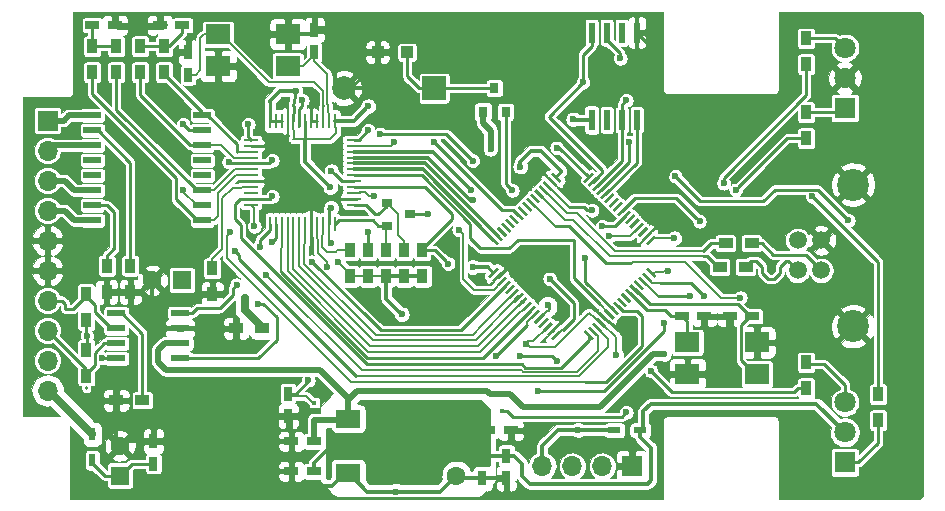
<source format=gbr>
%TF.GenerationSoftware,KiCad,Pcbnew,4.0.7-e2-6376~58~ubuntu16.04.1*%
%TF.CreationDate,2017-12-07T11:47:19+02:00*%
%TF.ProjectId,Rover_Commander_v3.1a,526F7665725F436F6D6D616E6465725F,rev?*%
%TF.FileFunction,Copper,L2,Bot,Mixed*%
%FSLAX46Y46*%
G04 Gerber Fmt 4.6, Leading zero omitted, Abs format (unit mm)*
G04 Created by KiCad (PCBNEW 4.0.7-e2-6376~58~ubuntu16.04.1) date Thu Dec  7 11:47:19 2017*
%MOMM*%
%LPD*%
G01*
G04 APERTURE LIST*
%ADD10C,0.100000*%
%ADD11R,2.000000X2.000000*%
%ADD12C,2.000000*%
%ADD13R,2.000000X3.800000*%
%ADD14R,2.000000X1.500000*%
%ADD15R,1.200000X0.750000*%
%ADD16R,0.750000X1.200000*%
%ADD17R,0.600000X1.100000*%
%ADD18R,0.350000X0.350000*%
%ADD19R,0.900000X0.800000*%
%ADD20R,1.100000X0.600000*%
%ADD21R,1.000000X1.000000*%
%ADD22R,1.800000X1.800000*%
%ADD23C,1.800000*%
%ADD24R,0.900000X1.200000*%
%ADD25R,1.200000X0.900000*%
%ADD26R,1.500000X0.600000*%
%ADD27R,1.550000X0.600000*%
%ADD28R,0.800000X0.900000*%
%ADD29C,1.520000*%
%ADD30C,2.700000*%
%ADD31R,1.700000X1.700000*%
%ADD32O,1.700000X1.700000*%
%ADD33R,1.600000X1.600000*%
%ADD34C,1.600000*%
%ADD35R,2.100000X1.700000*%
%ADD36R,0.550000X1.750000*%
%ADD37R,1.300000X0.250000*%
%ADD38R,0.250000X1.300000*%
%ADD39C,0.600000*%
%ADD40C,0.250000*%
%ADD41C,0.300000*%
%ADD42C,0.200000*%
%ADD43C,0.150000*%
%ADD44C,0.600000*%
%ADD45C,0.700000*%
%ADD46C,0.500000*%
%ADD47C,0.253000*%
%ADD48C,0.025400*%
%ADD49C,0.254000*%
G04 APERTURE END LIST*
D10*
D11*
X142220000Y-86868000D03*
D12*
X134620000Y-86868000D03*
D10*
G36*
X161048101Y-102736023D02*
X160871324Y-102912800D01*
X160164217Y-102205693D01*
X160340994Y-102028916D01*
X161048101Y-102736023D01*
X161048101Y-102736023D01*
G37*
G36*
X160694548Y-103089577D02*
X160517771Y-103266354D01*
X159810664Y-102559247D01*
X159987441Y-102382470D01*
X160694548Y-103089577D01*
X160694548Y-103089577D01*
G37*
G36*
X160340994Y-103443130D02*
X160164217Y-103619907D01*
X159457110Y-102912800D01*
X159633887Y-102736023D01*
X160340994Y-103443130D01*
X160340994Y-103443130D01*
G37*
G36*
X159987441Y-103796683D02*
X159810664Y-103973460D01*
X159103557Y-103266353D01*
X159280334Y-103089576D01*
X159987441Y-103796683D01*
X159987441Y-103796683D01*
G37*
G36*
X159633888Y-104150237D02*
X159457111Y-104327014D01*
X158750004Y-103619907D01*
X158926781Y-103443130D01*
X159633888Y-104150237D01*
X159633888Y-104150237D01*
G37*
G36*
X159280334Y-104503790D02*
X159103557Y-104680567D01*
X158396450Y-103973460D01*
X158573227Y-103796683D01*
X159280334Y-104503790D01*
X159280334Y-104503790D01*
G37*
G36*
X158926781Y-104857344D02*
X158750004Y-105034121D01*
X158042897Y-104327014D01*
X158219674Y-104150237D01*
X158926781Y-104857344D01*
X158926781Y-104857344D01*
G37*
G36*
X158573227Y-105210897D02*
X158396450Y-105387674D01*
X157689343Y-104680567D01*
X157866120Y-104503790D01*
X158573227Y-105210897D01*
X158573227Y-105210897D01*
G37*
G36*
X158219674Y-105564450D02*
X158042897Y-105741227D01*
X157335790Y-105034120D01*
X157512567Y-104857343D01*
X158219674Y-105564450D01*
X158219674Y-105564450D01*
G37*
G36*
X157866121Y-105918004D02*
X157689344Y-106094781D01*
X156982237Y-105387674D01*
X157159014Y-105210897D01*
X157866121Y-105918004D01*
X157866121Y-105918004D01*
G37*
G36*
X157512567Y-106271557D02*
X157335790Y-106448334D01*
X156628683Y-105741227D01*
X156805460Y-105564450D01*
X157512567Y-106271557D01*
X157512567Y-106271557D01*
G37*
G36*
X157159014Y-106625111D02*
X156982237Y-106801888D01*
X156275130Y-106094781D01*
X156451907Y-105918004D01*
X157159014Y-106625111D01*
X157159014Y-106625111D01*
G37*
G36*
X156805460Y-106978664D02*
X156628683Y-107155441D01*
X155921576Y-106448334D01*
X156098353Y-106271557D01*
X156805460Y-106978664D01*
X156805460Y-106978664D01*
G37*
G36*
X156451907Y-107332217D02*
X156275130Y-107508994D01*
X155568023Y-106801887D01*
X155744800Y-106625110D01*
X156451907Y-107332217D01*
X156451907Y-107332217D01*
G37*
G36*
X156098354Y-107685771D02*
X155921577Y-107862548D01*
X155214470Y-107155441D01*
X155391247Y-106978664D01*
X156098354Y-107685771D01*
X156098354Y-107685771D01*
G37*
G36*
X155744800Y-108039324D02*
X155568023Y-108216101D01*
X154860916Y-107508994D01*
X155037693Y-107332217D01*
X155744800Y-108039324D01*
X155744800Y-108039324D01*
G37*
G36*
X152279977Y-108216101D02*
X152103200Y-108039324D01*
X152810307Y-107332217D01*
X152987084Y-107508994D01*
X152279977Y-108216101D01*
X152279977Y-108216101D01*
G37*
G36*
X151926423Y-107862548D02*
X151749646Y-107685771D01*
X152456753Y-106978664D01*
X152633530Y-107155441D01*
X151926423Y-107862548D01*
X151926423Y-107862548D01*
G37*
G36*
X151572870Y-107508994D02*
X151396093Y-107332217D01*
X152103200Y-106625110D01*
X152279977Y-106801887D01*
X151572870Y-107508994D01*
X151572870Y-107508994D01*
G37*
G36*
X151219317Y-107155441D02*
X151042540Y-106978664D01*
X151749647Y-106271557D01*
X151926424Y-106448334D01*
X151219317Y-107155441D01*
X151219317Y-107155441D01*
G37*
G36*
X150865763Y-106801888D02*
X150688986Y-106625111D01*
X151396093Y-105918004D01*
X151572870Y-106094781D01*
X150865763Y-106801888D01*
X150865763Y-106801888D01*
G37*
G36*
X150512210Y-106448334D02*
X150335433Y-106271557D01*
X151042540Y-105564450D01*
X151219317Y-105741227D01*
X150512210Y-106448334D01*
X150512210Y-106448334D01*
G37*
G36*
X150158656Y-106094781D02*
X149981879Y-105918004D01*
X150688986Y-105210897D01*
X150865763Y-105387674D01*
X150158656Y-106094781D01*
X150158656Y-106094781D01*
G37*
G36*
X149805103Y-105741227D02*
X149628326Y-105564450D01*
X150335433Y-104857343D01*
X150512210Y-105034120D01*
X149805103Y-105741227D01*
X149805103Y-105741227D01*
G37*
G36*
X149451550Y-105387674D02*
X149274773Y-105210897D01*
X149981880Y-104503790D01*
X150158657Y-104680567D01*
X149451550Y-105387674D01*
X149451550Y-105387674D01*
G37*
G36*
X149097996Y-105034121D02*
X148921219Y-104857344D01*
X149628326Y-104150237D01*
X149805103Y-104327014D01*
X149097996Y-105034121D01*
X149097996Y-105034121D01*
G37*
G36*
X148744443Y-104680567D02*
X148567666Y-104503790D01*
X149274773Y-103796683D01*
X149451550Y-103973460D01*
X148744443Y-104680567D01*
X148744443Y-104680567D01*
G37*
G36*
X148390889Y-104327014D02*
X148214112Y-104150237D01*
X148921219Y-103443130D01*
X149097996Y-103619907D01*
X148390889Y-104327014D01*
X148390889Y-104327014D01*
G37*
G36*
X148037336Y-103973460D02*
X147860559Y-103796683D01*
X148567666Y-103089576D01*
X148744443Y-103266353D01*
X148037336Y-103973460D01*
X148037336Y-103973460D01*
G37*
G36*
X147683783Y-103619907D02*
X147507006Y-103443130D01*
X148214113Y-102736023D01*
X148390890Y-102912800D01*
X147683783Y-103619907D01*
X147683783Y-103619907D01*
G37*
G36*
X147330229Y-103266354D02*
X147153452Y-103089577D01*
X147860559Y-102382470D01*
X148037336Y-102559247D01*
X147330229Y-103266354D01*
X147330229Y-103266354D01*
G37*
G36*
X146976676Y-102912800D02*
X146799899Y-102736023D01*
X147507006Y-102028916D01*
X147683783Y-102205693D01*
X146976676Y-102912800D01*
X146976676Y-102912800D01*
G37*
G36*
X147683783Y-99978307D02*
X147507006Y-100155084D01*
X146799899Y-99447977D01*
X146976676Y-99271200D01*
X147683783Y-99978307D01*
X147683783Y-99978307D01*
G37*
G36*
X148037336Y-99624753D02*
X147860559Y-99801530D01*
X147153452Y-99094423D01*
X147330229Y-98917646D01*
X148037336Y-99624753D01*
X148037336Y-99624753D01*
G37*
G36*
X148390890Y-99271200D02*
X148214113Y-99447977D01*
X147507006Y-98740870D01*
X147683783Y-98564093D01*
X148390890Y-99271200D01*
X148390890Y-99271200D01*
G37*
G36*
X148744443Y-98917647D02*
X148567666Y-99094424D01*
X147860559Y-98387317D01*
X148037336Y-98210540D01*
X148744443Y-98917647D01*
X148744443Y-98917647D01*
G37*
G36*
X149097996Y-98564093D02*
X148921219Y-98740870D01*
X148214112Y-98033763D01*
X148390889Y-97856986D01*
X149097996Y-98564093D01*
X149097996Y-98564093D01*
G37*
G36*
X149451550Y-98210540D02*
X149274773Y-98387317D01*
X148567666Y-97680210D01*
X148744443Y-97503433D01*
X149451550Y-98210540D01*
X149451550Y-98210540D01*
G37*
G36*
X149805103Y-97856986D02*
X149628326Y-98033763D01*
X148921219Y-97326656D01*
X149097996Y-97149879D01*
X149805103Y-97856986D01*
X149805103Y-97856986D01*
G37*
G36*
X150158657Y-97503433D02*
X149981880Y-97680210D01*
X149274773Y-96973103D01*
X149451550Y-96796326D01*
X150158657Y-97503433D01*
X150158657Y-97503433D01*
G37*
G36*
X150512210Y-97149880D02*
X150335433Y-97326657D01*
X149628326Y-96619550D01*
X149805103Y-96442773D01*
X150512210Y-97149880D01*
X150512210Y-97149880D01*
G37*
G36*
X150865763Y-96796326D02*
X150688986Y-96973103D01*
X149981879Y-96265996D01*
X150158656Y-96089219D01*
X150865763Y-96796326D01*
X150865763Y-96796326D01*
G37*
G36*
X151219317Y-96442773D02*
X151042540Y-96619550D01*
X150335433Y-95912443D01*
X150512210Y-95735666D01*
X151219317Y-96442773D01*
X151219317Y-96442773D01*
G37*
G36*
X151572870Y-96089219D02*
X151396093Y-96265996D01*
X150688986Y-95558889D01*
X150865763Y-95382112D01*
X151572870Y-96089219D01*
X151572870Y-96089219D01*
G37*
G36*
X151926424Y-95735666D02*
X151749647Y-95912443D01*
X151042540Y-95205336D01*
X151219317Y-95028559D01*
X151926424Y-95735666D01*
X151926424Y-95735666D01*
G37*
G36*
X152279977Y-95382113D02*
X152103200Y-95558890D01*
X151396093Y-94851783D01*
X151572870Y-94675006D01*
X152279977Y-95382113D01*
X152279977Y-95382113D01*
G37*
G36*
X152633530Y-95028559D02*
X152456753Y-95205336D01*
X151749646Y-94498229D01*
X151926423Y-94321452D01*
X152633530Y-95028559D01*
X152633530Y-95028559D01*
G37*
G36*
X152987084Y-94675006D02*
X152810307Y-94851783D01*
X152103200Y-94144676D01*
X152279977Y-93967899D01*
X152987084Y-94675006D01*
X152987084Y-94675006D01*
G37*
G36*
X155037693Y-94851783D02*
X154860916Y-94675006D01*
X155568023Y-93967899D01*
X155744800Y-94144676D01*
X155037693Y-94851783D01*
X155037693Y-94851783D01*
G37*
G36*
X155391247Y-95205336D02*
X155214470Y-95028559D01*
X155921577Y-94321452D01*
X156098354Y-94498229D01*
X155391247Y-95205336D01*
X155391247Y-95205336D01*
G37*
G36*
X155744800Y-95558890D02*
X155568023Y-95382113D01*
X156275130Y-94675006D01*
X156451907Y-94851783D01*
X155744800Y-95558890D01*
X155744800Y-95558890D01*
G37*
G36*
X156098353Y-95912443D02*
X155921576Y-95735666D01*
X156628683Y-95028559D01*
X156805460Y-95205336D01*
X156098353Y-95912443D01*
X156098353Y-95912443D01*
G37*
G36*
X156451907Y-96265996D02*
X156275130Y-96089219D01*
X156982237Y-95382112D01*
X157159014Y-95558889D01*
X156451907Y-96265996D01*
X156451907Y-96265996D01*
G37*
G36*
X156805460Y-96619550D02*
X156628683Y-96442773D01*
X157335790Y-95735666D01*
X157512567Y-95912443D01*
X156805460Y-96619550D01*
X156805460Y-96619550D01*
G37*
G36*
X157159014Y-96973103D02*
X156982237Y-96796326D01*
X157689344Y-96089219D01*
X157866121Y-96265996D01*
X157159014Y-96973103D01*
X157159014Y-96973103D01*
G37*
G36*
X157512567Y-97326657D02*
X157335790Y-97149880D01*
X158042897Y-96442773D01*
X158219674Y-96619550D01*
X157512567Y-97326657D01*
X157512567Y-97326657D01*
G37*
G36*
X157866120Y-97680210D02*
X157689343Y-97503433D01*
X158396450Y-96796326D01*
X158573227Y-96973103D01*
X157866120Y-97680210D01*
X157866120Y-97680210D01*
G37*
G36*
X158219674Y-98033763D02*
X158042897Y-97856986D01*
X158750004Y-97149879D01*
X158926781Y-97326656D01*
X158219674Y-98033763D01*
X158219674Y-98033763D01*
G37*
G36*
X158573227Y-98387317D02*
X158396450Y-98210540D01*
X159103557Y-97503433D01*
X159280334Y-97680210D01*
X158573227Y-98387317D01*
X158573227Y-98387317D01*
G37*
G36*
X158926781Y-98740870D02*
X158750004Y-98564093D01*
X159457111Y-97856986D01*
X159633888Y-98033763D01*
X158926781Y-98740870D01*
X158926781Y-98740870D01*
G37*
G36*
X159280334Y-99094424D02*
X159103557Y-98917647D01*
X159810664Y-98210540D01*
X159987441Y-98387317D01*
X159280334Y-99094424D01*
X159280334Y-99094424D01*
G37*
G36*
X159633887Y-99447977D02*
X159457110Y-99271200D01*
X160164217Y-98564093D01*
X160340994Y-98740870D01*
X159633887Y-99447977D01*
X159633887Y-99447977D01*
G37*
G36*
X159987441Y-99801530D02*
X159810664Y-99624753D01*
X160517771Y-98917646D01*
X160694548Y-99094423D01*
X159987441Y-99801530D01*
X159987441Y-99801530D01*
G37*
G36*
X160340994Y-100155084D02*
X160164217Y-99978307D01*
X160871324Y-99271200D01*
X161048101Y-99447977D01*
X160340994Y-100155084D01*
X160340994Y-100155084D01*
G37*
D13*
X141252000Y-117152000D03*
D14*
X134952000Y-117152000D03*
X134952000Y-114852000D03*
X134952000Y-119452000D03*
D15*
X120904000Y-81534000D03*
X119004000Y-81534000D03*
D16*
X118458000Y-118652000D03*
X118458000Y-116752000D03*
D15*
X113289000Y-81534000D03*
X115189000Y-81534000D03*
D16*
X129872000Y-112712000D03*
X129872000Y-114612000D03*
D15*
X132042000Y-116752000D03*
X130142000Y-116752000D03*
X132042000Y-119292000D03*
X130142000Y-119292000D03*
D16*
X146304000Y-117988000D03*
X146304000Y-119888000D03*
X148336000Y-117988000D03*
X148336000Y-119888000D03*
D15*
X146812000Y-115824000D03*
X148712000Y-115824000D03*
X169164000Y-106172000D03*
X167264000Y-106172000D03*
X163200000Y-106172000D03*
X165100000Y-106172000D03*
D17*
X113284000Y-116164000D03*
X113284000Y-118364000D03*
D18*
X132080000Y-113487000D03*
X132080000Y-114937000D03*
D19*
X138208000Y-98486000D03*
X138208000Y-96586000D03*
X140208000Y-97536000D03*
D18*
X148000000Y-114225000D03*
X148000000Y-112775000D03*
D20*
X159680000Y-115824000D03*
X157480000Y-115824000D03*
D21*
X139934000Y-83820000D03*
X137434000Y-83820000D03*
D22*
X177000000Y-118540000D03*
D23*
X177000000Y-116000000D03*
X177000000Y-113460000D03*
D22*
X177000000Y-88540000D03*
D23*
X177000000Y-86000000D03*
X177000000Y-83460000D03*
D24*
X119380000Y-85512000D03*
X119380000Y-83312000D03*
X117348000Y-85512000D03*
X117348000Y-83312000D03*
X115316000Y-85512000D03*
X115316000Y-83312000D03*
X113284000Y-85512000D03*
X113284000Y-83312000D03*
X123444000Y-104308000D03*
X123444000Y-102108000D03*
X173736000Y-110068000D03*
X173736000Y-112268000D03*
X116500000Y-101900000D03*
X116500000Y-104100000D03*
X114500000Y-104100000D03*
X114500000Y-101900000D03*
X141224000Y-102784000D03*
X141224000Y-100584000D03*
X136652000Y-102784000D03*
X136652000Y-100584000D03*
X139700000Y-102784000D03*
X139700000Y-100584000D03*
X138176000Y-102784000D03*
X138176000Y-100584000D03*
X135128000Y-102784000D03*
X135128000Y-100584000D03*
X179832000Y-114976000D03*
X179832000Y-112776000D03*
D25*
X169100000Y-100000000D03*
X166900000Y-100000000D03*
D24*
X173736000Y-84836000D03*
X173736000Y-82636000D03*
X173736000Y-91100000D03*
X173736000Y-88900000D03*
D25*
X168600000Y-102000000D03*
X166400000Y-102000000D03*
X117516000Y-113284000D03*
X115316000Y-113284000D03*
X127676000Y-107188000D03*
X125476000Y-107188000D03*
D24*
X112776000Y-106500000D03*
X112776000Y-104300000D03*
X112776000Y-109000000D03*
X112776000Y-111200000D03*
D26*
X122584000Y-89154000D03*
X122584000Y-90424000D03*
X122584000Y-91694000D03*
X122584000Y-92964000D03*
X122584000Y-94234000D03*
X122584000Y-95504000D03*
X122584000Y-96774000D03*
X122584000Y-98044000D03*
X113284000Y-98044000D03*
X113284000Y-96774000D03*
X113284000Y-95504000D03*
X113284000Y-94234000D03*
X113284000Y-92964000D03*
X113284000Y-91694000D03*
X113284000Y-90424000D03*
X113284000Y-89154000D03*
D27*
X120716000Y-105918000D03*
X120716000Y-107188000D03*
X120716000Y-108458000D03*
X120716000Y-109728000D03*
X115316000Y-109728000D03*
X115316000Y-108458000D03*
X115316000Y-107188000D03*
X115316000Y-105918000D03*
D28*
X148270000Y-88868000D03*
X146370000Y-88868000D03*
X147320000Y-86868000D03*
D29*
X173000000Y-102290000D03*
X173000000Y-99750000D03*
X175000000Y-99750000D03*
X175000000Y-102290000D03*
D30*
X177700000Y-107020000D03*
X177700000Y-95020000D03*
D31*
X159004000Y-118872000D03*
D32*
X156464000Y-118872000D03*
X153924000Y-118872000D03*
X151384000Y-118872000D03*
D31*
X109500000Y-89600000D03*
D32*
X109500000Y-92140000D03*
X109500000Y-94680000D03*
X109500000Y-97220000D03*
X109500000Y-99760000D03*
X109500000Y-102300000D03*
X109500000Y-104840000D03*
X109500000Y-107380000D03*
X109500000Y-109920000D03*
X109500000Y-112460000D03*
D33*
X115648000Y-119652000D03*
D34*
X115648000Y-117152000D03*
D33*
X144112000Y-117152000D03*
D34*
X144112000Y-119652000D03*
D16*
X121412000Y-85720000D03*
X121412000Y-83820000D03*
X132080000Y-83820000D03*
X132080000Y-81920000D03*
D35*
X123952000Y-82296000D03*
X129852000Y-82296000D03*
X129852000Y-84996000D03*
X123952000Y-84996000D03*
X169574000Y-111078000D03*
X163674000Y-111078000D03*
X163674000Y-108378000D03*
X169574000Y-108378000D03*
D36*
X155575000Y-82152000D03*
X156845000Y-82152000D03*
X158115000Y-82152000D03*
X159385000Y-82152000D03*
X159385000Y-89552000D03*
X158115000Y-89552000D03*
X156845000Y-89552000D03*
X155575000Y-89552000D03*
D33*
X120864000Y-103124000D03*
D34*
X118364000Y-103124000D03*
D37*
X135414000Y-91230000D03*
X135414000Y-91730000D03*
X135414000Y-92230000D03*
X135414000Y-92730000D03*
X135414000Y-93230000D03*
X135414000Y-93730000D03*
X135414000Y-94230000D03*
X135414000Y-94730000D03*
X135414000Y-95230000D03*
X135414000Y-95730000D03*
X135414000Y-96230000D03*
X135414000Y-96730000D03*
D38*
X133814000Y-98330000D03*
X133314000Y-98330000D03*
X132814000Y-98330000D03*
X132314000Y-98330000D03*
X131814000Y-98330000D03*
X131314000Y-98330000D03*
X130814000Y-98330000D03*
X130314000Y-98330000D03*
X129814000Y-98330000D03*
X129314000Y-98330000D03*
X128814000Y-98330000D03*
X128314000Y-98330000D03*
D37*
X126714000Y-96730000D03*
X126714000Y-96230000D03*
X126714000Y-95730000D03*
X126714000Y-95230000D03*
X126714000Y-94730000D03*
X126714000Y-94230000D03*
X126714000Y-93730000D03*
X126714000Y-93230000D03*
X126714000Y-92730000D03*
X126714000Y-92230000D03*
X126714000Y-91730000D03*
X126714000Y-91230000D03*
D38*
X128314000Y-89630000D03*
X128814000Y-89630000D03*
X129314000Y-89630000D03*
X129814000Y-89630000D03*
X130314000Y-89630000D03*
X130814000Y-89630000D03*
X131314000Y-89630000D03*
X131814000Y-89630000D03*
X132314000Y-89630000D03*
X132814000Y-89630000D03*
X133314000Y-89630000D03*
X133814000Y-89630000D03*
D39*
X142500000Y-104500000D03*
X140500000Y-106500000D03*
X139004544Y-121020185D03*
X142000000Y-89500000D03*
X145000000Y-85500000D03*
X145500000Y-81500000D03*
X123500000Y-87000000D03*
X159000000Y-107000000D03*
X150746153Y-115826160D03*
X150876000Y-92964000D03*
X132105400Y-87812880D03*
X161544000Y-98044000D03*
X158886768Y-95386769D03*
X162052000Y-88900000D03*
X129540000Y-87884000D03*
X160528000Y-83312000D03*
X121512897Y-82638449D03*
X167132000Y-110744000D03*
X133604000Y-81788000D03*
X117348000Y-81788000D03*
X124815413Y-93116587D03*
X128524000Y-92964000D03*
X120971000Y-89916000D03*
X120971000Y-95504000D03*
X131572000Y-111586000D03*
X126492000Y-89916000D03*
X133524933Y-93835941D03*
X114076011Y-109701116D03*
X112832511Y-107809478D03*
X145500464Y-93000242D03*
X137671753Y-90729185D03*
X174244000Y-96012000D03*
X141732000Y-97536000D03*
X128524000Y-96012000D03*
X149501015Y-109505445D03*
X143417349Y-101717916D03*
X152660236Y-109938228D03*
X160588087Y-110804087D03*
X136652000Y-99061000D03*
X137160000Y-96011000D03*
X166728818Y-94909506D03*
X163909057Y-104440043D03*
X165065370Y-104431148D03*
X167758445Y-95463000D03*
X151834934Y-105228390D03*
X126190192Y-104608507D03*
X148844000Y-95504000D03*
X147500747Y-109500010D03*
X152000000Y-103000000D03*
X136652000Y-90424000D03*
X144300485Y-98833288D03*
X138842484Y-91447232D03*
X145327083Y-95464917D03*
X157054255Y-99403993D03*
X155000456Y-101234462D03*
X145481523Y-96326477D03*
X128016000Y-102675574D03*
X133176499Y-102027501D03*
X125373856Y-100678830D03*
X128458824Y-99897012D03*
X127449743Y-100316517D03*
X131887417Y-101551593D03*
X124968000Y-99060000D03*
X127000000Y-98552000D03*
X142240000Y-91439991D03*
X131064000Y-87884000D03*
X155599148Y-97201325D03*
X152603688Y-91907191D03*
X162655063Y-94321809D03*
X177292000Y-98044000D03*
X127348692Y-105128232D03*
X150992790Y-112470281D03*
X161705586Y-106701464D03*
X164693047Y-98128373D03*
X156464000Y-98552000D03*
X125502522Y-103498811D03*
X154824999Y-86360000D03*
X158496000Y-87884000D03*
X158760000Y-91440000D03*
X157988000Y-84328000D03*
X147002107Y-91993664D03*
X161687813Y-109361495D03*
X139493767Y-106006099D03*
X130500000Y-87085000D03*
X154000000Y-89500000D03*
X133439199Y-95231100D03*
X133500000Y-97000000D03*
X136652000Y-88392000D03*
X133534515Y-99982864D03*
X134112000Y-101600000D03*
X137668000Y-115316000D03*
X168148000Y-104581000D03*
X158496000Y-114300000D03*
X154414054Y-115799297D03*
X145500000Y-102000000D03*
X150000000Y-108500000D03*
X157663379Y-109489255D03*
X149500000Y-93500000D03*
X162560000Y-99568000D03*
X162052000Y-102310814D03*
D40*
X112776000Y-112268000D02*
X112776000Y-112118000D01*
X139934000Y-83820000D02*
X139934000Y-85832000D01*
X139934000Y-85832000D02*
X140970000Y-86868000D01*
X140970000Y-86868000D02*
X142220000Y-86868000D01*
X142220000Y-86868000D02*
X147320000Y-86868000D01*
D41*
X169574000Y-108378000D02*
X176342000Y-108378000D01*
X176342000Y-108378000D02*
X177700000Y-107020000D01*
X140500000Y-106500000D02*
X142500000Y-104500000D01*
D42*
X122768000Y-104308000D02*
X123444000Y-104308000D01*
X122428000Y-104648000D02*
X122768000Y-104308000D01*
X118364000Y-104648000D02*
X122428000Y-104648000D01*
X118364000Y-103124000D02*
X118364000Y-104648000D01*
D41*
X114500000Y-104100000D02*
X114500000Y-103157979D01*
X114342022Y-103000001D02*
X113649999Y-103000001D01*
X114500000Y-103157979D02*
X114342022Y-103000001D01*
X113649999Y-103000001D02*
X113549999Y-102900001D01*
X113549999Y-102900001D02*
X113549999Y-102300000D01*
X113549999Y-102300000D02*
X112169722Y-102300000D01*
X112169722Y-102300000D02*
X109500000Y-102300000D01*
X116500000Y-104100000D02*
X117388000Y-104100000D01*
X117388000Y-104100000D02*
X118364000Y-103124000D01*
X114500000Y-104100000D02*
X116500000Y-104100000D01*
X118458000Y-116752000D02*
X126644743Y-116752000D01*
X126644743Y-116752000D02*
X128784743Y-114612000D01*
X128784743Y-114612000D02*
X129872000Y-114612000D01*
X134952000Y-119452000D02*
X134975525Y-119452000D01*
X134975525Y-119452000D02*
X136543446Y-121019921D01*
X136543446Y-121019921D02*
X139004280Y-121019921D01*
X139004280Y-121019921D02*
X139004544Y-121020185D01*
X144112000Y-119652000D02*
X142743815Y-121020185D01*
X142743815Y-121020185D02*
X139604542Y-121020185D01*
X139604542Y-121020185D02*
X139004544Y-121020185D01*
X142000000Y-89500000D02*
X139368000Y-86868000D01*
X139368000Y-86868000D02*
X134620000Y-86868000D01*
X145500000Y-81500000D02*
X145000000Y-82000000D01*
X145000000Y-82000000D02*
X145000000Y-85500000D01*
X125476000Y-106438000D02*
X125476000Y-107188000D01*
X120716000Y-107188000D02*
X121970411Y-107188000D01*
X121970411Y-107188000D02*
X123035461Y-106122950D01*
X125160950Y-106122950D02*
X125476000Y-106438000D01*
X123035461Y-106122950D02*
X125160950Y-106122950D01*
X118364000Y-103124000D02*
X118364000Y-104896422D01*
X118364000Y-104896422D02*
X118365818Y-104898240D01*
X118365818Y-104898240D02*
X118365818Y-105912818D01*
X118365818Y-105912818D02*
X119641000Y-107188000D01*
X119641000Y-107188000D02*
X120716000Y-107188000D01*
X163674000Y-111078000D02*
X166798000Y-111078000D01*
X166798000Y-111078000D02*
X167132000Y-110744000D01*
X129852000Y-82296000D02*
X131704000Y-82296000D01*
X131704000Y-82296000D02*
X132080000Y-81920000D01*
X123952000Y-84996000D02*
X123952000Y-86548000D01*
X123952000Y-86548000D02*
X123500000Y-87000000D01*
X146304000Y-119888000D02*
X148336000Y-119888000D01*
X146304000Y-119888000D02*
X144348000Y-119888000D01*
X144348000Y-119888000D02*
X144112000Y-119652000D01*
X150743993Y-115824000D02*
X150746153Y-115826160D01*
X148712000Y-115824000D02*
X150743993Y-115824000D01*
X152214430Y-102000000D02*
X150000000Y-102000000D01*
X150000000Y-102000000D02*
X148500000Y-102000000D01*
X153000000Y-105024418D02*
X153000000Y-104987418D01*
X153000000Y-104987418D02*
X152140951Y-104128369D01*
X150000000Y-102227509D02*
X150000000Y-102000000D01*
X152140951Y-104128369D02*
X151900860Y-104128369D01*
X151900860Y-104128369D02*
X150000000Y-102227509D01*
X155330200Y-105115770D02*
X152214430Y-102000000D01*
D40*
X148500000Y-102000000D02*
X147595394Y-102824412D01*
X153000000Y-106591484D02*
X152191588Y-107420606D01*
X153000000Y-105024418D02*
X153000000Y-106591484D01*
X156717072Y-106359946D02*
X155330200Y-105115770D01*
X158499999Y-107000000D02*
X158103944Y-107396055D01*
X158103944Y-107396055D02*
X156717072Y-106359946D01*
X159000000Y-107000000D02*
X158499999Y-107000000D01*
D41*
X134000000Y-96230000D02*
X133730000Y-96230000D01*
X133730000Y-96230000D02*
X133531101Y-96031101D01*
X133531101Y-96031101D02*
X132482899Y-96031101D01*
X132482899Y-96031101D02*
X131814000Y-96700000D01*
D40*
X131814000Y-96700000D02*
X130396002Y-96700000D01*
X130396002Y-96700000D02*
X128426002Y-94730000D01*
D41*
X128426002Y-94730000D02*
X128200000Y-94730000D01*
D40*
X128200000Y-91730000D02*
X128474002Y-91730000D01*
X128474002Y-91730000D02*
X129324001Y-92579999D01*
X129324001Y-92579999D02*
X129324001Y-93605999D01*
X129324001Y-93605999D02*
X128200000Y-94730000D01*
D42*
X129814000Y-91116000D02*
X128814000Y-91116000D01*
X129814000Y-91116000D02*
X129814000Y-89630000D01*
D40*
X128814000Y-91116000D02*
X128200000Y-91730000D01*
X126714000Y-91730000D02*
X128200000Y-91730000D01*
X126714000Y-94730000D02*
X128200000Y-94730000D01*
X131814000Y-98330000D02*
X131814000Y-96700000D01*
X135414000Y-96230000D02*
X134000000Y-96230000D01*
X137434000Y-83820000D02*
X137434000Y-84570000D01*
X137434000Y-84570000D02*
X135136000Y-86868000D01*
X135136000Y-86868000D02*
X134620000Y-86868000D01*
D42*
X161544000Y-98044000D02*
X160252606Y-99359588D01*
X150876000Y-93472000D02*
X152191588Y-94763394D01*
X150876000Y-92964000D02*
X150876000Y-93472000D01*
D40*
X131814000Y-89630000D02*
X132314000Y-89630000D01*
D43*
X132105400Y-87812880D02*
X132105400Y-87820500D01*
X132105400Y-87812880D02*
X131805401Y-88112879D01*
D40*
X131805401Y-88112879D02*
X131814000Y-89630000D01*
D41*
X162052000Y-88900000D02*
X160010010Y-90941990D01*
X160010010Y-90941990D02*
X160010010Y-94263527D01*
X160010010Y-94263527D02*
X158886768Y-95386769D01*
D43*
X129814000Y-89630000D02*
X129814000Y-88392000D01*
X129623736Y-88392000D02*
X129813989Y-88392000D01*
X129540000Y-87884000D02*
X129540000Y-88308264D01*
X129540000Y-88308264D02*
X129623736Y-88392000D01*
D41*
X167132000Y-110744000D02*
X167132000Y-106304000D01*
X167132000Y-106304000D02*
X167264000Y-106172000D01*
X130142000Y-116752000D02*
X130142000Y-114882000D01*
X130142000Y-114882000D02*
X129872000Y-114612000D01*
X159385000Y-82152000D02*
X159385000Y-82169000D01*
X159385000Y-82169000D02*
X160528000Y-83312000D01*
X121412000Y-83820000D02*
X121412000Y-82739346D01*
X121412000Y-82739346D02*
X121512897Y-82638449D01*
X133839009Y-85071009D02*
X133604000Y-84836000D01*
X133604000Y-84836000D02*
X133604000Y-81788000D01*
X134620000Y-86868000D02*
X134112000Y-86868000D01*
X134112000Y-86868000D02*
X133839009Y-86595009D01*
X133839009Y-86595009D02*
X133839009Y-85071009D01*
X165100000Y-106172000D02*
X167264000Y-106172000D01*
X115316000Y-113284000D02*
X115316000Y-116820000D01*
X115316000Y-116820000D02*
X115648000Y-117152000D01*
X133604000Y-81788000D02*
X132212000Y-81788000D01*
X132212000Y-81788000D02*
X132080000Y-81920000D01*
X117348000Y-81788000D02*
X119258000Y-81788000D01*
X119258000Y-81788000D02*
X119512000Y-81534000D01*
X117348000Y-81788000D02*
X115443000Y-81788000D01*
X115443000Y-81788000D02*
X115189000Y-81534000D01*
X130142000Y-119292000D02*
X130142000Y-120562000D01*
X130142000Y-120562000D02*
X133592000Y-120562000D01*
X133592000Y-120562000D02*
X134702000Y-119452000D01*
X134702000Y-119452000D02*
X134952000Y-119452000D01*
X130142000Y-116752000D02*
X130142000Y-119292000D01*
X130142000Y-116752000D02*
X129917000Y-116752000D01*
X118458000Y-116752000D02*
X116048000Y-116752000D01*
X116048000Y-116752000D02*
X115648000Y-117152000D01*
D44*
X135202000Y-119452000D02*
X134952000Y-119452000D01*
X134712000Y-119692000D02*
X134952000Y-119452000D01*
D40*
X163874000Y-111078000D02*
X163674000Y-111078000D01*
X126714000Y-93230000D02*
X124928826Y-93230000D01*
X124928826Y-93230000D02*
X124815413Y-93116587D01*
X128524000Y-92964000D02*
X128258000Y-93230000D01*
X128258000Y-93230000D02*
X126714000Y-93230000D01*
X122584000Y-90424000D02*
X121479000Y-90424000D01*
X121479000Y-90424000D02*
X120971000Y-89916000D01*
D43*
X122584000Y-96774000D02*
X122134000Y-96774000D01*
X122134000Y-96774000D02*
X120971000Y-95611000D01*
X120971000Y-95611000D02*
X120971000Y-95504000D01*
D40*
X120904000Y-81534000D02*
X120904000Y-82159000D01*
X120904000Y-82159000D02*
X119751000Y-83312000D01*
X119248000Y-83180000D02*
X119380000Y-83312000D01*
X117348000Y-83312000D02*
X119380000Y-83312000D01*
X113284000Y-83312000D02*
X113284000Y-81539000D01*
X113284000Y-81539000D02*
X113289000Y-81534000D01*
X113284000Y-83312000D02*
X115316000Y-83312000D01*
X131572000Y-111637000D02*
X130497000Y-112712000D01*
X130497000Y-112712000D02*
X129872000Y-112712000D01*
D42*
X131412000Y-112942000D02*
X131957000Y-113487000D01*
X129877000Y-112942000D02*
X131412000Y-112942000D01*
X129872000Y-112712000D02*
X129872000Y-112937000D01*
X129872000Y-112937000D02*
X129877000Y-112942000D01*
D40*
X126492000Y-90957999D02*
X126714000Y-91230000D01*
X126492000Y-89916000D02*
X126492000Y-90957999D01*
D43*
X132864001Y-88339751D02*
X132830401Y-88306151D01*
X132830401Y-87110401D02*
X132080000Y-86360000D01*
X132830401Y-88306151D02*
X132830401Y-87110401D01*
X132812217Y-88391535D02*
X132814000Y-89630000D01*
X132864001Y-88339751D02*
X132812217Y-88391535D01*
X128216000Y-86360000D02*
X132080000Y-86360000D01*
X123952000Y-82296000D02*
X124152000Y-82296000D01*
X124152000Y-82296000D02*
X128216000Y-86360000D01*
D42*
X123952000Y-82296000D02*
X122702000Y-82296000D01*
X122702000Y-82296000D02*
X122428000Y-82570000D01*
X122428000Y-82570000D02*
X122428000Y-85344000D01*
X122428000Y-85344000D02*
X122052000Y-85720000D01*
X122052000Y-85720000D02*
X121412000Y-85720000D01*
D43*
X129852000Y-84996000D02*
X131129000Y-84996000D01*
X131129000Y-84996000D02*
X132080000Y-84045000D01*
X132080000Y-84045000D02*
X132080000Y-83820000D01*
X132080000Y-83820000D02*
X132080000Y-84570000D01*
X132080000Y-84570000D02*
X133194999Y-85684999D01*
X133194999Y-85684999D02*
X133194999Y-88175761D01*
X133194999Y-88175761D02*
X133238990Y-88219752D01*
X133238990Y-88219752D02*
X133314000Y-89630000D01*
D40*
X134418992Y-94730000D02*
X133824932Y-94135940D01*
X135414000Y-94730000D02*
X134418992Y-94730000D01*
X133824932Y-94135940D02*
X133524933Y-93835941D01*
X160463965Y-105157091D02*
X159616209Y-104309335D01*
X167925071Y-105158071D02*
X164342515Y-105158071D01*
X159616209Y-104309335D02*
X159191946Y-103885072D01*
X168939000Y-106172000D02*
X167925071Y-105158071D01*
X164341535Y-105157091D02*
X160463965Y-105157091D01*
X164342515Y-105158071D02*
X164341535Y-105157091D01*
X169164000Y-106172000D02*
X168939000Y-106172000D01*
X168939000Y-106172000D02*
X168198999Y-106912001D01*
X168198999Y-106912001D02*
X168198999Y-109902999D01*
X168198999Y-109902999D02*
X169374000Y-111078000D01*
X169374000Y-111078000D02*
X169574000Y-111078000D01*
X163674000Y-108378000D02*
X163674000Y-106646000D01*
X163674000Y-106646000D02*
X163200000Y-106172000D01*
X163200000Y-106172000D02*
X163425000Y-106172000D01*
X163200000Y-106172000D02*
X162300000Y-106172000D01*
X160263767Y-105664000D02*
X158838392Y-104238625D01*
X161792000Y-105664000D02*
X160263767Y-105664000D01*
X162300000Y-106172000D02*
X161792000Y-105664000D01*
X115316000Y-109728000D02*
X114102895Y-109728000D01*
X114102895Y-109728000D02*
X114076011Y-109701116D01*
X112832511Y-107809478D02*
X112832511Y-108943489D01*
X112832511Y-108943489D02*
X112776000Y-109000000D01*
X112776000Y-106500000D02*
X112776000Y-107752967D01*
X112776000Y-107752967D02*
X112832511Y-107809478D01*
X137022000Y-98000000D02*
X134144000Y-98000000D01*
X134144000Y-98000000D02*
X133814000Y-98330000D01*
X138208000Y-98486000D02*
X137508000Y-98486000D01*
X137508000Y-98486000D02*
X137022000Y-98000000D01*
D42*
X138176000Y-100584000D02*
X138176000Y-98518000D01*
X138176000Y-98518000D02*
X138208000Y-98486000D01*
D40*
X137500000Y-97500000D02*
X137214001Y-97500000D01*
X137214001Y-97500000D02*
X136444001Y-96730000D01*
X138208000Y-96792000D02*
X137500000Y-97500000D01*
X138208000Y-96586000D02*
X138208000Y-96792000D01*
X136444001Y-96730000D02*
X135414000Y-96730000D01*
D42*
X139700000Y-100584000D02*
X139700000Y-99784000D01*
X139700000Y-99784000D02*
X139192000Y-99276000D01*
X139192000Y-99276000D02*
X139192000Y-97520000D01*
X139192000Y-97520000D02*
X138258000Y-96586000D01*
X138258000Y-96586000D02*
X138208000Y-96586000D01*
D40*
X145200465Y-92700243D02*
X145500464Y-93000242D01*
X143229407Y-90729185D02*
X145200465Y-92700243D01*
X137671753Y-90729185D02*
X143229407Y-90729185D01*
X179832000Y-112776000D02*
X179832000Y-101600000D01*
X179832000Y-101600000D02*
X179475001Y-101243001D01*
X141732000Y-97536000D02*
X140208000Y-97536000D01*
X179475001Y-101243001D02*
X174244000Y-96012000D01*
X179832000Y-114976000D02*
X179832000Y-116858000D01*
X179832000Y-116858000D02*
X178150000Y-118540000D01*
X178150000Y-118540000D02*
X177000000Y-118540000D01*
X176824000Y-118364000D02*
X177000000Y-118540000D01*
X173736000Y-110068000D02*
X173736000Y-110218000D01*
X173736000Y-110218000D02*
X173754000Y-110236000D01*
X173754000Y-110236000D02*
X175260000Y-110236000D01*
X175260000Y-110236000D02*
X177000000Y-111976000D01*
X177000000Y-111976000D02*
X177000000Y-113460000D01*
X173736000Y-88900000D02*
X176640000Y-88900000D01*
X176640000Y-88900000D02*
X177000000Y-88540000D01*
X173736000Y-82636000D02*
X176176000Y-82636000D01*
X176176000Y-82636000D02*
X177000000Y-83460000D01*
X123034000Y-89154000D02*
X125500000Y-91620000D01*
X125500000Y-91620000D02*
X125500000Y-92272929D01*
X122584000Y-89154000D02*
X123034000Y-89154000D01*
D42*
X125500000Y-92272929D02*
X126714000Y-92230000D01*
D40*
X119380000Y-85512000D02*
X119380000Y-85662000D01*
X119380000Y-85662000D02*
X122584000Y-88866000D01*
X122584000Y-88866000D02*
X122584000Y-89154000D01*
D43*
X122584000Y-89154000D02*
X122134000Y-89154000D01*
D42*
X123034000Y-89154000D02*
X123952000Y-90072000D01*
D40*
X155302858Y-107774159D02*
X155302858Y-108146608D01*
X155302858Y-108146608D02*
X152936237Y-110513229D01*
X152936237Y-110513229D02*
X149923602Y-110513229D01*
X149923602Y-110513229D02*
X149663374Y-110253001D01*
X125366875Y-97934875D02*
X125366875Y-96677125D01*
X125366875Y-96677125D02*
X125814000Y-96230000D01*
X149663374Y-110253001D02*
X136558247Y-110253001D01*
X136558247Y-110253001D02*
X125838999Y-99533753D01*
X125838999Y-99533753D02*
X125838999Y-98406999D01*
X125838999Y-98406999D02*
X125366875Y-97934875D01*
X125814000Y-96230000D02*
X126714000Y-96230000D01*
X128524000Y-96012000D02*
X128306000Y-96230000D01*
X128306000Y-96230000D02*
X126714000Y-96230000D01*
X117348000Y-85512000D02*
X117348000Y-87458000D01*
X117348000Y-87458000D02*
X121584000Y-91694000D01*
X121584000Y-91694000D02*
X122584000Y-91694000D01*
D43*
X117348000Y-85662000D02*
X117348000Y-85512000D01*
X122584000Y-91694000D02*
X122134000Y-91694000D01*
D42*
X122584000Y-91694000D02*
X124206000Y-91694000D01*
X125242000Y-92730000D02*
X126714000Y-92730000D01*
X124206000Y-91694000D02*
X125242000Y-92730000D01*
D43*
X122584000Y-91694000D02*
X123034000Y-91694000D01*
D40*
X115316000Y-85512000D02*
X115316000Y-88686000D01*
X115316000Y-88686000D02*
X122134000Y-95504000D01*
X122134000Y-95504000D02*
X122584000Y-95504000D01*
D42*
X122584000Y-95504000D02*
X123584000Y-95504000D01*
X123584000Y-95504000D02*
X125358000Y-93730000D01*
X125358000Y-93730000D02*
X125814000Y-93730000D01*
X125814000Y-93730000D02*
X126714000Y-93730000D01*
D40*
X113284000Y-85512000D02*
X113284000Y-87376000D01*
X113284000Y-87376000D02*
X120345999Y-94437999D01*
X122134000Y-98044000D02*
X122584000Y-98044000D01*
X120345999Y-94437999D02*
X120345999Y-96255999D01*
X120345999Y-96255999D02*
X122134000Y-98044000D01*
D43*
X113284000Y-85512000D02*
X113284000Y-85662000D01*
D42*
X123952000Y-95772410D02*
X123952000Y-95701699D01*
X123952000Y-95701699D02*
X125473700Y-94179999D01*
X125473700Y-94179999D02*
X126714000Y-94230000D01*
X122584000Y-98044000D02*
X123584000Y-98044000D01*
X123584000Y-98044000D02*
X123952000Y-97676000D01*
X123952000Y-97676000D02*
X123952000Y-95772410D01*
X124277010Y-96194990D02*
X125166999Y-95305001D01*
X125166999Y-95305001D02*
X126714000Y-95230000D01*
X123444000Y-102108000D02*
X123444000Y-101308000D01*
X123444000Y-101308000D02*
X124277010Y-100474990D01*
X124277010Y-100474990D02*
X124277010Y-96194990D01*
D40*
X149925279Y-109505445D02*
X149501015Y-109505445D01*
X152660236Y-109938228D02*
X152227453Y-109505445D01*
X152227453Y-109505445D02*
X149925279Y-109505445D01*
X142283433Y-100584000D02*
X143117350Y-101417917D01*
X141224000Y-100584000D02*
X142283433Y-100584000D01*
X143117350Y-101417917D02*
X143417349Y-101717916D01*
X160888086Y-111104086D02*
X160588087Y-110804087D01*
X162368000Y-112584000D02*
X160888086Y-111104086D01*
X172720000Y-112584000D02*
X162368000Y-112584000D01*
X173736000Y-112268000D02*
X173036000Y-112268000D01*
X173036000Y-112268000D02*
X172720000Y-112584000D01*
X143746999Y-97518999D02*
X143746999Y-97911001D01*
X143746999Y-97911001D02*
X141224000Y-100434000D01*
D43*
X141224000Y-100434000D02*
X141224000Y-100584000D01*
D40*
X141458000Y-95230000D02*
X143746999Y-97518999D01*
X139934000Y-95230000D02*
X141458000Y-95230000D01*
X135414000Y-95230000D02*
X139934000Y-95230000D01*
X116500000Y-93190000D02*
X113734000Y-90424000D01*
X116500000Y-101900000D02*
X116500000Y-93190000D01*
X113734000Y-90424000D02*
X113284000Y-90424000D01*
X114500000Y-101900000D02*
X114500000Y-101050000D01*
X114500000Y-101050000D02*
X115050000Y-100500000D01*
X115050000Y-100500000D02*
X115100000Y-100500000D01*
X115100000Y-100500000D02*
X115100000Y-97320000D01*
X115100000Y-97320000D02*
X114554000Y-96774000D01*
X114554000Y-96774000D02*
X113284000Y-96774000D01*
D43*
X137160000Y-96011000D02*
X136735736Y-96011000D01*
X136735736Y-96011000D02*
X136404735Y-95679999D01*
X136404735Y-95679999D02*
X136404001Y-95679999D01*
X136404001Y-95679999D02*
X135414000Y-95730000D01*
D40*
X136652000Y-100584000D02*
X136652000Y-99061000D01*
D43*
X135128000Y-100584000D02*
X134006381Y-100584000D01*
X134006381Y-100584000D02*
X133882516Y-100707865D01*
X133882516Y-100707865D02*
X133186514Y-100707865D01*
X133186514Y-100707865D02*
X132763999Y-100285350D01*
X132763999Y-100285350D02*
X132814000Y-98330000D01*
D40*
X165000000Y-100630094D02*
X165630094Y-100000000D01*
X165630094Y-100000000D02*
X166900000Y-100000000D01*
D42*
X165000000Y-100630094D02*
X157502524Y-100630094D01*
X154308992Y-97436562D02*
X153450543Y-97436562D01*
X157502524Y-100630094D02*
X154308992Y-97436562D01*
X153450543Y-97436562D02*
X151908745Y-95894764D01*
X151908745Y-95894764D02*
X151484482Y-95470501D01*
D40*
X173736000Y-84836000D02*
X173736000Y-87430813D01*
X173736000Y-87430813D02*
X166728818Y-94437995D01*
X166728818Y-94485242D02*
X166728818Y-94909506D01*
X166728818Y-94437995D02*
X166728818Y-94485242D01*
X163484793Y-104440043D02*
X163909057Y-104440043D01*
X161161130Y-104440043D02*
X163484793Y-104440043D01*
D42*
X159899052Y-103177965D02*
X161161130Y-104440043D01*
D40*
X164765371Y-104131149D02*
X165065370Y-104431148D01*
X163997032Y-103362810D02*
X164765371Y-104131149D01*
X161341810Y-103362810D02*
X163997032Y-103362810D01*
X172121445Y-91100000D02*
X168058444Y-95163001D01*
X168058444Y-95163001D02*
X167758445Y-95463000D01*
X173736000Y-91100000D02*
X172121445Y-91100000D01*
D42*
X161341810Y-103362810D02*
X160684923Y-103362810D01*
X160684923Y-103362810D02*
X160252606Y-102824412D01*
D40*
X165000000Y-101092000D02*
X165342000Y-101092000D01*
X165342000Y-101092000D02*
X166250000Y-102000000D01*
X166250000Y-102000000D02*
X166400000Y-102000000D01*
D42*
X153303685Y-97996811D02*
X151130928Y-95824054D01*
X154007894Y-97996811D02*
X153303685Y-97996811D01*
X157103083Y-101092000D02*
X154007894Y-97996811D01*
X165000000Y-101092000D02*
X157103083Y-101092000D01*
D40*
X117516000Y-113284000D02*
X117516000Y-107643000D01*
X117516000Y-107643000D02*
X115791000Y-105918000D01*
X115791000Y-105918000D02*
X115316000Y-105918000D01*
X151892000Y-105646547D02*
X151961407Y-105577140D01*
X151961407Y-105577140D02*
X151961407Y-105354863D01*
X151961407Y-105354863D02*
X151834934Y-105228390D01*
D45*
X127676000Y-107188000D02*
X127676000Y-107111489D01*
X126190192Y-105625681D02*
X126190192Y-105032771D01*
X126190192Y-105032771D02*
X126190192Y-104608507D01*
X127676000Y-107111489D02*
X126190192Y-105625681D01*
D42*
X151130928Y-106359946D02*
X151892000Y-105646547D01*
X151892000Y-105646547D02*
X151892000Y-105664000D01*
D40*
X148270000Y-88868000D02*
X148270000Y-94930000D01*
X148270000Y-94930000D02*
X148844000Y-95504000D01*
X147800746Y-109200011D02*
X147500747Y-109500010D01*
D42*
X150113976Y-106934024D02*
X150066733Y-106934024D01*
D40*
X150066733Y-106934024D02*
X147800746Y-109200011D01*
D42*
X150777375Y-106006392D02*
X150113976Y-106680000D01*
X150113976Y-106680000D02*
X150113976Y-106934024D01*
D40*
X109500000Y-104840000D02*
X110701496Y-104840000D01*
X110701496Y-104840000D02*
X110988404Y-105126908D01*
X110988404Y-105126908D02*
X110988404Y-105549316D01*
X110988404Y-105549316D02*
X111676684Y-105549316D01*
X111676684Y-105549316D02*
X111807356Y-105418644D01*
X111807356Y-105418644D02*
X112776000Y-104450000D01*
X115316000Y-107188000D02*
X114841000Y-107188000D01*
X113501001Y-105175001D02*
X112776000Y-104450000D01*
X114841000Y-107188000D02*
X113501001Y-105848001D01*
X113501001Y-105848001D02*
X113501001Y-105175001D01*
X112776000Y-104450000D02*
X112776000Y-104300000D01*
X114291000Y-108458000D02*
X115316000Y-108458000D01*
X112776000Y-111200000D02*
X112776000Y-111050000D01*
X113501001Y-109247999D02*
X114291000Y-108458000D01*
X113501001Y-110324999D02*
X113501001Y-109247999D01*
X112776000Y-111050000D02*
X113501001Y-110324999D01*
X112776000Y-111200000D02*
X112776000Y-110656000D01*
X112776000Y-110656000D02*
X110349999Y-108229999D01*
X110349999Y-108229999D02*
X109500000Y-107380000D01*
X154073905Y-105073905D02*
X152000000Y-103000000D01*
X154073905Y-105117412D02*
X154073905Y-105073905D01*
X153108540Y-107331486D02*
X154073905Y-106366121D01*
X154073905Y-106366121D02*
X154073905Y-105117412D01*
D42*
X153108540Y-107331486D02*
X153058540Y-107331486D01*
D40*
X135846000Y-91230000D02*
X136652000Y-90424000D01*
D42*
X153058540Y-107331486D02*
X152545142Y-107774159D01*
D40*
X135414000Y-91230000D02*
X135846000Y-91230000D01*
D42*
X144708459Y-103052459D02*
X144708459Y-99241262D01*
X144780000Y-103124000D02*
X144708459Y-103052459D01*
X144600484Y-99133287D02*
X144300485Y-98833288D01*
X144708459Y-99241262D02*
X144600484Y-99133287D01*
D43*
X138559716Y-91730000D02*
X138842484Y-91447232D01*
X135414000Y-91730000D02*
X138559716Y-91730000D01*
D42*
X144780000Y-103124000D02*
X145621480Y-103965480D01*
X145621480Y-103965480D02*
X147302839Y-103965480D01*
D43*
X147302839Y-103965480D02*
X147948948Y-103177965D01*
D41*
X135414000Y-92230000D02*
X142092166Y-92230000D01*
X142092166Y-92230000D02*
X145327083Y-95464917D01*
D43*
X157478519Y-99403993D02*
X157054255Y-99403993D01*
X159545499Y-98652482D02*
X158793988Y-99403993D01*
X158793988Y-99403993D02*
X157478519Y-99403993D01*
D40*
X155000456Y-103229116D02*
X155000456Y-101658726D01*
X155000456Y-101658726D02*
X155000456Y-101234462D01*
X157424179Y-105652839D02*
X155000456Y-103229116D01*
D41*
X135414000Y-92730000D02*
X141672926Y-92730000D01*
X145269403Y-96326477D02*
X145481523Y-96326477D01*
X141672926Y-92730000D02*
X145269403Y-96326477D01*
X135414000Y-93230000D02*
X141465806Y-93230000D01*
X141465806Y-93230000D02*
X147595394Y-99359588D01*
X135414000Y-93730000D02*
X141258699Y-93730000D01*
X141258699Y-93730000D02*
X147241841Y-99713142D01*
D40*
X154055507Y-102957181D02*
X156267994Y-105169668D01*
X149330048Y-99670814D02*
X154055507Y-99670814D01*
X135414000Y-94230000D02*
X141157645Y-94230000D01*
X154055507Y-99670814D02*
X154055507Y-102957181D01*
X145288000Y-98360355D02*
X145288000Y-99568000D01*
X141157645Y-94230000D02*
X145288000Y-98360355D01*
X145288000Y-99568000D02*
X146150411Y-100430411D01*
X146150411Y-100430411D02*
X148570451Y-100430411D01*
X148570451Y-100430411D02*
X149330048Y-99670814D01*
D42*
X156267994Y-105169668D02*
X157070625Y-106006392D01*
X149768268Y-110888240D02*
X149624028Y-110744000D01*
X128315999Y-102975573D02*
X128016000Y-102675574D01*
X149624028Y-110744000D02*
X136084426Y-110744000D01*
X156080675Y-109095325D02*
X154287760Y-110888240D01*
X156080675Y-107844869D02*
X156080675Y-109095325D01*
X154287760Y-110888240D02*
X149768268Y-110888240D01*
X155656412Y-107420606D02*
X156080675Y-107844869D01*
X136084426Y-110744000D02*
X128315999Y-102975573D01*
D43*
X132364001Y-100790739D02*
X132314000Y-98330000D01*
X133176499Y-101603237D02*
X132364001Y-100790739D01*
X133176499Y-102027501D02*
X133176499Y-101603237D01*
D42*
X136424822Y-106937528D02*
X136437528Y-106937528D01*
X136437528Y-106937528D02*
X137270661Y-107770661D01*
X137270661Y-107770661D02*
X145477572Y-107770661D01*
X145477572Y-107770661D02*
X146310705Y-106937528D01*
X149009608Y-104238625D02*
X146310705Y-106937528D01*
X131239010Y-101751716D02*
X131314000Y-98330000D01*
X136424822Y-106937528D02*
X131239010Y-101751716D01*
D43*
X131263999Y-98380001D02*
X131263999Y-98330000D01*
D42*
X130814000Y-101927760D02*
X137031911Y-108145671D01*
X137031911Y-108145671D02*
X145774328Y-108145671D01*
X145774328Y-108145671D02*
X149181364Y-104738635D01*
X130814000Y-98330000D02*
X130814000Y-101927760D01*
D41*
X149181364Y-104738635D02*
X149181364Y-104738622D01*
X149181364Y-104738622D02*
X149345484Y-104574502D01*
D42*
X145964819Y-108650744D02*
X149669831Y-104945732D01*
X136829864Y-108650744D02*
X145964819Y-108650744D01*
X130314000Y-98330000D02*
X130314000Y-102134880D01*
X130314000Y-102134880D02*
X136829864Y-108650744D01*
X149669831Y-104945732D02*
X149681374Y-104945732D01*
D41*
X149681374Y-104945732D02*
X149716701Y-104945732D01*
X149716701Y-104945732D02*
X149716708Y-104945725D01*
D42*
X129814000Y-98330000D02*
X129814000Y-102342000D01*
X129814000Y-102342000D02*
X136653070Y-109181070D01*
X149646005Y-105723548D02*
X150070268Y-105299285D01*
X136653070Y-109181070D02*
X146087785Y-109181070D01*
X146087785Y-109181070D02*
X149545307Y-105723548D01*
X149545307Y-105723548D02*
X149646005Y-105723548D01*
D40*
X150423821Y-105652839D02*
X146365520Y-109711140D01*
X146365520Y-109711140D02*
X136582086Y-109711140D01*
X136582086Y-109711140D02*
X129264001Y-102393055D01*
D42*
X129264001Y-102393055D02*
X129314000Y-98330000D01*
D40*
X125673855Y-100978829D02*
X125373856Y-100678830D01*
X125673855Y-101289855D02*
X125673855Y-100978829D01*
X135636000Y-111252000D02*
X125673855Y-101289855D01*
X128758823Y-99597013D02*
X128458824Y-99897012D01*
X128814000Y-99541836D02*
X128758823Y-99597013D01*
X128814000Y-98330000D02*
X128814000Y-99541836D01*
D42*
X135636000Y-111252000D02*
X154454344Y-111252000D01*
X154454344Y-111252000D02*
X156972000Y-108734344D01*
X156972000Y-108734344D02*
X156972000Y-108135169D01*
X156972000Y-108135169D02*
X156442282Y-107605451D01*
X156442282Y-107605451D02*
X156009965Y-107067052D01*
D40*
X148302501Y-103531518D02*
X144463368Y-107370651D01*
X144463368Y-107370651D02*
X137706475Y-107370651D01*
X137706475Y-107370651D02*
X136776574Y-106440750D01*
X136776574Y-106440750D02*
X131887417Y-101551593D01*
X127449743Y-99719257D02*
X127449743Y-100316517D01*
X128314000Y-98330000D02*
X128314000Y-98855000D01*
X128314000Y-98855000D02*
X127449743Y-99719257D01*
D42*
X124968000Y-99060000D02*
X124668001Y-99359999D01*
X124668001Y-99359999D02*
X124668001Y-101236007D01*
X124668001Y-101236007D02*
X135191994Y-111760000D01*
X135191994Y-111760000D02*
X154962344Y-111760000D01*
D40*
X154962344Y-111760000D02*
X156768347Y-111760000D01*
X156768347Y-111760000D02*
X159860927Y-108667420D01*
X159860927Y-108667420D02*
X159860927Y-106161191D01*
X159860927Y-106161191D02*
X159423284Y-105723548D01*
X159423284Y-105723548D02*
X158201995Y-105723548D01*
X158201995Y-105723548D02*
X157777732Y-105299285D01*
D42*
X127000000Y-98552000D02*
X127000000Y-97016000D01*
X127000000Y-97016000D02*
X126714000Y-96730000D01*
D40*
X149363161Y-97591821D02*
X148938898Y-97167558D01*
X147967558Y-97167558D02*
X142539999Y-91739999D01*
X142539999Y-91739990D02*
X142240000Y-91439991D01*
X142539999Y-91739999D02*
X142539999Y-91739990D01*
X148938898Y-97167558D02*
X147967558Y-97167558D01*
X130814000Y-90053996D02*
X130814000Y-88589998D01*
X131064000Y-88339998D02*
X130814000Y-88589998D01*
X131064000Y-87884000D02*
X131064000Y-88339998D01*
D46*
X113284000Y-98044000D02*
X111760000Y-98044000D01*
X111760000Y-98044000D02*
X110936000Y-97220000D01*
X110936000Y-97220000D02*
X109500000Y-97220000D01*
X111760000Y-95504000D02*
X110936000Y-94680000D01*
X110936000Y-94680000D02*
X109500000Y-94680000D01*
X113284000Y-95504000D02*
X111760000Y-95504000D01*
X113284000Y-91694000D02*
X109946000Y-91694000D01*
X109946000Y-91694000D02*
X109500000Y-92140000D01*
X109500000Y-89600000D02*
X110850000Y-89600000D01*
X110850000Y-89600000D02*
X111296000Y-89154000D01*
X111296000Y-89154000D02*
X113284000Y-89154000D01*
D40*
X155174884Y-97201325D02*
X155599148Y-97201325D01*
X154877101Y-96903542D02*
X155174884Y-97201325D01*
X153664045Y-96903542D02*
X154877101Y-96903542D01*
D43*
X151838035Y-95116948D02*
X153664045Y-96903542D01*
D40*
X152800208Y-91907191D02*
X152603688Y-91907191D01*
X155302858Y-94409841D02*
X152800208Y-91907191D01*
X162955062Y-94621808D02*
X162655063Y-94321809D01*
X170066102Y-96413995D02*
X164747249Y-96413995D01*
X171043098Y-95436999D02*
X170066102Y-96413995D01*
X174684999Y-95436999D02*
X171043098Y-95436999D01*
X177292000Y-98044000D02*
X174684999Y-95436999D01*
X164747249Y-96413995D02*
X162955062Y-94621808D01*
X120716000Y-109728000D02*
X127311002Y-109728000D01*
X128901001Y-106256277D02*
X127772956Y-105128232D01*
X128901001Y-108138001D02*
X128901001Y-106256277D01*
X127772956Y-105128232D02*
X127348692Y-105128232D01*
X127311002Y-109728000D02*
X128901001Y-108138001D01*
X158131285Y-97238268D02*
X159207778Y-96161775D01*
X159207778Y-96161775D02*
X162726449Y-96161775D01*
X162726449Y-96161775D02*
X164393048Y-97828374D01*
X164393048Y-97828374D02*
X164693047Y-98128373D01*
X151417054Y-112470281D02*
X150992790Y-112470281D01*
X156623766Y-112470281D02*
X151417054Y-112470281D01*
X161705586Y-107388461D02*
X156623766Y-112470281D01*
X161705586Y-106701464D02*
X161705586Y-107388461D01*
X125202523Y-104356968D02*
X125202523Y-103798810D01*
X156464000Y-98552000D02*
X157524660Y-98552000D01*
X157524660Y-98552000D02*
X158484839Y-97591821D01*
X124061552Y-105497939D02*
X125202523Y-104356968D01*
X122161061Y-105497939D02*
X124061552Y-105497939D01*
X120716000Y-105918000D02*
X121741000Y-105918000D01*
X121741000Y-105918000D02*
X122161061Y-105497939D01*
X125202523Y-103798810D02*
X125502522Y-103498811D01*
X154824999Y-86360000D02*
X151927300Y-89257698D01*
X151927300Y-89257698D02*
X156464000Y-93794398D01*
X156464000Y-93794398D02*
X156464000Y-93955806D01*
X156464000Y-93955806D02*
X156080675Y-94339131D01*
X156080675Y-94339131D02*
X155656412Y-94763394D01*
X154824999Y-84027001D02*
X154824999Y-86360000D01*
X155551000Y-82128000D02*
X155575000Y-82152000D01*
X155575000Y-82152000D02*
X155575000Y-83277000D01*
X155575000Y-83277000D02*
X154824999Y-84027001D01*
X158115000Y-89552000D02*
X158115000Y-88265000D01*
X158115000Y-88265000D02*
X158496000Y-87884000D01*
X158115000Y-89552000D02*
X158115000Y-93011913D01*
X158115000Y-93011913D02*
X156434228Y-94692685D01*
X156434228Y-94692685D02*
X156009965Y-95116948D01*
X158760000Y-91440000D02*
X158760000Y-93074019D01*
X158760000Y-93074019D02*
X156363518Y-95470501D01*
X156845000Y-82152000D02*
X156845000Y-82752000D01*
X156845000Y-82752000D02*
X157988000Y-83895000D01*
X157988000Y-83895000D02*
X157988000Y-83903736D01*
X157988000Y-83903736D02*
X157988000Y-84328000D01*
X156972000Y-82279000D02*
X156845000Y-82152000D01*
X159385000Y-89552000D02*
X159385000Y-93156126D01*
X159385000Y-93156126D02*
X156717072Y-95824054D01*
X114598000Y-119652000D02*
X115648000Y-119652000D01*
X118458000Y-118652000D02*
X116648000Y-118652000D01*
X116648000Y-118652000D02*
X115648000Y-119652000D01*
X113284000Y-118364000D02*
X113284000Y-118614000D01*
X113284000Y-118614000D02*
X114322000Y-119652000D01*
X114322000Y-119652000D02*
X114598000Y-119652000D01*
D46*
X147002107Y-90450107D02*
X147002107Y-91569400D01*
X146370000Y-89818000D02*
X147002107Y-90450107D01*
X147002107Y-91569400D02*
X147002107Y-91993664D01*
X146370000Y-88868000D02*
X146370000Y-89818000D01*
X134952000Y-114852000D02*
X134952000Y-113257390D01*
X134952000Y-113257390D02*
X135681047Y-112528343D01*
X146924081Y-112775000D02*
X148000000Y-112775000D01*
X135681047Y-112528343D02*
X146677424Y-112528343D01*
X146677424Y-112528343D02*
X146924081Y-112775000D01*
X161687813Y-109361495D02*
X160757872Y-109361495D01*
X160757872Y-109361495D02*
X156228385Y-113890982D01*
X156228385Y-113890982D02*
X149790982Y-113890982D01*
X148675000Y-112775000D02*
X148000000Y-112775000D01*
X149790982Y-113890982D02*
X148675000Y-112775000D01*
X120716000Y-108458000D02*
X119441000Y-108458000D01*
X119441000Y-108458000D02*
X118872000Y-109027000D01*
X118872000Y-109027000D02*
X118872000Y-110039002D01*
X118872000Y-110039002D02*
X119518997Y-110685999D01*
X134952000Y-113108000D02*
X134952000Y-114852000D01*
X119518997Y-110685999D02*
X132529999Y-110685999D01*
X132529999Y-110685999D02*
X134952000Y-113108000D01*
X132042000Y-116752000D02*
X132042000Y-114975000D01*
X132042000Y-114975000D02*
X132080000Y-114937000D01*
X132080000Y-114937000D02*
X132682000Y-114937000D01*
X132682000Y-114937000D02*
X134867000Y-114937000D01*
X134867000Y-114937000D02*
X134952000Y-114852000D01*
D41*
X139193768Y-105706100D02*
X139493767Y-106006099D01*
X138176000Y-104688332D02*
X139193768Y-105706100D01*
X138176000Y-102784000D02*
X138176000Y-104688332D01*
X159930000Y-115824000D02*
X159930000Y-114228221D01*
X159930000Y-114228221D02*
X160583455Y-113574766D01*
X160583455Y-113574766D02*
X174574766Y-113574766D01*
X174574766Y-113574766D02*
X177000000Y-116000000D01*
X159680000Y-115824000D02*
X159680000Y-116424000D01*
X160620435Y-120021766D02*
X160301994Y-120340207D01*
X159680000Y-116424000D02*
X160620435Y-117364435D01*
X160620435Y-117364435D02*
X160620435Y-120021766D01*
X160301994Y-120340207D02*
X150312207Y-120340207D01*
X149011000Y-117988000D02*
X148336000Y-117988000D01*
X150312207Y-120340207D02*
X149692737Y-119720737D01*
X149692737Y-119720737D02*
X149692737Y-118669737D01*
X149692737Y-118669737D02*
X149011000Y-117988000D01*
D40*
X130500000Y-87085000D02*
X130314000Y-88392000D01*
D41*
X129155999Y-87083999D02*
X130498999Y-87083999D01*
X130498999Y-87083999D02*
X130500000Y-87085000D01*
X139700000Y-102784000D02*
X138176000Y-102784000D01*
X141224000Y-102784000D02*
X139700000Y-102784000D01*
X146812000Y-116499000D02*
X146304000Y-117007000D01*
X146304000Y-117007000D02*
X146304000Y-117988000D01*
X144112000Y-117152000D02*
X145468000Y-117152000D01*
X145468000Y-117152000D02*
X146304000Y-117988000D01*
X155575000Y-89552000D02*
X154052000Y-89552000D01*
X154052000Y-89552000D02*
X154000000Y-89500000D01*
D42*
X131314000Y-91130000D02*
X133399002Y-91130000D01*
X133399002Y-91130000D02*
X133889001Y-90640001D01*
X133889001Y-90640001D02*
X133814000Y-89630000D01*
X130314000Y-91130000D02*
X130364010Y-91130000D01*
X130364010Y-91130000D02*
X130314000Y-89630000D01*
X131314000Y-91130000D02*
X130364010Y-91130000D01*
D41*
X133139200Y-94931101D02*
X133439199Y-95231100D01*
X131314000Y-91130000D02*
X131314000Y-93105901D01*
X131314000Y-93105901D02*
X133139200Y-94931101D01*
X133314000Y-97100000D02*
X133400000Y-97100000D01*
X133400000Y-97100000D02*
X133500000Y-97000000D01*
D40*
X133314000Y-98330000D02*
X133314000Y-97100000D01*
X131314000Y-91130000D02*
X131314000Y-89630000D01*
D41*
X128314000Y-88000000D02*
X128314000Y-87925998D01*
X128314000Y-87925998D02*
X129155999Y-87083999D01*
D40*
X128314000Y-89630000D02*
X128314000Y-88000000D01*
D43*
X159930000Y-115824000D02*
X159680000Y-115824000D01*
D41*
X136652000Y-88392000D02*
X135414000Y-89630000D01*
X135414000Y-89630000D02*
X133814000Y-89630000D01*
X134952000Y-117152000D02*
X141252000Y-117152000D01*
D43*
X133534515Y-99982864D02*
X133510864Y-99982864D01*
D42*
X135128000Y-102616000D02*
X134112000Y-101600000D01*
X133314000Y-99786000D02*
X133314000Y-98600000D01*
X133510864Y-99982864D02*
X133314000Y-99786000D01*
X135128000Y-102784000D02*
X135128000Y-102616000D01*
X138176000Y-102784000D02*
X136652000Y-102784000D01*
X135128000Y-102784000D02*
X136652000Y-102784000D01*
D41*
X146304000Y-117988000D02*
X148336000Y-117988000D01*
X146812000Y-115824000D02*
X146812000Y-116499000D01*
X137668000Y-115316000D02*
X137668000Y-116332000D01*
X137668000Y-116332000D02*
X136848000Y-117152000D01*
X136848000Y-117152000D02*
X134952000Y-117152000D01*
D40*
X130338999Y-88392000D02*
X130314000Y-89630000D01*
D47*
X128814000Y-89630000D02*
X129314000Y-89630000D01*
X128314000Y-89630000D02*
X128814000Y-89630000D01*
D41*
X132042000Y-119292000D02*
X132042000Y-118617000D01*
X132042000Y-118617000D02*
X133507000Y-117152000D01*
X133507000Y-117152000D02*
X134952000Y-117152000D01*
X144112000Y-117152000D02*
X141252000Y-117152000D01*
D45*
X109500000Y-112460000D02*
X109580000Y-112460000D01*
X109580000Y-112460000D02*
X113284000Y-116164000D01*
D40*
X153654064Y-98545802D02*
X152438462Y-98545802D01*
X156779648Y-101671386D02*
X153654064Y-98545802D01*
X158915878Y-101671386D02*
X156779648Y-101671386D01*
X158920264Y-101667000D02*
X158915878Y-101671386D01*
X158100537Y-114695463D02*
X149000000Y-114695463D01*
X148000000Y-114225000D02*
X148425000Y-114225000D01*
X148425000Y-114225000D02*
X148895463Y-114695463D01*
X148895463Y-114695463D02*
X149000000Y-114695463D01*
X158496000Y-114300000D02*
X158100537Y-114695463D01*
D42*
X150423821Y-96531161D02*
X152438462Y-98545802D01*
X163490811Y-101535813D02*
X166535998Y-104581000D01*
X166535998Y-104581000D02*
X167723736Y-104581000D01*
X158920264Y-101667000D02*
X159051451Y-101535813D01*
X159051451Y-101535813D02*
X163490811Y-101535813D01*
X167723736Y-104581000D02*
X168148000Y-104581000D01*
X155335879Y-105900000D02*
X156363518Y-106713499D01*
X155000000Y-106253212D02*
X155000000Y-106235879D01*
X155000000Y-106235879D02*
X155335879Y-105900000D01*
D41*
X151384000Y-118872000D02*
X151384000Y-117116000D01*
X151384000Y-117116000D02*
X152700703Y-115799297D01*
X152700703Y-115799297D02*
X154414054Y-115799297D01*
X157480000Y-115824000D02*
X154438757Y-115824000D01*
X154438757Y-115824000D02*
X154414054Y-115799297D01*
X154414054Y-115841946D02*
X154414054Y-115799297D01*
D42*
X150299999Y-108799999D02*
X152453213Y-108799999D01*
X152453213Y-108799999D02*
X155000000Y-106253212D01*
X150000000Y-108500000D02*
X150299999Y-108799999D01*
D41*
X145500000Y-102000000D02*
X146779208Y-102000000D01*
D40*
X146779208Y-102000000D02*
X147241841Y-102470858D01*
D42*
X150586899Y-108299861D02*
X150200139Y-108299861D01*
X151838035Y-107067052D02*
X150586899Y-108299861D01*
X150200139Y-108299861D02*
X150000000Y-108500000D01*
X157663379Y-107956600D02*
X157663379Y-109064991D01*
X157663379Y-109064991D02*
X157663379Y-109489255D01*
D40*
X153000000Y-93903998D02*
X152545142Y-94409841D01*
D41*
X149500000Y-93500000D02*
X149500000Y-93075736D01*
X149500000Y-93075736D02*
X150411737Y-92163999D01*
X150411737Y-92163999D02*
X151260001Y-92163999D01*
X151260001Y-92163999D02*
X153000000Y-93903998D01*
D42*
X162052000Y-102310814D02*
X160606159Y-102470858D01*
X162560000Y-99568000D02*
X160857382Y-99568000D01*
X160857382Y-99568000D02*
X160606159Y-99713142D01*
X157663379Y-107956600D02*
X156363518Y-106713499D01*
D40*
X170950000Y-101000000D02*
X173710000Y-101000000D01*
X173710000Y-101000000D02*
X175000000Y-102290000D01*
X169100000Y-100000000D02*
X169950000Y-100000000D01*
X169950000Y-100000000D02*
X170950000Y-101000000D01*
X169000000Y-101500000D02*
X169000000Y-101600000D01*
X169000000Y-101600000D02*
X168600000Y-102000000D01*
X169500000Y-101500000D02*
X169000000Y-101500000D01*
X170000000Y-102000000D02*
X169500000Y-101500000D01*
X170000000Y-102500000D02*
X170000000Y-102000000D01*
X170500000Y-103000000D02*
X170000000Y-102500000D01*
X171000000Y-103000000D02*
X170500000Y-103000000D01*
X171500000Y-102500000D02*
X171000000Y-103000000D01*
X171500000Y-102000000D02*
X171500000Y-102500000D01*
X172000000Y-101500000D02*
X171500000Y-102000000D01*
X172210000Y-101500000D02*
X172000000Y-101500000D01*
X173000000Y-102290000D02*
X172210000Y-101500000D01*
D48*
G36*
X161612300Y-87000000D02*
X161615854Y-87036245D01*
X161619167Y-87072648D01*
X161619552Y-87073955D01*
X161619684Y-87075305D01*
X161630213Y-87110180D01*
X161640531Y-87145235D01*
X161641162Y-87146441D01*
X161641554Y-87147741D01*
X161658676Y-87179944D01*
X161675586Y-87212290D01*
X161676437Y-87213349D01*
X161677076Y-87214550D01*
X161700185Y-87242885D01*
X161722999Y-87271259D01*
X161724037Y-87272130D01*
X161724899Y-87273187D01*
X161753033Y-87296461D01*
X161780962Y-87319897D01*
X161782156Y-87320553D01*
X161783201Y-87321418D01*
X161815249Y-87338746D01*
X161847269Y-87356349D01*
X161848566Y-87356760D01*
X161849760Y-87357406D01*
X161884564Y-87368180D01*
X161919393Y-87379228D01*
X161920746Y-87379380D01*
X161922042Y-87379781D01*
X161958346Y-87383597D01*
X161994587Y-87387662D01*
X161997191Y-87387680D01*
X161997293Y-87387691D01*
X161997395Y-87387682D01*
X162000000Y-87387700D01*
X171000000Y-87387700D01*
X171036245Y-87384146D01*
X171072648Y-87380833D01*
X171073955Y-87380448D01*
X171075305Y-87380316D01*
X171110180Y-87369787D01*
X171145235Y-87359469D01*
X171146441Y-87358838D01*
X171147741Y-87358446D01*
X171179944Y-87341324D01*
X171212290Y-87324414D01*
X171213349Y-87323563D01*
X171214550Y-87322924D01*
X171242885Y-87299815D01*
X171271259Y-87277001D01*
X171272130Y-87275963D01*
X171273187Y-87275101D01*
X171296461Y-87246967D01*
X171319897Y-87219038D01*
X171320553Y-87217844D01*
X171321418Y-87216799D01*
X171338746Y-87184751D01*
X171356349Y-87152731D01*
X171356760Y-87151434D01*
X171357406Y-87150240D01*
X171368180Y-87115436D01*
X171379228Y-87080607D01*
X171379380Y-87079254D01*
X171379781Y-87077958D01*
X171383597Y-87041654D01*
X171387662Y-87005413D01*
X171387680Y-87002809D01*
X171387691Y-87002707D01*
X171387682Y-87002605D01*
X171387700Y-87000000D01*
X171387700Y-82036000D01*
X172971787Y-82036000D01*
X172971787Y-83236000D01*
X172975758Y-83285796D01*
X173001914Y-83370256D01*
X173050564Y-83444085D01*
X173117856Y-83501438D01*
X173198462Y-83537773D01*
X173286000Y-83550213D01*
X174186000Y-83550213D01*
X174235796Y-83546242D01*
X174320256Y-83520086D01*
X174394085Y-83471436D01*
X174451438Y-83404144D01*
X174487773Y-83323538D01*
X174500213Y-83236000D01*
X174500213Y-83073700D01*
X175846119Y-83073700D01*
X175838472Y-83091542D01*
X175789026Y-83324168D01*
X175785706Y-83561967D01*
X175828637Y-83795883D01*
X175916186Y-84017005D01*
X176045016Y-84216911D01*
X176210222Y-84387986D01*
X176405510Y-84523715D01*
X176623442Y-84618927D01*
X176645637Y-84623807D01*
X176541562Y-84648038D01*
X176368183Y-84719854D01*
X176269232Y-84927982D01*
X177000000Y-85658750D01*
X177730768Y-84927982D01*
X177631817Y-84719854D01*
X177369933Y-84621190D01*
X177362897Y-84620026D01*
X177549425Y-84547677D01*
X177750225Y-84420245D01*
X177922450Y-84256237D01*
X178059539Y-84061902D01*
X178156270Y-83844640D01*
X178208959Y-83612727D01*
X178212752Y-83341089D01*
X178166559Y-83107795D01*
X178075932Y-82887917D01*
X177944323Y-82689829D01*
X177776744Y-82521077D01*
X177579580Y-82388088D01*
X177360340Y-82295928D01*
X177127375Y-82248107D01*
X176889558Y-82246447D01*
X176655948Y-82291011D01*
X176509273Y-82350271D01*
X176485501Y-82326499D01*
X176454237Y-82300818D01*
X176423286Y-82274848D01*
X176421271Y-82273740D01*
X176419491Y-82272278D01*
X176383819Y-82253151D01*
X176348428Y-82233694D01*
X176346237Y-82232999D01*
X176344206Y-82231910D01*
X176305490Y-82220073D01*
X176267003Y-82207865D01*
X176264719Y-82207609D01*
X176262515Y-82206935D01*
X176222261Y-82202846D01*
X176182111Y-82198343D01*
X176177610Y-82198311D01*
X176177528Y-82198303D01*
X176177452Y-82198310D01*
X176176000Y-82198300D01*
X174500213Y-82198300D01*
X174500213Y-82036000D01*
X174496242Y-81986204D01*
X174470086Y-81901744D01*
X174421436Y-81827915D01*
X174354144Y-81770562D01*
X174273538Y-81734227D01*
X174186000Y-81721787D01*
X173286000Y-81721787D01*
X173236204Y-81725758D01*
X173151744Y-81751914D01*
X173077915Y-81800564D01*
X173020562Y-81867856D01*
X172984227Y-81948462D01*
X172971787Y-82036000D01*
X171387700Y-82036000D01*
X171387700Y-80387700D01*
X183369740Y-80387700D01*
X183612300Y-80630260D01*
X183612300Y-121369740D01*
X183369740Y-121612300D01*
X171387700Y-121612300D01*
X171387700Y-117640000D01*
X175785787Y-117640000D01*
X175785787Y-119440000D01*
X175789758Y-119489796D01*
X175815914Y-119574256D01*
X175864564Y-119648085D01*
X175931856Y-119705438D01*
X176012462Y-119741773D01*
X176100000Y-119754213D01*
X177900000Y-119754213D01*
X177949796Y-119750242D01*
X178034256Y-119724086D01*
X178108085Y-119675436D01*
X178165438Y-119608144D01*
X178201773Y-119527538D01*
X178214213Y-119440000D01*
X178214213Y-118971657D01*
X178230515Y-118970231D01*
X178232727Y-118969588D01*
X178235016Y-118969364D01*
X178273733Y-118957675D01*
X178312548Y-118946398D01*
X178314589Y-118945340D01*
X178316795Y-118944674D01*
X178352533Y-118925671D01*
X178388388Y-118907086D01*
X178390185Y-118905652D01*
X178392219Y-118904570D01*
X178423581Y-118878992D01*
X178455149Y-118853791D01*
X178458357Y-118850629D01*
X178458418Y-118850579D01*
X178458465Y-118850522D01*
X178459501Y-118849501D01*
X180141500Y-117167501D01*
X180167134Y-117136293D01*
X180193152Y-117105286D01*
X180194262Y-117103268D01*
X180195721Y-117101491D01*
X180214809Y-117065893D01*
X180234306Y-117030428D01*
X180235003Y-117028232D01*
X180236089Y-117026206D01*
X180247899Y-116987577D01*
X180260135Y-116949003D01*
X180260392Y-116946714D01*
X180261064Y-116944515D01*
X180265148Y-116904310D01*
X180269657Y-116864111D01*
X180269689Y-116859610D01*
X180269697Y-116859528D01*
X180269690Y-116859452D01*
X180269700Y-116858000D01*
X180269700Y-115890213D01*
X180282000Y-115890213D01*
X180331796Y-115886242D01*
X180416256Y-115860086D01*
X180490085Y-115811436D01*
X180547438Y-115744144D01*
X180583773Y-115663538D01*
X180596213Y-115576000D01*
X180596213Y-114376000D01*
X180592242Y-114326204D01*
X180566086Y-114241744D01*
X180517436Y-114167915D01*
X180450144Y-114110562D01*
X180369538Y-114074227D01*
X180282000Y-114061787D01*
X179382000Y-114061787D01*
X179332204Y-114065758D01*
X179247744Y-114091914D01*
X179173915Y-114140564D01*
X179116562Y-114207856D01*
X179080227Y-114288462D01*
X179067787Y-114376000D01*
X179067787Y-115576000D01*
X179071758Y-115625796D01*
X179097914Y-115710256D01*
X179146564Y-115784085D01*
X179213856Y-115841438D01*
X179294462Y-115877773D01*
X179382000Y-115890213D01*
X179394300Y-115890213D01*
X179394300Y-116676699D01*
X178214213Y-117856785D01*
X178214213Y-117640000D01*
X178210242Y-117590204D01*
X178184086Y-117505744D01*
X178135436Y-117431915D01*
X178068144Y-117374562D01*
X177987538Y-117338227D01*
X177900000Y-117325787D01*
X176100000Y-117325787D01*
X176050204Y-117329758D01*
X175965744Y-117355914D01*
X175891915Y-117404564D01*
X175834562Y-117471856D01*
X175798227Y-117552462D01*
X175785787Y-117640000D01*
X171387700Y-117640000D01*
X171387700Y-115000000D01*
X171384146Y-114963755D01*
X171380833Y-114927352D01*
X171380448Y-114926045D01*
X171380316Y-114924695D01*
X171369787Y-114889820D01*
X171359469Y-114854765D01*
X171358838Y-114853559D01*
X171358446Y-114852259D01*
X171341324Y-114820056D01*
X171324414Y-114787710D01*
X171323563Y-114786651D01*
X171322924Y-114785450D01*
X171299815Y-114757115D01*
X171277001Y-114728741D01*
X171275963Y-114727870D01*
X171275101Y-114726813D01*
X171246967Y-114703539D01*
X171219038Y-114680103D01*
X171217844Y-114679447D01*
X171216799Y-114678582D01*
X171184751Y-114661254D01*
X171152731Y-114643651D01*
X171151434Y-114643240D01*
X171150240Y-114642594D01*
X171115436Y-114631820D01*
X171080607Y-114620772D01*
X171079254Y-114620620D01*
X171077958Y-114620219D01*
X171041654Y-114616403D01*
X171005413Y-114612338D01*
X171002809Y-114612320D01*
X171002707Y-114612309D01*
X171002605Y-114612318D01*
X171000000Y-114612300D01*
X162000000Y-114612300D01*
X161963755Y-114615854D01*
X161927352Y-114619167D01*
X161926045Y-114619552D01*
X161924695Y-114619684D01*
X161889820Y-114630213D01*
X161854765Y-114640531D01*
X161853559Y-114641162D01*
X161852259Y-114641554D01*
X161820056Y-114658676D01*
X161787710Y-114675586D01*
X161786651Y-114676437D01*
X161785450Y-114677076D01*
X161757115Y-114700185D01*
X161728741Y-114722999D01*
X161727870Y-114724037D01*
X161726813Y-114724899D01*
X161703539Y-114753033D01*
X161680103Y-114780962D01*
X161679447Y-114782156D01*
X161678582Y-114783201D01*
X161661254Y-114815249D01*
X161643651Y-114847269D01*
X161643240Y-114848566D01*
X161642594Y-114849760D01*
X161631820Y-114884564D01*
X161620772Y-114919393D01*
X161620620Y-114920746D01*
X161620219Y-114922042D01*
X161616403Y-114958346D01*
X161612338Y-114994587D01*
X161612320Y-114997191D01*
X161612309Y-114997293D01*
X161612318Y-114997395D01*
X161612300Y-115000000D01*
X161612300Y-121612300D01*
X111387700Y-121612300D01*
X111387700Y-117814000D01*
X112669787Y-117814000D01*
X112669787Y-118914000D01*
X112673758Y-118963796D01*
X112699914Y-119048256D01*
X112748564Y-119122085D01*
X112815856Y-119179438D01*
X112896462Y-119215773D01*
X112984000Y-119228213D01*
X113279211Y-119228213D01*
X114012500Y-119961501D01*
X114043739Y-119987161D01*
X114074714Y-120013152D01*
X114076729Y-120014260D01*
X114078509Y-120015722D01*
X114114181Y-120034849D01*
X114149572Y-120054306D01*
X114151763Y-120055001D01*
X114153794Y-120056090D01*
X114192510Y-120067927D01*
X114230997Y-120080135D01*
X114233281Y-120080391D01*
X114235485Y-120081065D01*
X114275739Y-120085154D01*
X114315889Y-120089657D01*
X114320390Y-120089689D01*
X114320472Y-120089697D01*
X114320548Y-120089690D01*
X114322000Y-120089700D01*
X114533787Y-120089700D01*
X114533787Y-120452000D01*
X114537758Y-120501796D01*
X114563914Y-120586256D01*
X114612564Y-120660085D01*
X114679856Y-120717438D01*
X114760462Y-120753773D01*
X114848000Y-120766213D01*
X116448000Y-120766213D01*
X116497796Y-120762242D01*
X116582256Y-120736086D01*
X116656085Y-120687436D01*
X116713438Y-120620144D01*
X116749773Y-120539538D01*
X116762213Y-120452000D01*
X116762213Y-119609675D01*
X129021300Y-119609675D01*
X129021300Y-119718285D01*
X129041310Y-119818883D01*
X129080562Y-119913644D01*
X129137546Y-119998927D01*
X129210073Y-120071454D01*
X129295356Y-120128439D01*
X129390118Y-120167690D01*
X129490716Y-120187700D01*
X129770525Y-120187700D01*
X129900700Y-120057525D01*
X129900700Y-119479500D01*
X129151475Y-119479500D01*
X129021300Y-119609675D01*
X116762213Y-119609675D01*
X116762213Y-119156788D01*
X116829301Y-119089700D01*
X117768787Y-119089700D01*
X117768787Y-119252000D01*
X117772758Y-119301796D01*
X117798914Y-119386256D01*
X117847564Y-119460085D01*
X117914856Y-119517438D01*
X117995462Y-119553773D01*
X118083000Y-119566213D01*
X118833000Y-119566213D01*
X118882796Y-119562242D01*
X118967256Y-119536086D01*
X119041085Y-119487436D01*
X119098438Y-119420144D01*
X119134773Y-119339538D01*
X119147213Y-119252000D01*
X119147213Y-118865715D01*
X129021300Y-118865715D01*
X129021300Y-118974325D01*
X129151475Y-119104500D01*
X129900700Y-119104500D01*
X129900700Y-118526475D01*
X129770525Y-118396300D01*
X129490716Y-118396300D01*
X129390118Y-118416310D01*
X129295356Y-118455561D01*
X129210073Y-118512546D01*
X129137546Y-118585073D01*
X129080562Y-118670356D01*
X129041310Y-118765117D01*
X129021300Y-118865715D01*
X119147213Y-118865715D01*
X119147213Y-118052000D01*
X119143242Y-118002204D01*
X119117086Y-117917744D01*
X119068436Y-117843915D01*
X119048038Y-117826530D01*
X119079644Y-117813438D01*
X119164927Y-117756454D01*
X119237454Y-117683927D01*
X119294439Y-117598644D01*
X119333690Y-117503882D01*
X119353700Y-117403284D01*
X119353700Y-117123475D01*
X119299900Y-117069675D01*
X129021300Y-117069675D01*
X129021300Y-117178285D01*
X129041310Y-117278883D01*
X129080562Y-117373644D01*
X129137546Y-117458927D01*
X129210073Y-117531454D01*
X129295356Y-117588439D01*
X129390118Y-117627690D01*
X129490716Y-117647700D01*
X129770525Y-117647700D01*
X129900700Y-117517525D01*
X129900700Y-116939500D01*
X129151475Y-116939500D01*
X129021300Y-117069675D01*
X119299900Y-117069675D01*
X119223525Y-116993300D01*
X118645500Y-116993300D01*
X118645500Y-117013300D01*
X118270500Y-117013300D01*
X118270500Y-116993300D01*
X117692475Y-116993300D01*
X117562300Y-117123475D01*
X117562300Y-117403284D01*
X117582310Y-117503882D01*
X117621561Y-117598644D01*
X117678546Y-117683927D01*
X117751073Y-117756454D01*
X117836356Y-117813438D01*
X117866823Y-117826058D01*
X117817562Y-117883856D01*
X117781227Y-117964462D01*
X117768787Y-118052000D01*
X117768787Y-118214300D01*
X116648000Y-118214300D01*
X116607817Y-118218240D01*
X116567485Y-118221769D01*
X116565273Y-118222412D01*
X116562984Y-118222636D01*
X116524313Y-118234311D01*
X116485452Y-118245601D01*
X116483406Y-118246661D01*
X116481205Y-118247326D01*
X116445502Y-118266310D01*
X116409612Y-118284914D01*
X116407815Y-118286348D01*
X116405781Y-118287430D01*
X116374450Y-118312983D01*
X116342851Y-118338208D01*
X116339646Y-118341369D01*
X116339582Y-118341421D01*
X116339533Y-118341480D01*
X116338500Y-118342499D01*
X116143212Y-118537787D01*
X114848000Y-118537787D01*
X114798204Y-118541758D01*
X114713744Y-118567914D01*
X114639915Y-118616564D01*
X114582562Y-118683856D01*
X114546227Y-118764462D01*
X114533787Y-118852000D01*
X114533787Y-119214300D01*
X114503301Y-119214300D01*
X113898213Y-118609211D01*
X113898213Y-118151594D01*
X114989656Y-118151594D01*
X115076175Y-118349574D01*
X115320797Y-118438120D01*
X115577994Y-118477243D01*
X115837880Y-118465436D01*
X116090471Y-118403155D01*
X116219825Y-118349574D01*
X116306344Y-118151594D01*
X115648000Y-117493250D01*
X114989656Y-118151594D01*
X113898213Y-118151594D01*
X113898213Y-117814000D01*
X113894242Y-117764204D01*
X113868086Y-117679744D01*
X113819436Y-117605915D01*
X113752144Y-117548562D01*
X113671538Y-117512227D01*
X113584000Y-117499787D01*
X112984000Y-117499787D01*
X112934204Y-117503758D01*
X112849744Y-117529914D01*
X112775915Y-117578564D01*
X112718562Y-117645856D01*
X112682227Y-117726462D01*
X112669787Y-117814000D01*
X111387700Y-117814000D01*
X111387700Y-115487742D01*
X112468820Y-116568862D01*
X112468820Y-116714000D01*
X112475331Y-116795645D01*
X112518215Y-116934125D01*
X112597981Y-117055175D01*
X112708313Y-117149209D01*
X112840474Y-117208784D01*
X112984000Y-117229180D01*
X113584000Y-117229180D01*
X113665645Y-117222669D01*
X113804125Y-117179785D01*
X113925175Y-117100019D01*
X113940537Y-117081994D01*
X114322757Y-117081994D01*
X114334564Y-117341880D01*
X114396845Y-117594471D01*
X114450426Y-117723825D01*
X114648406Y-117810344D01*
X115306750Y-117152000D01*
X115989250Y-117152000D01*
X116647594Y-117810344D01*
X116845574Y-117723825D01*
X116934120Y-117479203D01*
X116973243Y-117222006D01*
X116961436Y-116962120D01*
X116899155Y-116709529D01*
X116845574Y-116580175D01*
X116647594Y-116493656D01*
X115989250Y-117152000D01*
X115306750Y-117152000D01*
X114648406Y-116493656D01*
X114450426Y-116580175D01*
X114361880Y-116824797D01*
X114322757Y-117081994D01*
X113940537Y-117081994D01*
X114019209Y-116989687D01*
X114078784Y-116857526D01*
X114099180Y-116714000D01*
X114099180Y-116433881D01*
X114128469Y-116340419D01*
X114146653Y-116173034D01*
X114144849Y-116152406D01*
X114989656Y-116152406D01*
X115648000Y-116810750D01*
X116306344Y-116152406D01*
X116283756Y-116100716D01*
X117562300Y-116100716D01*
X117562300Y-116380525D01*
X117692475Y-116510700D01*
X118270500Y-116510700D01*
X118270500Y-115761475D01*
X118645500Y-115761475D01*
X118645500Y-116510700D01*
X119223525Y-116510700D01*
X119353700Y-116380525D01*
X119353700Y-116325715D01*
X129021300Y-116325715D01*
X129021300Y-116434325D01*
X129151475Y-116564500D01*
X129900700Y-116564500D01*
X129900700Y-115986475D01*
X129770525Y-115856300D01*
X129490716Y-115856300D01*
X129390118Y-115876310D01*
X129295356Y-115915561D01*
X129210073Y-115972546D01*
X129137546Y-116045073D01*
X129080562Y-116130356D01*
X129041310Y-116225117D01*
X129021300Y-116325715D01*
X119353700Y-116325715D01*
X119353700Y-116100716D01*
X119333690Y-116000118D01*
X119294439Y-115905356D01*
X119237454Y-115820073D01*
X119164927Y-115747546D01*
X119079644Y-115690562D01*
X118984883Y-115651310D01*
X118884285Y-115631300D01*
X118775675Y-115631300D01*
X118645500Y-115761475D01*
X118270500Y-115761475D01*
X118140325Y-115631300D01*
X118031715Y-115631300D01*
X117931117Y-115651310D01*
X117836356Y-115690562D01*
X117751073Y-115747546D01*
X117678546Y-115820073D01*
X117621561Y-115905356D01*
X117582310Y-116000118D01*
X117562300Y-116100716D01*
X116283756Y-116100716D01*
X116219825Y-115954426D01*
X115975203Y-115865880D01*
X115718006Y-115826757D01*
X115458120Y-115838564D01*
X115205529Y-115900845D01*
X115076175Y-115954426D01*
X114989656Y-116152406D01*
X114144849Y-116152406D01*
X114131978Y-116005305D01*
X114099180Y-115892412D01*
X114099180Y-115614000D01*
X114092669Y-115532355D01*
X114049785Y-115393875D01*
X113970019Y-115272825D01*
X113859687Y-115178791D01*
X113727526Y-115119216D01*
X113584000Y-115098820D01*
X113438862Y-115098820D01*
X113323517Y-114983475D01*
X128976300Y-114983475D01*
X128976300Y-115263284D01*
X128996310Y-115363882D01*
X129035561Y-115458644D01*
X129092546Y-115543927D01*
X129165073Y-115616454D01*
X129250356Y-115673438D01*
X129345117Y-115712690D01*
X129445715Y-115732700D01*
X129554325Y-115732700D01*
X129684500Y-115602525D01*
X129684500Y-114853300D01*
X130059500Y-114853300D01*
X130059500Y-115602525D01*
X130189675Y-115732700D01*
X130298285Y-115732700D01*
X130398883Y-115712690D01*
X130493644Y-115673438D01*
X130578927Y-115616454D01*
X130651454Y-115543927D01*
X130708439Y-115458644D01*
X130747690Y-115363882D01*
X130767700Y-115263284D01*
X130767700Y-114983475D01*
X130637525Y-114853300D01*
X130059500Y-114853300D01*
X129684500Y-114853300D01*
X129106475Y-114853300D01*
X128976300Y-114983475D01*
X113323517Y-114983475D01*
X111979217Y-113639175D01*
X114195300Y-113639175D01*
X114195300Y-113785285D01*
X114215310Y-113885883D01*
X114254562Y-113980644D01*
X114311546Y-114065927D01*
X114384073Y-114138454D01*
X114469356Y-114195439D01*
X114564118Y-114234690D01*
X114664716Y-114254700D01*
X114944525Y-114254700D01*
X115074700Y-114124525D01*
X115074700Y-113509000D01*
X115557300Y-113509000D01*
X115557300Y-114124525D01*
X115687475Y-114254700D01*
X115967284Y-114254700D01*
X116067882Y-114234690D01*
X116162644Y-114195439D01*
X116247927Y-114138454D01*
X116320454Y-114065927D01*
X116377438Y-113980644D01*
X116416690Y-113885883D01*
X116436700Y-113785285D01*
X116436700Y-113639175D01*
X116306525Y-113509000D01*
X115557300Y-113509000D01*
X115074700Y-113509000D01*
X114325475Y-113509000D01*
X114195300Y-113639175D01*
X111979217Y-113639175D01*
X111122757Y-112782715D01*
X114195300Y-112782715D01*
X114195300Y-112928825D01*
X114325475Y-113059000D01*
X115074700Y-113059000D01*
X115074700Y-112443475D01*
X115557300Y-112443475D01*
X115557300Y-113059000D01*
X116306525Y-113059000D01*
X116436700Y-112928825D01*
X116436700Y-112782715D01*
X116416690Y-112682117D01*
X116377438Y-112587356D01*
X116320454Y-112502073D01*
X116247927Y-112429546D01*
X116162644Y-112372561D01*
X116067882Y-112333310D01*
X115967284Y-112313300D01*
X115687475Y-112313300D01*
X115557300Y-112443475D01*
X115074700Y-112443475D01*
X114944525Y-112313300D01*
X114664716Y-112313300D01*
X114564118Y-112333310D01*
X114469356Y-112372561D01*
X114384073Y-112429546D01*
X114311546Y-112502073D01*
X114254562Y-112587356D01*
X114215310Y-112682117D01*
X114195300Y-112782715D01*
X111122757Y-112782715D01*
X110863582Y-112523540D01*
X110869261Y-112469513D01*
X110845157Y-112204655D01*
X110770067Y-111949524D01*
X110646853Y-111713836D01*
X110480206Y-111506569D01*
X110276475Y-111335618D01*
X110043419Y-111207494D01*
X109789915Y-111127078D01*
X109525620Y-111097433D01*
X109506594Y-111097300D01*
X109493406Y-111097300D01*
X109228723Y-111123252D01*
X108974121Y-111200121D01*
X108739299Y-111324978D01*
X108533201Y-111493068D01*
X108363676Y-111697988D01*
X108237183Y-111931933D01*
X108158539Y-112185991D01*
X108130739Y-112450487D01*
X108154843Y-112715345D01*
X108229933Y-112970476D01*
X108353147Y-113206164D01*
X108519794Y-113413431D01*
X108723525Y-113584382D01*
X108956581Y-113712506D01*
X109210085Y-113792922D01*
X109474380Y-113822567D01*
X109493406Y-113822700D01*
X109506594Y-113822700D01*
X109703365Y-113803407D01*
X110512258Y-114612300D01*
X107387700Y-114612300D01*
X107387700Y-109911883D01*
X108331702Y-109911883D01*
X108352269Y-110137868D01*
X108416337Y-110355555D01*
X108521468Y-110556652D01*
X108663657Y-110733499D01*
X108837487Y-110879359D01*
X109036338Y-110988679D01*
X109252635Y-111057292D01*
X109478140Y-111082587D01*
X109494374Y-111082700D01*
X109505626Y-111082700D01*
X109731462Y-111060557D01*
X109948697Y-110994970D01*
X110149054Y-110888438D01*
X110324904Y-110745018D01*
X110469548Y-110570174D01*
X110577476Y-110370564D01*
X110644578Y-110153793D01*
X110668298Y-109928117D01*
X110647731Y-109702132D01*
X110583663Y-109484445D01*
X110478532Y-109283348D01*
X110336343Y-109106501D01*
X110162513Y-108960641D01*
X109963662Y-108851321D01*
X109747365Y-108782708D01*
X109521860Y-108757413D01*
X109505626Y-108757300D01*
X109494374Y-108757300D01*
X109268538Y-108779443D01*
X109051303Y-108845030D01*
X108850946Y-108951562D01*
X108675096Y-109094982D01*
X108530452Y-109269826D01*
X108422524Y-109469436D01*
X108355422Y-109686207D01*
X108331702Y-109911883D01*
X107387700Y-109911883D01*
X107387700Y-104831883D01*
X108331702Y-104831883D01*
X108352269Y-105057868D01*
X108416337Y-105275555D01*
X108521468Y-105476652D01*
X108663657Y-105653499D01*
X108837487Y-105799359D01*
X109036338Y-105908679D01*
X109252635Y-105977292D01*
X109478140Y-106002587D01*
X109494374Y-106002700D01*
X109505626Y-106002700D01*
X109731462Y-105980557D01*
X109948697Y-105914970D01*
X110149054Y-105808438D01*
X110324904Y-105665018D01*
X110469548Y-105490174D01*
X110550704Y-105340078D01*
X110550704Y-105549316D01*
X110554726Y-105590336D01*
X110558457Y-105631333D01*
X110558890Y-105632805D01*
X110559040Y-105634332D01*
X110570959Y-105673812D01*
X110582576Y-105713281D01*
X110583285Y-105714637D01*
X110583730Y-105716111D01*
X110603100Y-105752540D01*
X110622152Y-105788984D01*
X110623113Y-105790180D01*
X110623834Y-105791535D01*
X110649834Y-105823414D01*
X110675679Y-105855559D01*
X110676858Y-105856548D01*
X110677825Y-105857734D01*
X110709546Y-105883977D01*
X110741118Y-105910468D01*
X110742460Y-105911206D01*
X110743645Y-105912186D01*
X110779937Y-105931809D01*
X110815976Y-105951622D01*
X110817437Y-105952085D01*
X110818788Y-105952816D01*
X110858170Y-105965006D01*
X110897401Y-105977451D01*
X110898925Y-105977622D01*
X110900392Y-105978076D01*
X110941373Y-105982383D01*
X110982293Y-105986973D01*
X110985241Y-105986994D01*
X110985348Y-105987005D01*
X110985455Y-105986995D01*
X110988404Y-105987016D01*
X111676684Y-105987016D01*
X111716908Y-105983072D01*
X111757199Y-105979547D01*
X111759411Y-105978904D01*
X111761700Y-105978680D01*
X111800417Y-105966991D01*
X111839232Y-105955714D01*
X111841273Y-105954656D01*
X111843479Y-105953990D01*
X111879217Y-105934987D01*
X111915072Y-105916402D01*
X111916869Y-105914968D01*
X111918903Y-105913886D01*
X111950265Y-105888308D01*
X111981833Y-105863107D01*
X111985041Y-105859945D01*
X111985102Y-105859895D01*
X111985149Y-105859838D01*
X111986185Y-105858817D01*
X112022850Y-105822152D01*
X112011787Y-105900000D01*
X112011787Y-107100000D01*
X112015758Y-107149796D01*
X112041914Y-107234256D01*
X112090564Y-107308085D01*
X112157856Y-107365438D01*
X112238462Y-107401773D01*
X112326000Y-107414213D01*
X112338300Y-107414213D01*
X112338300Y-107446719D01*
X112293000Y-107512879D01*
X112245665Y-107623319D01*
X112220683Y-107740850D01*
X112219005Y-107860996D01*
X112240696Y-107979178D01*
X112284224Y-108089118D01*
X112276204Y-108089758D01*
X112191744Y-108115914D01*
X112117915Y-108164564D01*
X112060562Y-108231856D01*
X112024227Y-108312462D01*
X112011787Y-108400000D01*
X112011787Y-109272786D01*
X110659500Y-107920498D01*
X110574700Y-107835698D01*
X110577476Y-107830564D01*
X110644578Y-107613793D01*
X110668298Y-107388117D01*
X110647731Y-107162132D01*
X110583663Y-106944445D01*
X110478532Y-106743348D01*
X110336343Y-106566501D01*
X110162513Y-106420641D01*
X109963662Y-106311321D01*
X109747365Y-106242708D01*
X109521860Y-106217413D01*
X109505626Y-106217300D01*
X109494374Y-106217300D01*
X109268538Y-106239443D01*
X109051303Y-106305030D01*
X108850946Y-106411562D01*
X108675096Y-106554982D01*
X108530452Y-106729826D01*
X108422524Y-106929436D01*
X108355422Y-107146207D01*
X108331702Y-107371883D01*
X108352269Y-107597868D01*
X108416337Y-107815555D01*
X108521468Y-108016652D01*
X108663657Y-108193499D01*
X108837487Y-108339359D01*
X109036338Y-108448679D01*
X109252635Y-108517292D01*
X109478140Y-108542587D01*
X109494374Y-108542700D01*
X109505626Y-108542700D01*
X109731462Y-108520557D01*
X109948697Y-108454970D01*
X109953444Y-108452446D01*
X112022887Y-110521889D01*
X112011787Y-110600000D01*
X112011787Y-111800000D01*
X112015758Y-111849796D01*
X112041914Y-111934256D01*
X112090564Y-112008085D01*
X112157856Y-112065438D01*
X112238462Y-112101773D01*
X112326000Y-112114213D01*
X112338327Y-112114213D01*
X112338300Y-112118000D01*
X112338300Y-112268000D01*
X112346636Y-112353016D01*
X112371326Y-112434795D01*
X112411430Y-112510219D01*
X112465421Y-112576418D01*
X112531241Y-112630870D01*
X112606384Y-112671500D01*
X112687988Y-112696760D01*
X112772944Y-112705689D01*
X112858017Y-112697947D01*
X112939965Y-112673828D01*
X113015668Y-112634252D01*
X113082243Y-112580725D01*
X113137152Y-112515286D01*
X113178306Y-112440428D01*
X113204135Y-112359003D01*
X113213657Y-112274111D01*
X113213700Y-112268000D01*
X113213700Y-112118000D01*
X113213329Y-112114213D01*
X113226000Y-112114213D01*
X113275796Y-112110242D01*
X113360256Y-112084086D01*
X113434085Y-112035436D01*
X113491438Y-111968144D01*
X113527773Y-111887538D01*
X113540213Y-111800000D01*
X113540213Y-110904788D01*
X113810501Y-110634500D01*
X113836135Y-110603292D01*
X113862153Y-110572285D01*
X113863263Y-110570267D01*
X113864722Y-110568490D01*
X113883810Y-110532892D01*
X113903307Y-110497427D01*
X113904004Y-110495231D01*
X113905090Y-110493205D01*
X113916900Y-110454576D01*
X113929136Y-110416002D01*
X113929393Y-110413713D01*
X113930065Y-110411514D01*
X113934149Y-110371309D01*
X113938658Y-110331110D01*
X113938690Y-110326609D01*
X113938698Y-110326527D01*
X113938691Y-110326451D01*
X113938701Y-110324999D01*
X113938701Y-110298288D01*
X114003114Y-110312450D01*
X114123244Y-110314966D01*
X114241576Y-110294101D01*
X114332332Y-110258900D01*
X114372856Y-110293438D01*
X114453462Y-110329773D01*
X114541000Y-110342213D01*
X116091000Y-110342213D01*
X116140796Y-110338242D01*
X116225256Y-110312086D01*
X116299085Y-110263436D01*
X116356438Y-110196144D01*
X116392773Y-110115538D01*
X116405213Y-110028000D01*
X116405213Y-109428000D01*
X116401242Y-109378204D01*
X116375086Y-109293744D01*
X116326436Y-109219915D01*
X116259144Y-109162562D01*
X116178538Y-109126227D01*
X116091000Y-109113787D01*
X114541000Y-109113787D01*
X114491204Y-109117758D01*
X114406744Y-109143914D01*
X114375845Y-109164275D01*
X114368836Y-109159547D01*
X114258068Y-109112985D01*
X114255536Y-109112465D01*
X114357582Y-109010420D01*
X114372856Y-109023438D01*
X114453462Y-109059773D01*
X114541000Y-109072213D01*
X116091000Y-109072213D01*
X116140796Y-109068242D01*
X116225256Y-109042086D01*
X116299085Y-108993436D01*
X116356438Y-108926144D01*
X116392773Y-108845538D01*
X116405213Y-108758000D01*
X116405213Y-108158000D01*
X116401242Y-108108204D01*
X116375086Y-108023744D01*
X116326436Y-107949915D01*
X116259144Y-107892562D01*
X116178538Y-107856227D01*
X116091000Y-107843787D01*
X114541000Y-107843787D01*
X114491204Y-107847758D01*
X114406744Y-107873914D01*
X114332915Y-107922564D01*
X114275562Y-107989856D01*
X114260490Y-108023292D01*
X114250731Y-108024248D01*
X114210484Y-108027770D01*
X114208277Y-108028411D01*
X114205984Y-108028636D01*
X114167251Y-108040330D01*
X114128451Y-108051602D01*
X114126409Y-108052661D01*
X114124205Y-108053326D01*
X114088505Y-108072308D01*
X114052611Y-108090914D01*
X114050812Y-108092350D01*
X114048781Y-108093430D01*
X114017455Y-108118979D01*
X113985851Y-108144209D01*
X113982648Y-108147367D01*
X113982582Y-108147421D01*
X113982532Y-108147482D01*
X113981499Y-108148500D01*
X113540213Y-108589785D01*
X113540213Y-108400000D01*
X113536242Y-108350204D01*
X113510086Y-108265744D01*
X113461436Y-108191915D01*
X113394144Y-108134562D01*
X113362948Y-108120500D01*
X113367829Y-108113581D01*
X113416701Y-108003812D01*
X113443321Y-107886641D01*
X113445238Y-107749400D01*
X113421899Y-107631531D01*
X113376111Y-107520441D01*
X113309617Y-107420360D01*
X113293978Y-107404611D01*
X113360256Y-107384086D01*
X113434085Y-107335436D01*
X113491438Y-107268144D01*
X113527773Y-107187538D01*
X113540213Y-107100000D01*
X113540213Y-106506215D01*
X114226787Y-107192788D01*
X114226787Y-107488000D01*
X114230758Y-107537796D01*
X114256914Y-107622256D01*
X114305564Y-107696085D01*
X114372856Y-107753438D01*
X114453462Y-107789773D01*
X114541000Y-107802213D01*
X116091000Y-107802213D01*
X116140796Y-107798242D01*
X116225256Y-107772086D01*
X116299085Y-107723436D01*
X116356438Y-107656144D01*
X116392773Y-107575538D01*
X116405213Y-107488000D01*
X116405213Y-107151214D01*
X117078300Y-107824301D01*
X117078300Y-112519787D01*
X116916000Y-112519787D01*
X116866204Y-112523758D01*
X116781744Y-112549914D01*
X116707915Y-112598564D01*
X116650562Y-112665856D01*
X116614227Y-112746462D01*
X116601787Y-112834000D01*
X116601787Y-113734000D01*
X116605758Y-113783796D01*
X116631914Y-113868256D01*
X116680564Y-113942085D01*
X116747856Y-113999438D01*
X116828462Y-114035773D01*
X116916000Y-114048213D01*
X118116000Y-114048213D01*
X118165796Y-114044242D01*
X118250256Y-114018086D01*
X118324085Y-113969436D01*
X118381438Y-113902144D01*
X118417773Y-113821538D01*
X118430213Y-113734000D01*
X118430213Y-112834000D01*
X118426242Y-112784204D01*
X118400086Y-112699744D01*
X118351436Y-112625915D01*
X118284144Y-112568562D01*
X118203538Y-112532227D01*
X118116000Y-112519787D01*
X117953700Y-112519787D01*
X117953700Y-107643000D01*
X117949752Y-107602731D01*
X117946230Y-107562484D01*
X117945589Y-107560277D01*
X117945364Y-107557984D01*
X117933656Y-107519204D01*
X117922398Y-107480451D01*
X117921339Y-107478409D01*
X117920674Y-107476205D01*
X117901692Y-107440505D01*
X117883086Y-107404611D01*
X117881650Y-107402812D01*
X117880570Y-107400781D01*
X117855010Y-107369441D01*
X117829791Y-107337851D01*
X117826633Y-107334648D01*
X117826579Y-107334582D01*
X117826518Y-107334532D01*
X117825500Y-107333499D01*
X116405213Y-105913211D01*
X116405213Y-105618000D01*
X116401242Y-105568204D01*
X116375086Y-105483744D01*
X116326436Y-105409915D01*
X116259144Y-105352562D01*
X116178538Y-105316227D01*
X116091000Y-105303787D01*
X114541000Y-105303787D01*
X114491204Y-105307758D01*
X114406744Y-105333914D01*
X114332915Y-105382564D01*
X114275562Y-105449856D01*
X114239227Y-105530462D01*
X114226787Y-105618000D01*
X114226787Y-105954785D01*
X113938701Y-105666699D01*
X113938701Y-105208763D01*
X113998715Y-105220700D01*
X114144825Y-105220700D01*
X114275000Y-105090525D01*
X114275000Y-104341300D01*
X114725000Y-104341300D01*
X114725000Y-105090525D01*
X114855175Y-105220700D01*
X115001285Y-105220700D01*
X115101883Y-105200690D01*
X115196644Y-105161438D01*
X115281927Y-105104454D01*
X115354454Y-105031927D01*
X115411439Y-104946644D01*
X115450690Y-104851882D01*
X115470700Y-104751284D01*
X115470700Y-104471475D01*
X115529300Y-104471475D01*
X115529300Y-104751284D01*
X115549310Y-104851882D01*
X115588561Y-104946644D01*
X115645546Y-105031927D01*
X115718073Y-105104454D01*
X115803356Y-105161438D01*
X115898117Y-105200690D01*
X115998715Y-105220700D01*
X116144825Y-105220700D01*
X116275000Y-105090525D01*
X116275000Y-104341300D01*
X116725000Y-104341300D01*
X116725000Y-105090525D01*
X116855175Y-105220700D01*
X117001285Y-105220700D01*
X117101883Y-105200690D01*
X117196644Y-105161438D01*
X117281927Y-105104454D01*
X117354454Y-105031927D01*
X117411439Y-104946644D01*
X117450690Y-104851882D01*
X117470700Y-104751284D01*
X117470700Y-104471475D01*
X117340525Y-104341300D01*
X116725000Y-104341300D01*
X116275000Y-104341300D01*
X115659475Y-104341300D01*
X115529300Y-104471475D01*
X115470700Y-104471475D01*
X115340525Y-104341300D01*
X114725000Y-104341300D01*
X114275000Y-104341300D01*
X114238700Y-104341300D01*
X114238700Y-104123594D01*
X117705656Y-104123594D01*
X117792175Y-104321574D01*
X118036797Y-104410120D01*
X118293994Y-104449243D01*
X118553880Y-104437436D01*
X118806471Y-104375155D01*
X118935825Y-104321574D01*
X119022344Y-104123594D01*
X118364000Y-103465250D01*
X117705656Y-104123594D01*
X114238700Y-104123594D01*
X114238700Y-103858700D01*
X114275000Y-103858700D01*
X114275000Y-103109475D01*
X114725000Y-103109475D01*
X114725000Y-103858700D01*
X115340525Y-103858700D01*
X115470700Y-103728525D01*
X115470700Y-103448716D01*
X115529300Y-103448716D01*
X115529300Y-103728525D01*
X115659475Y-103858700D01*
X116275000Y-103858700D01*
X116275000Y-103109475D01*
X116144825Y-102979300D01*
X115998715Y-102979300D01*
X115898117Y-102999310D01*
X115803356Y-103038562D01*
X115718073Y-103095546D01*
X115645546Y-103168073D01*
X115588561Y-103253356D01*
X115549310Y-103348118D01*
X115529300Y-103448716D01*
X115470700Y-103448716D01*
X115450690Y-103348118D01*
X115411439Y-103253356D01*
X115354454Y-103168073D01*
X115281927Y-103095546D01*
X115196644Y-103038562D01*
X115101883Y-102999310D01*
X115001285Y-102979300D01*
X114855175Y-102979300D01*
X114725000Y-103109475D01*
X114275000Y-103109475D01*
X114144825Y-102979300D01*
X113998715Y-102979300D01*
X113898117Y-102999310D01*
X113803356Y-103038562D01*
X113718073Y-103095546D01*
X113645546Y-103168073D01*
X113588561Y-103253356D01*
X113549310Y-103348118D01*
X113529300Y-103448716D01*
X113529300Y-103627788D01*
X113510086Y-103565744D01*
X113461436Y-103491915D01*
X113394144Y-103434562D01*
X113313538Y-103398227D01*
X113226000Y-103385787D01*
X112326000Y-103385787D01*
X112276204Y-103389758D01*
X112191744Y-103415914D01*
X112117915Y-103464564D01*
X112060562Y-103531856D01*
X112024227Y-103612462D01*
X112011787Y-103700000D01*
X112011787Y-104595212D01*
X111497855Y-105109143D01*
X111495382Y-105111616D01*
X111424605Y-105111616D01*
X111422160Y-105086689D01*
X111418635Y-105046392D01*
X111417992Y-105044180D01*
X111417768Y-105041892D01*
X111406082Y-105003187D01*
X111394802Y-104964360D01*
X111393744Y-104962319D01*
X111393078Y-104960113D01*
X111374075Y-104924375D01*
X111355490Y-104888520D01*
X111354056Y-104886723D01*
X111352974Y-104884689D01*
X111327396Y-104853327D01*
X111302195Y-104821759D01*
X111299033Y-104818551D01*
X111298983Y-104818490D01*
X111298926Y-104818443D01*
X111297905Y-104817407D01*
X111010997Y-104530499D01*
X110979733Y-104504818D01*
X110948782Y-104478848D01*
X110946767Y-104477740D01*
X110944987Y-104476278D01*
X110909315Y-104457151D01*
X110873924Y-104437694D01*
X110871733Y-104436999D01*
X110869702Y-104435910D01*
X110830986Y-104424073D01*
X110792499Y-104411865D01*
X110790215Y-104411609D01*
X110788011Y-104410935D01*
X110747757Y-104406846D01*
X110707607Y-104402343D01*
X110703106Y-104402311D01*
X110703024Y-104402303D01*
X110702948Y-104402310D01*
X110701496Y-104402300D01*
X110582542Y-104402300D01*
X110478532Y-104203348D01*
X110336343Y-104026501D01*
X110162513Y-103880641D01*
X109963662Y-103771321D01*
X109747365Y-103702708D01*
X109521860Y-103677413D01*
X109505626Y-103677300D01*
X109494374Y-103677300D01*
X109268538Y-103699443D01*
X109051303Y-103765030D01*
X108850946Y-103871562D01*
X108675096Y-104014982D01*
X108530452Y-104189826D01*
X108422524Y-104389436D01*
X108355422Y-104606207D01*
X108331702Y-104831883D01*
X107387700Y-104831883D01*
X107387700Y-102749405D01*
X108205067Y-102749405D01*
X108266557Y-102897885D01*
X108406899Y-103127030D01*
X108589248Y-103324392D01*
X108806597Y-103482387D01*
X109050593Y-103594944D01*
X109258700Y-103519129D01*
X109258700Y-102541300D01*
X109741300Y-102541300D01*
X109741300Y-103519129D01*
X109949407Y-103594944D01*
X110193403Y-103482387D01*
X110410752Y-103324392D01*
X110593101Y-103127030D01*
X110733443Y-102897885D01*
X110794933Y-102749405D01*
X110716831Y-102541300D01*
X109741300Y-102541300D01*
X109258700Y-102541300D01*
X108283169Y-102541300D01*
X108205067Y-102749405D01*
X107387700Y-102749405D01*
X107387700Y-100209405D01*
X108205067Y-100209405D01*
X108266557Y-100357885D01*
X108406899Y-100587030D01*
X108589248Y-100784392D01*
X108806597Y-100942387D01*
X108996521Y-101030000D01*
X108806597Y-101117613D01*
X108589248Y-101275608D01*
X108406899Y-101472970D01*
X108266557Y-101702115D01*
X108205067Y-101850595D01*
X108283169Y-102058700D01*
X109258700Y-102058700D01*
X109258700Y-101080871D01*
X109119063Y-101030000D01*
X109258700Y-100979129D01*
X109258700Y-100001300D01*
X109741300Y-100001300D01*
X109741300Y-100979129D01*
X109880937Y-101030000D01*
X109741300Y-101080871D01*
X109741300Y-102058700D01*
X110716831Y-102058700D01*
X110794933Y-101850595D01*
X110733443Y-101702115D01*
X110593101Y-101472970D01*
X110410752Y-101275608D01*
X110193403Y-101117613D01*
X110003479Y-101030000D01*
X110193403Y-100942387D01*
X110410752Y-100784392D01*
X110593101Y-100587030D01*
X110733443Y-100357885D01*
X110794933Y-100209405D01*
X110716831Y-100001300D01*
X109741300Y-100001300D01*
X109258700Y-100001300D01*
X108283169Y-100001300D01*
X108205067Y-100209405D01*
X107387700Y-100209405D01*
X107387700Y-99310595D01*
X108205067Y-99310595D01*
X108283169Y-99518700D01*
X109258700Y-99518700D01*
X109258700Y-98540871D01*
X109741300Y-98540871D01*
X109741300Y-99518700D01*
X110716831Y-99518700D01*
X110794933Y-99310595D01*
X110733443Y-99162115D01*
X110593101Y-98932970D01*
X110410752Y-98735608D01*
X110193403Y-98577613D01*
X109949407Y-98465056D01*
X109741300Y-98540871D01*
X109258700Y-98540871D01*
X109050593Y-98465056D01*
X108806597Y-98577613D01*
X108589248Y-98735608D01*
X108406899Y-98932970D01*
X108266557Y-99162115D01*
X108205067Y-99310595D01*
X107387700Y-99310595D01*
X107387700Y-97211883D01*
X108331702Y-97211883D01*
X108352269Y-97437868D01*
X108416337Y-97655555D01*
X108521468Y-97856652D01*
X108663657Y-98033499D01*
X108837487Y-98179359D01*
X109036338Y-98288679D01*
X109252635Y-98357292D01*
X109478140Y-98382587D01*
X109494374Y-98382700D01*
X109505626Y-98382700D01*
X109731462Y-98360557D01*
X109948697Y-98294970D01*
X110149054Y-98188438D01*
X110324904Y-98045018D01*
X110469548Y-97870174D01*
X110516845Y-97782700D01*
X110702922Y-97782700D01*
X111362111Y-98441889D01*
X111402258Y-98474866D01*
X111442093Y-98508291D01*
X111444686Y-98509717D01*
X111446973Y-98511595D01*
X111492789Y-98536161D01*
X111538329Y-98561197D01*
X111541149Y-98562092D01*
X111543757Y-98563490D01*
X111593427Y-98578676D01*
X111643008Y-98594404D01*
X111645953Y-98594734D01*
X111648778Y-98595598D01*
X111700469Y-98600849D01*
X111752143Y-98606645D01*
X111757922Y-98606685D01*
X111758036Y-98606697D01*
X111758142Y-98606687D01*
X111760000Y-98606700D01*
X112362644Y-98606700D01*
X112365856Y-98609438D01*
X112446462Y-98645773D01*
X112534000Y-98658213D01*
X114034000Y-98658213D01*
X114083796Y-98654242D01*
X114168256Y-98628086D01*
X114242085Y-98579436D01*
X114299438Y-98512144D01*
X114335773Y-98431538D01*
X114348213Y-98344000D01*
X114348213Y-97744000D01*
X114344242Y-97694204D01*
X114318086Y-97609744D01*
X114269436Y-97535915D01*
X114202144Y-97478562D01*
X114121538Y-97442227D01*
X114034000Y-97429787D01*
X112534000Y-97429787D01*
X112484204Y-97433758D01*
X112399744Y-97459914D01*
X112367290Y-97481300D01*
X111993078Y-97481300D01*
X111333889Y-96822111D01*
X111293742Y-96789134D01*
X111253907Y-96755709D01*
X111251314Y-96754283D01*
X111249027Y-96752405D01*
X111203211Y-96727839D01*
X111157671Y-96702803D01*
X111154851Y-96701908D01*
X111152243Y-96700510D01*
X111102573Y-96685324D01*
X111052992Y-96669596D01*
X111050047Y-96669266D01*
X111047222Y-96668402D01*
X110995576Y-96663156D01*
X110943857Y-96657355D01*
X110938067Y-96657314D01*
X110937964Y-96657304D01*
X110937868Y-96657313D01*
X110936000Y-96657300D01*
X110517193Y-96657300D01*
X110478532Y-96583348D01*
X110390614Y-96474000D01*
X112219787Y-96474000D01*
X112219787Y-97074000D01*
X112223758Y-97123796D01*
X112249914Y-97208256D01*
X112298564Y-97282085D01*
X112365856Y-97339438D01*
X112446462Y-97375773D01*
X112534000Y-97388213D01*
X114034000Y-97388213D01*
X114083796Y-97384242D01*
X114168256Y-97358086D01*
X114242085Y-97309436D01*
X114299438Y-97242144D01*
X114313161Y-97211700D01*
X114372698Y-97211700D01*
X114662300Y-97501301D01*
X114662300Y-100268699D01*
X114190499Y-100740499D01*
X114164818Y-100771763D01*
X114138848Y-100802714D01*
X114137740Y-100804729D01*
X114136278Y-100806509D01*
X114117151Y-100842181D01*
X114097694Y-100877572D01*
X114096999Y-100879763D01*
X114095910Y-100881794D01*
X114084073Y-100920510D01*
X114071865Y-100958997D01*
X114071609Y-100961281D01*
X114070935Y-100963485D01*
X114068670Y-100985787D01*
X114050000Y-100985787D01*
X114000204Y-100989758D01*
X113915744Y-101015914D01*
X113841915Y-101064564D01*
X113784562Y-101131856D01*
X113748227Y-101212462D01*
X113735787Y-101300000D01*
X113735787Y-102500000D01*
X113739758Y-102549796D01*
X113765914Y-102634256D01*
X113814564Y-102708085D01*
X113881856Y-102765438D01*
X113962462Y-102801773D01*
X114050000Y-102814213D01*
X114950000Y-102814213D01*
X114999796Y-102810242D01*
X115084256Y-102784086D01*
X115158085Y-102735436D01*
X115215438Y-102668144D01*
X115251773Y-102587538D01*
X115264213Y-102500000D01*
X115264213Y-101300000D01*
X115260242Y-101250204D01*
X115234086Y-101165744D01*
X115185436Y-101091915D01*
X115126941Y-101042060D01*
X115262843Y-100906158D01*
X115263965Y-100905828D01*
X115265321Y-100905119D01*
X115266795Y-100904674D01*
X115303224Y-100885304D01*
X115339668Y-100866252D01*
X115340864Y-100865291D01*
X115342219Y-100864570D01*
X115374098Y-100838570D01*
X115406243Y-100812725D01*
X115407232Y-100811546D01*
X115408418Y-100810579D01*
X115434661Y-100778858D01*
X115461152Y-100747286D01*
X115461890Y-100745944D01*
X115462870Y-100744759D01*
X115482493Y-100708467D01*
X115502306Y-100672428D01*
X115502769Y-100670967D01*
X115503500Y-100669616D01*
X115515690Y-100630234D01*
X115528135Y-100591003D01*
X115528306Y-100589479D01*
X115528760Y-100588012D01*
X115533067Y-100547031D01*
X115537657Y-100506111D01*
X115537678Y-100503163D01*
X115537689Y-100503056D01*
X115537679Y-100502949D01*
X115537700Y-100500000D01*
X115537700Y-97320000D01*
X115533760Y-97279817D01*
X115530231Y-97239485D01*
X115529588Y-97237273D01*
X115529364Y-97234984D01*
X115517689Y-97196313D01*
X115506399Y-97157452D01*
X115505339Y-97155406D01*
X115504674Y-97153205D01*
X115485690Y-97117502D01*
X115467086Y-97081612D01*
X115465652Y-97079815D01*
X115464570Y-97077781D01*
X115439017Y-97046450D01*
X115413792Y-97014851D01*
X115410631Y-97011646D01*
X115410579Y-97011582D01*
X115410520Y-97011533D01*
X115409501Y-97010500D01*
X114863501Y-96464499D01*
X114832237Y-96438818D01*
X114801286Y-96412848D01*
X114799271Y-96411740D01*
X114797491Y-96410278D01*
X114761819Y-96391151D01*
X114726428Y-96371694D01*
X114724237Y-96370999D01*
X114722206Y-96369910D01*
X114683490Y-96358073D01*
X114645003Y-96345865D01*
X114642719Y-96345609D01*
X114640515Y-96344935D01*
X114600261Y-96340846D01*
X114560111Y-96336343D01*
X114555610Y-96336311D01*
X114555528Y-96336303D01*
X114555452Y-96336310D01*
X114554000Y-96336300D01*
X114315817Y-96336300D01*
X114269436Y-96265915D01*
X114202144Y-96208562D01*
X114121538Y-96172227D01*
X114034000Y-96159787D01*
X112534000Y-96159787D01*
X112484204Y-96163758D01*
X112399744Y-96189914D01*
X112325915Y-96238564D01*
X112268562Y-96305856D01*
X112232227Y-96386462D01*
X112219787Y-96474000D01*
X110390614Y-96474000D01*
X110336343Y-96406501D01*
X110162513Y-96260641D01*
X109963662Y-96151321D01*
X109747365Y-96082708D01*
X109521860Y-96057413D01*
X109505626Y-96057300D01*
X109494374Y-96057300D01*
X109268538Y-96079443D01*
X109051303Y-96145030D01*
X108850946Y-96251562D01*
X108675096Y-96394982D01*
X108530452Y-96569826D01*
X108422524Y-96769436D01*
X108355422Y-96986207D01*
X108331702Y-97211883D01*
X107387700Y-97211883D01*
X107387700Y-94671883D01*
X108331702Y-94671883D01*
X108352269Y-94897868D01*
X108416337Y-95115555D01*
X108521468Y-95316652D01*
X108663657Y-95493499D01*
X108837487Y-95639359D01*
X109036338Y-95748679D01*
X109252635Y-95817292D01*
X109478140Y-95842587D01*
X109494374Y-95842700D01*
X109505626Y-95842700D01*
X109731462Y-95820557D01*
X109948697Y-95754970D01*
X110149054Y-95648438D01*
X110324904Y-95505018D01*
X110469548Y-95330174D01*
X110516845Y-95242700D01*
X110702922Y-95242700D01*
X111362111Y-95901889D01*
X111402258Y-95934866D01*
X111442093Y-95968291D01*
X111444686Y-95969717D01*
X111446973Y-95971595D01*
X111492789Y-95996161D01*
X111538329Y-96021197D01*
X111541149Y-96022092D01*
X111543757Y-96023490D01*
X111593427Y-96038676D01*
X111643008Y-96054404D01*
X111645953Y-96054734D01*
X111648778Y-96055598D01*
X111700469Y-96060849D01*
X111752143Y-96066645D01*
X111757922Y-96066685D01*
X111758036Y-96066697D01*
X111758142Y-96066687D01*
X111760000Y-96066700D01*
X112362644Y-96066700D01*
X112365856Y-96069438D01*
X112446462Y-96105773D01*
X112534000Y-96118213D01*
X114034000Y-96118213D01*
X114083796Y-96114242D01*
X114168256Y-96088086D01*
X114242085Y-96039436D01*
X114299438Y-95972144D01*
X114335773Y-95891538D01*
X114348213Y-95804000D01*
X114348213Y-95204000D01*
X114344242Y-95154204D01*
X114318086Y-95069744D01*
X114269436Y-94995915D01*
X114202144Y-94938562D01*
X114121538Y-94902227D01*
X114034000Y-94889787D01*
X112534000Y-94889787D01*
X112484204Y-94893758D01*
X112399744Y-94919914D01*
X112367290Y-94941300D01*
X111993078Y-94941300D01*
X111333889Y-94282111D01*
X111293742Y-94249134D01*
X111253907Y-94215709D01*
X111251314Y-94214283D01*
X111249027Y-94212405D01*
X111203211Y-94187839D01*
X111157671Y-94162803D01*
X111154851Y-94161908D01*
X111152243Y-94160510D01*
X111102573Y-94145324D01*
X111052992Y-94129596D01*
X111050047Y-94129266D01*
X111047222Y-94128402D01*
X110995576Y-94123156D01*
X110943857Y-94117355D01*
X110938067Y-94117314D01*
X110937964Y-94117304D01*
X110937868Y-94117313D01*
X110936000Y-94117300D01*
X110517193Y-94117300D01*
X110478532Y-94043348D01*
X110390614Y-93934000D01*
X112219787Y-93934000D01*
X112219787Y-94534000D01*
X112223758Y-94583796D01*
X112249914Y-94668256D01*
X112298564Y-94742085D01*
X112365856Y-94799438D01*
X112446462Y-94835773D01*
X112534000Y-94848213D01*
X114034000Y-94848213D01*
X114083796Y-94844242D01*
X114168256Y-94818086D01*
X114242085Y-94769436D01*
X114299438Y-94702144D01*
X114335773Y-94621538D01*
X114348213Y-94534000D01*
X114348213Y-93934000D01*
X114344242Y-93884204D01*
X114318086Y-93799744D01*
X114269436Y-93725915D01*
X114202144Y-93668562D01*
X114121538Y-93632227D01*
X114034000Y-93619787D01*
X112534000Y-93619787D01*
X112484204Y-93623758D01*
X112399744Y-93649914D01*
X112325915Y-93698564D01*
X112268562Y-93765856D01*
X112232227Y-93846462D01*
X112219787Y-93934000D01*
X110390614Y-93934000D01*
X110336343Y-93866501D01*
X110162513Y-93720641D01*
X109963662Y-93611321D01*
X109747365Y-93542708D01*
X109521860Y-93517413D01*
X109505626Y-93517300D01*
X109494374Y-93517300D01*
X109268538Y-93539443D01*
X109051303Y-93605030D01*
X108850946Y-93711562D01*
X108675096Y-93854982D01*
X108530452Y-94029826D01*
X108422524Y-94229436D01*
X108355422Y-94446207D01*
X108331702Y-94671883D01*
X107387700Y-94671883D01*
X107387700Y-92131883D01*
X108331702Y-92131883D01*
X108352269Y-92357868D01*
X108416337Y-92575555D01*
X108521468Y-92776652D01*
X108663657Y-92953499D01*
X108837487Y-93099359D01*
X109036338Y-93208679D01*
X109252635Y-93277292D01*
X109478140Y-93302587D01*
X109494374Y-93302700D01*
X109505626Y-93302700D01*
X109731462Y-93280557D01*
X109948697Y-93214970D01*
X110149054Y-93108438D01*
X110324904Y-92965018D01*
X110469548Y-92790174D01*
X110537769Y-92664000D01*
X112219787Y-92664000D01*
X112219787Y-93264000D01*
X112223758Y-93313796D01*
X112249914Y-93398256D01*
X112298564Y-93472085D01*
X112365856Y-93529438D01*
X112446462Y-93565773D01*
X112534000Y-93578213D01*
X114034000Y-93578213D01*
X114083796Y-93574242D01*
X114168256Y-93548086D01*
X114242085Y-93499436D01*
X114299438Y-93432144D01*
X114335773Y-93351538D01*
X114348213Y-93264000D01*
X114348213Y-92664000D01*
X114344242Y-92614204D01*
X114318086Y-92529744D01*
X114269436Y-92455915D01*
X114202144Y-92398562D01*
X114121538Y-92362227D01*
X114034000Y-92349787D01*
X112534000Y-92349787D01*
X112484204Y-92353758D01*
X112399744Y-92379914D01*
X112325915Y-92428564D01*
X112268562Y-92495856D01*
X112232227Y-92576462D01*
X112219787Y-92664000D01*
X110537769Y-92664000D01*
X110577476Y-92590564D01*
X110644578Y-92373793D01*
X110656885Y-92256700D01*
X112362644Y-92256700D01*
X112365856Y-92259438D01*
X112446462Y-92295773D01*
X112534000Y-92308213D01*
X114034000Y-92308213D01*
X114083796Y-92304242D01*
X114168256Y-92278086D01*
X114242085Y-92229436D01*
X114299438Y-92162144D01*
X114335773Y-92081538D01*
X114348213Y-91994000D01*
X114348213Y-91657215D01*
X116062300Y-93371301D01*
X116062300Y-100985787D01*
X116050000Y-100985787D01*
X116000204Y-100989758D01*
X115915744Y-101015914D01*
X115841915Y-101064564D01*
X115784562Y-101131856D01*
X115748227Y-101212462D01*
X115735787Y-101300000D01*
X115735787Y-102500000D01*
X115739758Y-102549796D01*
X115765914Y-102634256D01*
X115814564Y-102708085D01*
X115881856Y-102765438D01*
X115962462Y-102801773D01*
X116050000Y-102814213D01*
X116950000Y-102814213D01*
X116999796Y-102810242D01*
X117082257Y-102784705D01*
X117077880Y-102796797D01*
X117048685Y-102988728D01*
X117001285Y-102979300D01*
X116855175Y-102979300D01*
X116725000Y-103109475D01*
X116725000Y-103858700D01*
X117340525Y-103858700D01*
X117470700Y-103728525D01*
X117470700Y-103676050D01*
X118022750Y-103124000D01*
X118705250Y-103124000D01*
X119363594Y-103782344D01*
X119561574Y-103695825D01*
X119650120Y-103451203D01*
X119689243Y-103194006D01*
X119677436Y-102934120D01*
X119615155Y-102681529D01*
X119561574Y-102552175D01*
X119363594Y-102465656D01*
X118705250Y-103124000D01*
X118022750Y-103124000D01*
X117364406Y-102465656D01*
X117262782Y-102510066D01*
X117264213Y-102500000D01*
X117264213Y-102124406D01*
X117705656Y-102124406D01*
X118364000Y-102782750D01*
X118822750Y-102324000D01*
X119749787Y-102324000D01*
X119749787Y-103924000D01*
X119753758Y-103973796D01*
X119779914Y-104058256D01*
X119828564Y-104132085D01*
X119895856Y-104189438D01*
X119976462Y-104225773D01*
X120064000Y-104238213D01*
X121664000Y-104238213D01*
X121713796Y-104234242D01*
X121798256Y-104208086D01*
X121872085Y-104159436D01*
X121929438Y-104092144D01*
X121965773Y-104011538D01*
X121978213Y-103924000D01*
X121978213Y-103656716D01*
X122473300Y-103656716D01*
X122473300Y-103936525D01*
X122603475Y-104066700D01*
X123219000Y-104066700D01*
X123219000Y-103317475D01*
X123669000Y-103317475D01*
X123669000Y-104066700D01*
X124284525Y-104066700D01*
X124414700Y-103936525D01*
X124414700Y-103656716D01*
X124394690Y-103556118D01*
X124355439Y-103461356D01*
X124298454Y-103376073D01*
X124225927Y-103303546D01*
X124140644Y-103246562D01*
X124045883Y-103207310D01*
X123945285Y-103187300D01*
X123799175Y-103187300D01*
X123669000Y-103317475D01*
X123219000Y-103317475D01*
X123088825Y-103187300D01*
X122942715Y-103187300D01*
X122842117Y-103207310D01*
X122747356Y-103246562D01*
X122662073Y-103303546D01*
X122589546Y-103376073D01*
X122532561Y-103461356D01*
X122493310Y-103556118D01*
X122473300Y-103656716D01*
X121978213Y-103656716D01*
X121978213Y-102324000D01*
X121974242Y-102274204D01*
X121948086Y-102189744D01*
X121899436Y-102115915D01*
X121832144Y-102058562D01*
X121751538Y-102022227D01*
X121664000Y-102009787D01*
X120064000Y-102009787D01*
X120014204Y-102013758D01*
X119929744Y-102039914D01*
X119855915Y-102088564D01*
X119798562Y-102155856D01*
X119762227Y-102236462D01*
X119749787Y-102324000D01*
X118822750Y-102324000D01*
X119022344Y-102124406D01*
X118935825Y-101926426D01*
X118691203Y-101837880D01*
X118434006Y-101798757D01*
X118174120Y-101810564D01*
X117921529Y-101872845D01*
X117792175Y-101926426D01*
X117705656Y-102124406D01*
X117264213Y-102124406D01*
X117264213Y-101300000D01*
X117260242Y-101250204D01*
X117234086Y-101165744D01*
X117185436Y-101091915D01*
X117118144Y-101034562D01*
X117037538Y-100998227D01*
X116950000Y-100985787D01*
X116937700Y-100985787D01*
X116937700Y-93190000D01*
X116933760Y-93149817D01*
X116930231Y-93109485D01*
X116929588Y-93107273D01*
X116929364Y-93104984D01*
X116917689Y-93066313D01*
X116906399Y-93027452D01*
X116905339Y-93025406D01*
X116904674Y-93023205D01*
X116885690Y-92987502D01*
X116867086Y-92951612D01*
X116865652Y-92949815D01*
X116864570Y-92947781D01*
X116839017Y-92916450D01*
X116813792Y-92884851D01*
X116810631Y-92881646D01*
X116810579Y-92881582D01*
X116810520Y-92881533D01*
X116809501Y-92880500D01*
X114348213Y-90419211D01*
X114348213Y-90124000D01*
X114344242Y-90074204D01*
X114318086Y-89989744D01*
X114269436Y-89915915D01*
X114202144Y-89858562D01*
X114121538Y-89822227D01*
X114034000Y-89809787D01*
X112534000Y-89809787D01*
X112484204Y-89813758D01*
X112399744Y-89839914D01*
X112325915Y-89888564D01*
X112268562Y-89955856D01*
X112232227Y-90036462D01*
X112219787Y-90124000D01*
X112219787Y-90724000D01*
X112223758Y-90773796D01*
X112249914Y-90858256D01*
X112298564Y-90932085D01*
X112365856Y-90989438D01*
X112446462Y-91025773D01*
X112534000Y-91038213D01*
X113729211Y-91038213D01*
X113770785Y-91079787D01*
X112534000Y-91079787D01*
X112484204Y-91083758D01*
X112399744Y-91109914D01*
X112367290Y-91131300D01*
X110072763Y-91131300D01*
X109963662Y-91071321D01*
X109747365Y-91002708D01*
X109521860Y-90977413D01*
X109505626Y-90977300D01*
X109494374Y-90977300D01*
X109268538Y-90999443D01*
X109051303Y-91065030D01*
X108850946Y-91171562D01*
X108675096Y-91314982D01*
X108530452Y-91489826D01*
X108422524Y-91689436D01*
X108355422Y-91906207D01*
X108331702Y-92131883D01*
X107387700Y-92131883D01*
X107387700Y-88750000D01*
X108335787Y-88750000D01*
X108335787Y-90450000D01*
X108339758Y-90499796D01*
X108365914Y-90584256D01*
X108414564Y-90658085D01*
X108481856Y-90715438D01*
X108562462Y-90751773D01*
X108650000Y-90764213D01*
X110350000Y-90764213D01*
X110399796Y-90760242D01*
X110484256Y-90734086D01*
X110558085Y-90685436D01*
X110615438Y-90618144D01*
X110651773Y-90537538D01*
X110664213Y-90450000D01*
X110664213Y-90162700D01*
X110850000Y-90162700D01*
X110901658Y-90157635D01*
X110953509Y-90153098D01*
X110956354Y-90152271D01*
X110959296Y-90151983D01*
X111009033Y-90136966D01*
X111058968Y-90122459D01*
X111061595Y-90121097D01*
X111064428Y-90120242D01*
X111110309Y-90095847D01*
X111156469Y-90071920D01*
X111158783Y-90070073D01*
X111161393Y-90068685D01*
X111201656Y-90035847D01*
X111242294Y-90003406D01*
X111246414Y-89999344D01*
X111246498Y-89999275D01*
X111246563Y-89999197D01*
X111247889Y-89997889D01*
X111529078Y-89716700D01*
X112362644Y-89716700D01*
X112365856Y-89719438D01*
X112446462Y-89755773D01*
X112534000Y-89768213D01*
X114034000Y-89768213D01*
X114083796Y-89764242D01*
X114168256Y-89738086D01*
X114242085Y-89689436D01*
X114299438Y-89622144D01*
X114335773Y-89541538D01*
X114348213Y-89454000D01*
X114348213Y-89059215D01*
X119908299Y-94619300D01*
X119908299Y-96255999D01*
X119912243Y-96296223D01*
X119915768Y-96336514D01*
X119916411Y-96338726D01*
X119916635Y-96341015D01*
X119928324Y-96379732D01*
X119939601Y-96418547D01*
X119940659Y-96420588D01*
X119941325Y-96422794D01*
X119960328Y-96458532D01*
X119978913Y-96494387D01*
X119980347Y-96496184D01*
X119981429Y-96498218D01*
X120007007Y-96529580D01*
X120032208Y-96561148D01*
X120035370Y-96564356D01*
X120035420Y-96564417D01*
X120035477Y-96564464D01*
X120036498Y-96565500D01*
X121519787Y-98048788D01*
X121519787Y-98344000D01*
X121523758Y-98393796D01*
X121549914Y-98478256D01*
X121598564Y-98552085D01*
X121665856Y-98609438D01*
X121746462Y-98645773D01*
X121834000Y-98658213D01*
X123334000Y-98658213D01*
X123383796Y-98654242D01*
X123468256Y-98628086D01*
X123542085Y-98579436D01*
X123599438Y-98512144D01*
X123626279Y-98452600D01*
X123659916Y-98449657D01*
X123661998Y-98449052D01*
X123664161Y-98448840D01*
X123700688Y-98437812D01*
X123737263Y-98427186D01*
X123739189Y-98426188D01*
X123741268Y-98425560D01*
X123774924Y-98407665D01*
X123808773Y-98390120D01*
X123810470Y-98388765D01*
X123812385Y-98387747D01*
X123841949Y-98363635D01*
X123864310Y-98345784D01*
X123864310Y-100304044D01*
X123152177Y-101016177D01*
X123127984Y-101045631D01*
X123103476Y-101074838D01*
X123102430Y-101076740D01*
X123101053Y-101078417D01*
X123083045Y-101112002D01*
X123064673Y-101145420D01*
X123064017Y-101147489D01*
X123062991Y-101149402D01*
X123051851Y-101185840D01*
X123049330Y-101193787D01*
X122994000Y-101193787D01*
X122944204Y-101197758D01*
X122859744Y-101223914D01*
X122785915Y-101272564D01*
X122728562Y-101339856D01*
X122692227Y-101420462D01*
X122679787Y-101508000D01*
X122679787Y-102708000D01*
X122683758Y-102757796D01*
X122709914Y-102842256D01*
X122758564Y-102916085D01*
X122825856Y-102973438D01*
X122906462Y-103009773D01*
X122994000Y-103022213D01*
X123894000Y-103022213D01*
X123943796Y-103018242D01*
X124028256Y-102992086D01*
X124102085Y-102943436D01*
X124159438Y-102876144D01*
X124195773Y-102795538D01*
X124208213Y-102708000D01*
X124208213Y-101508000D01*
X124204242Y-101458204D01*
X124178086Y-101373744D01*
X124129436Y-101299915D01*
X124078848Y-101256798D01*
X124255301Y-101080345D01*
X124255301Y-101236007D01*
X124259025Y-101273982D01*
X124262344Y-101311923D01*
X124262949Y-101314005D01*
X124263161Y-101316168D01*
X124274189Y-101352695D01*
X124284815Y-101389270D01*
X124285813Y-101391196D01*
X124286441Y-101393275D01*
X124304336Y-101426931D01*
X124321881Y-101460780D01*
X124323236Y-101462477D01*
X124324254Y-101464392D01*
X124348354Y-101493941D01*
X124372132Y-101523727D01*
X124375108Y-101526744D01*
X124375161Y-101526810D01*
X124375222Y-101526860D01*
X124376178Y-101527830D01*
X125826816Y-102978468D01*
X125795347Y-102957242D01*
X125684579Y-102910680D01*
X125566877Y-102886519D01*
X125446723Y-102885680D01*
X125328694Y-102908195D01*
X125217287Y-102953206D01*
X125116744Y-103019000D01*
X125030895Y-103103069D01*
X124963011Y-103202212D01*
X124915676Y-103312652D01*
X124890694Y-103430183D01*
X124889814Y-103493215D01*
X124867341Y-103520573D01*
X124841371Y-103551524D01*
X124840263Y-103553539D01*
X124838801Y-103555319D01*
X124819674Y-103590991D01*
X124800217Y-103626382D01*
X124799522Y-103628573D01*
X124798433Y-103630604D01*
X124786596Y-103669320D01*
X124774388Y-103707807D01*
X124774132Y-103710091D01*
X124773458Y-103712295D01*
X124769369Y-103752549D01*
X124764866Y-103792699D01*
X124764834Y-103797200D01*
X124764826Y-103797282D01*
X124764833Y-103797358D01*
X124764823Y-103798810D01*
X124764823Y-104175667D01*
X124337857Y-104602632D01*
X124284525Y-104549300D01*
X123669000Y-104549300D01*
X123669000Y-104569300D01*
X123219000Y-104569300D01*
X123219000Y-104549300D01*
X122603475Y-104549300D01*
X122473300Y-104679475D01*
X122473300Y-104959284D01*
X122493310Y-105059882D01*
X122493458Y-105060239D01*
X122161061Y-105060239D01*
X122120837Y-105064183D01*
X122080546Y-105067708D01*
X122078334Y-105068351D01*
X122076045Y-105068575D01*
X122037328Y-105080264D01*
X121998513Y-105091541D01*
X121996472Y-105092599D01*
X121994266Y-105093265D01*
X121958528Y-105112268D01*
X121922673Y-105130853D01*
X121920876Y-105132287D01*
X121918842Y-105133369D01*
X121887480Y-105158947D01*
X121855912Y-105184148D01*
X121852704Y-105187310D01*
X121852643Y-105187360D01*
X121852596Y-105187417D01*
X121851560Y-105188438D01*
X121674418Y-105365580D01*
X121659144Y-105352562D01*
X121578538Y-105316227D01*
X121491000Y-105303787D01*
X119941000Y-105303787D01*
X119891204Y-105307758D01*
X119806744Y-105333914D01*
X119732915Y-105382564D01*
X119675562Y-105449856D01*
X119639227Y-105530462D01*
X119626787Y-105618000D01*
X119626787Y-106218000D01*
X119630758Y-106267796D01*
X119656914Y-106352256D01*
X119703407Y-106422812D01*
X119694356Y-106426561D01*
X119609073Y-106483546D01*
X119536546Y-106556073D01*
X119479562Y-106641356D01*
X119440310Y-106736117D01*
X119420300Y-106836715D01*
X119420300Y-106907825D01*
X119550475Y-107038000D01*
X120474700Y-107038000D01*
X120474700Y-106926700D01*
X120957300Y-106926700D01*
X120957300Y-107038000D01*
X121881525Y-107038000D01*
X122011700Y-106907825D01*
X122011700Y-106836715D01*
X121991690Y-106736117D01*
X121971227Y-106686715D01*
X124355300Y-106686715D01*
X124355300Y-106832825D01*
X124485475Y-106963000D01*
X125234700Y-106963000D01*
X125234700Y-106347475D01*
X125104525Y-106217300D01*
X124824716Y-106217300D01*
X124724118Y-106237310D01*
X124629356Y-106276561D01*
X124544073Y-106333546D01*
X124471546Y-106406073D01*
X124414562Y-106491356D01*
X124375310Y-106586117D01*
X124355300Y-106686715D01*
X121971227Y-106686715D01*
X121952438Y-106641356D01*
X121895454Y-106556073D01*
X121822927Y-106483546D01*
X121737644Y-106426561D01*
X121726075Y-106421769D01*
X121756438Y-106386144D01*
X121771510Y-106352708D01*
X121781224Y-106351756D01*
X121821515Y-106348231D01*
X121823727Y-106347588D01*
X121826016Y-106347364D01*
X121864733Y-106335675D01*
X121903548Y-106324398D01*
X121905589Y-106323340D01*
X121907795Y-106322674D01*
X121943533Y-106303671D01*
X121979388Y-106285086D01*
X121981185Y-106283652D01*
X121983219Y-106282570D01*
X122014581Y-106256992D01*
X122046149Y-106231791D01*
X122049357Y-106228629D01*
X122049418Y-106228579D01*
X122049465Y-106228522D01*
X122050501Y-106227501D01*
X122342363Y-105935639D01*
X124061552Y-105935639D01*
X124101776Y-105931695D01*
X124142067Y-105928170D01*
X124144279Y-105927527D01*
X124146568Y-105927303D01*
X124185285Y-105915614D01*
X124224100Y-105904337D01*
X124226141Y-105903279D01*
X124228347Y-105902613D01*
X124264085Y-105883610D01*
X124299940Y-105865025D01*
X124301737Y-105863591D01*
X124303771Y-105862509D01*
X124335133Y-105836931D01*
X124366701Y-105811730D01*
X124369909Y-105808568D01*
X124369970Y-105808518D01*
X124370017Y-105808461D01*
X124371053Y-105807440D01*
X125327492Y-104851000D01*
X125327492Y-105625681D01*
X125335268Y-105704991D01*
X125342214Y-105784376D01*
X125343479Y-105788731D01*
X125343922Y-105793247D01*
X125366955Y-105869534D01*
X125389187Y-105946060D01*
X125391275Y-105950089D01*
X125392586Y-105954430D01*
X125429993Y-106024782D01*
X125466671Y-106095541D01*
X125469501Y-106099086D01*
X125471631Y-106103092D01*
X125521989Y-106164837D01*
X125571713Y-106227126D01*
X125577938Y-106233438D01*
X125578045Y-106233569D01*
X125578166Y-106233669D01*
X125580171Y-106235702D01*
X125717300Y-106372831D01*
X125717300Y-106963000D01*
X125737300Y-106963000D01*
X125737300Y-107413000D01*
X125717300Y-107413000D01*
X125717300Y-108028525D01*
X125847475Y-108158700D01*
X126127284Y-108158700D01*
X126227882Y-108138690D01*
X126322644Y-108099439D01*
X126407927Y-108042454D01*
X126480454Y-107969927D01*
X126537438Y-107884644D01*
X126576690Y-107789883D01*
X126581537Y-107765517D01*
X126610215Y-107858125D01*
X126689981Y-107979175D01*
X126800313Y-108073209D01*
X126932474Y-108132784D01*
X127076000Y-108153180D01*
X128266820Y-108153180D01*
X127129700Y-109290300D01*
X121772817Y-109290300D01*
X121726436Y-109219915D01*
X121659144Y-109162562D01*
X121578538Y-109126227D01*
X121530066Y-109119339D01*
X121548759Y-109117848D01*
X121646723Y-109087510D01*
X121732357Y-109031081D01*
X121798880Y-108953029D01*
X121841025Y-108859534D01*
X121855454Y-108758000D01*
X121855454Y-108158000D01*
X121850848Y-108100241D01*
X121820510Y-108002277D01*
X121771004Y-107927149D01*
X121822927Y-107892454D01*
X121895454Y-107819927D01*
X121952438Y-107734644D01*
X121991690Y-107639883D01*
X122010926Y-107543175D01*
X124355300Y-107543175D01*
X124355300Y-107689285D01*
X124375310Y-107789883D01*
X124414562Y-107884644D01*
X124471546Y-107969927D01*
X124544073Y-108042454D01*
X124629356Y-108099439D01*
X124724118Y-108138690D01*
X124824716Y-108158700D01*
X125104525Y-108158700D01*
X125234700Y-108028525D01*
X125234700Y-107413000D01*
X124485475Y-107413000D01*
X124355300Y-107543175D01*
X122010926Y-107543175D01*
X122011700Y-107539285D01*
X122011700Y-107468175D01*
X121881525Y-107338000D01*
X120957300Y-107338000D01*
X120957300Y-107449300D01*
X120474700Y-107449300D01*
X120474700Y-107338000D01*
X119550475Y-107338000D01*
X119420300Y-107468175D01*
X119420300Y-107539285D01*
X119440310Y-107639883D01*
X119479562Y-107734644D01*
X119536546Y-107819927D01*
X119561919Y-107845300D01*
X119441000Y-107845300D01*
X119384738Y-107850817D01*
X119328293Y-107855755D01*
X119325195Y-107856655D01*
X119321993Y-107856969D01*
X119267848Y-107873316D01*
X119213463Y-107889117D01*
X119210603Y-107890600D01*
X119207518Y-107891531D01*
X119157516Y-107918117D01*
X119107300Y-107944147D01*
X119104785Y-107946155D01*
X119101937Y-107947669D01*
X119058063Y-107983452D01*
X119013848Y-108018748D01*
X119009360Y-108023174D01*
X119009271Y-108023246D01*
X119009203Y-108023328D01*
X119007756Y-108024755D01*
X118438756Y-108593756D01*
X118402849Y-108637470D01*
X118366453Y-108680845D01*
X118364901Y-108683669D01*
X118362856Y-108686158D01*
X118336114Y-108736032D01*
X118308846Y-108785632D01*
X118307872Y-108788703D01*
X118306349Y-108791543D01*
X118289798Y-108845679D01*
X118272689Y-108899613D01*
X118272330Y-108902814D01*
X118271388Y-108905895D01*
X118265669Y-108962201D01*
X118259360Y-109018445D01*
X118259316Y-109024742D01*
X118259304Y-109024861D01*
X118259314Y-109024969D01*
X118259300Y-109027000D01*
X118259300Y-110039002D01*
X118264826Y-110095359D01*
X118269756Y-110151709D01*
X118270655Y-110154802D01*
X118270969Y-110158009D01*
X118287329Y-110212195D01*
X118303117Y-110266539D01*
X118304600Y-110269399D01*
X118305531Y-110272484D01*
X118332107Y-110322466D01*
X118358147Y-110372703D01*
X118360156Y-110375220D01*
X118361669Y-110378065D01*
X118397440Y-110421924D01*
X118432749Y-110466155D01*
X118437170Y-110470638D01*
X118437246Y-110470731D01*
X118437332Y-110470802D01*
X118438756Y-110472246D01*
X119085753Y-111119243D01*
X119129467Y-111155150D01*
X119172842Y-111191546D01*
X119175666Y-111193098D01*
X119178155Y-111195143D01*
X119228029Y-111221885D01*
X119277629Y-111249153D01*
X119280700Y-111250127D01*
X119283540Y-111251650D01*
X119337676Y-111268201D01*
X119391610Y-111285310D01*
X119394811Y-111285669D01*
X119397892Y-111286611D01*
X119454198Y-111292330D01*
X119510442Y-111298639D01*
X119516742Y-111298683D01*
X119516858Y-111298695D01*
X119516966Y-111298685D01*
X119518997Y-111298699D01*
X131028504Y-111298699D01*
X130985154Y-111399841D01*
X130960172Y-111517372D01*
X130958579Y-111631420D01*
X130550279Y-112039719D01*
X130531086Y-111977744D01*
X130482436Y-111903915D01*
X130415144Y-111846562D01*
X130334538Y-111810227D01*
X130247000Y-111797787D01*
X129497000Y-111797787D01*
X129447204Y-111801758D01*
X129362744Y-111827914D01*
X129288915Y-111876564D01*
X129231562Y-111943856D01*
X129195227Y-112024462D01*
X129182787Y-112112000D01*
X129182787Y-113312000D01*
X129186758Y-113361796D01*
X129212914Y-113446256D01*
X129261564Y-113520085D01*
X129281962Y-113537470D01*
X129250356Y-113550562D01*
X129165073Y-113607546D01*
X129092546Y-113680073D01*
X129035561Y-113765356D01*
X128996310Y-113860118D01*
X128976300Y-113960716D01*
X128976300Y-114240525D01*
X129106475Y-114370700D01*
X129684500Y-114370700D01*
X129684500Y-114350700D01*
X130059500Y-114350700D01*
X130059500Y-114370700D01*
X130637525Y-114370700D01*
X130767700Y-114240525D01*
X130767700Y-113960716D01*
X130747690Y-113860118D01*
X130708439Y-113765356D01*
X130651454Y-113680073D01*
X130578927Y-113607546D01*
X130493644Y-113550562D01*
X130463177Y-113537942D01*
X130512438Y-113480144D01*
X130548773Y-113399538D01*
X130555145Y-113354700D01*
X131241054Y-113354700D01*
X131594464Y-113708110D01*
X131594758Y-113711796D01*
X131620914Y-113796256D01*
X131669564Y-113870085D01*
X131736856Y-113927438D01*
X131817462Y-113963773D01*
X131905000Y-113976213D01*
X132255000Y-113976213D01*
X132304796Y-113972242D01*
X132389256Y-113946086D01*
X132463085Y-113897436D01*
X132520438Y-113830144D01*
X132556773Y-113749538D01*
X132569213Y-113662000D01*
X132569213Y-113312000D01*
X132565242Y-113262204D01*
X132539086Y-113177744D01*
X132490436Y-113103915D01*
X132423144Y-113046562D01*
X132342538Y-113010227D01*
X132255000Y-112997787D01*
X132051433Y-112997787D01*
X131703823Y-112650177D01*
X131674369Y-112625984D01*
X131645162Y-112601476D01*
X131643260Y-112600430D01*
X131641583Y-112599053D01*
X131607998Y-112581045D01*
X131574580Y-112562673D01*
X131572511Y-112562017D01*
X131570598Y-112560991D01*
X131534160Y-112549851D01*
X131497805Y-112538318D01*
X131495646Y-112538076D01*
X131493573Y-112537442D01*
X131455654Y-112533590D01*
X131417762Y-112529340D01*
X131413524Y-112529311D01*
X131413440Y-112529302D01*
X131413361Y-112529309D01*
X131412000Y-112529300D01*
X131298702Y-112529300D01*
X131630060Y-112197941D01*
X131737565Y-112178985D01*
X131849590Y-112135534D01*
X131951041Y-112071151D01*
X132038055Y-111988288D01*
X132107318Y-111890103D01*
X132156190Y-111780334D01*
X132182810Y-111663163D01*
X132184727Y-111525922D01*
X132161388Y-111408053D01*
X132116316Y-111298699D01*
X132276211Y-111298699D01*
X133682791Y-112705279D01*
X132694035Y-113694035D01*
X132601391Y-113831655D01*
X132567300Y-114000000D01*
X132567300Y-114324300D01*
X132080000Y-114324300D01*
X132023647Y-114329826D01*
X131967293Y-114334756D01*
X131964200Y-114335655D01*
X131960993Y-114335969D01*
X131906807Y-114352329D01*
X131852463Y-114368117D01*
X131849603Y-114369600D01*
X131846518Y-114370531D01*
X131796536Y-114397107D01*
X131746299Y-114423147D01*
X131743782Y-114425156D01*
X131740937Y-114426669D01*
X131697078Y-114462440D01*
X131665162Y-114487918D01*
X131663643Y-114488919D01*
X131663079Y-114489581D01*
X131652847Y-114497749D01*
X131648364Y-114502170D01*
X131648271Y-114502246D01*
X131648200Y-114502332D01*
X131646756Y-114503756D01*
X131608756Y-114541756D01*
X131572849Y-114585470D01*
X131536453Y-114628845D01*
X131534901Y-114631669D01*
X131532856Y-114634158D01*
X131506114Y-114684032D01*
X131478846Y-114733632D01*
X131477872Y-114736703D01*
X131476349Y-114739543D01*
X131459798Y-114793679D01*
X131442689Y-114847613D01*
X131442330Y-114850814D01*
X131441388Y-114853895D01*
X131435669Y-114910201D01*
X131429360Y-114966445D01*
X131429316Y-114972745D01*
X131429304Y-114972861D01*
X131429314Y-114972969D01*
X131429300Y-114975000D01*
X131429300Y-116013559D01*
X131384241Y-116017152D01*
X131286277Y-116047490D01*
X131200643Y-116103919D01*
X131192308Y-116113699D01*
X131146454Y-116045073D01*
X131073927Y-115972546D01*
X130988644Y-115915561D01*
X130893882Y-115876310D01*
X130793284Y-115856300D01*
X130513475Y-115856300D01*
X130383300Y-115986475D01*
X130383300Y-116564500D01*
X130403300Y-116564500D01*
X130403300Y-116939500D01*
X130383300Y-116939500D01*
X130383300Y-117517525D01*
X130513475Y-117647700D01*
X130793284Y-117647700D01*
X130893882Y-117627690D01*
X130988644Y-117588439D01*
X131073927Y-117531454D01*
X131146454Y-117458927D01*
X131193164Y-117389021D01*
X131246971Y-117434880D01*
X131340466Y-117477025D01*
X131442000Y-117491454D01*
X132442478Y-117491454D01*
X131679466Y-118254466D01*
X131649385Y-118291088D01*
X131618964Y-118327341D01*
X131617665Y-118329704D01*
X131615954Y-118331787D01*
X131593583Y-118373510D01*
X131570759Y-118415026D01*
X131569943Y-118417597D01*
X131568670Y-118419972D01*
X131554821Y-118465269D01*
X131540504Y-118510404D01*
X131540204Y-118513081D01*
X131539415Y-118515661D01*
X131535668Y-118552546D01*
X131442000Y-118552546D01*
X131384241Y-118557152D01*
X131286277Y-118587490D01*
X131200643Y-118643919D01*
X131192308Y-118653699D01*
X131146454Y-118585073D01*
X131073927Y-118512546D01*
X130988644Y-118455561D01*
X130893882Y-118416310D01*
X130793284Y-118396300D01*
X130513475Y-118396300D01*
X130383300Y-118526475D01*
X130383300Y-119104500D01*
X130403300Y-119104500D01*
X130403300Y-119479500D01*
X130383300Y-119479500D01*
X130383300Y-120057525D01*
X130513475Y-120187700D01*
X130793284Y-120187700D01*
X130893882Y-120167690D01*
X130988644Y-120128439D01*
X131073927Y-120071454D01*
X131146454Y-119998927D01*
X131193164Y-119929021D01*
X131246971Y-119974880D01*
X131340466Y-120017025D01*
X131442000Y-120031454D01*
X132573444Y-120031454D01*
X132599103Y-120162822D01*
X132694035Y-120305965D01*
X133694035Y-121305965D01*
X133831655Y-121398609D01*
X134000000Y-121432700D01*
X146000000Y-121432700D01*
X146162822Y-121400897D01*
X146305965Y-121305965D01*
X146612453Y-120999478D01*
X146621675Y-121008700D01*
X146730285Y-121008700D01*
X146830883Y-120988690D01*
X146925644Y-120949438D01*
X147010927Y-120892454D01*
X147083454Y-120819927D01*
X147140439Y-120734644D01*
X147179690Y-120639882D01*
X147199700Y-120539284D01*
X147199700Y-120412230D01*
X147305965Y-120305965D01*
X147337261Y-120259475D01*
X147440300Y-120259475D01*
X147440300Y-120539284D01*
X147460310Y-120639882D01*
X147499561Y-120734644D01*
X147556546Y-120819927D01*
X147629073Y-120892454D01*
X147714356Y-120949438D01*
X147809117Y-120988690D01*
X147909715Y-121008700D01*
X148018325Y-121008700D01*
X148148500Y-120878525D01*
X148148500Y-120129300D01*
X147570475Y-120129300D01*
X147440300Y-120259475D01*
X147337261Y-120259475D01*
X147398609Y-120168345D01*
X147432700Y-120000000D01*
X147432700Y-118500700D01*
X147596546Y-118500700D01*
X147596546Y-118588000D01*
X147601152Y-118645759D01*
X147631490Y-118743723D01*
X147687919Y-118829357D01*
X147697699Y-118837692D01*
X147629073Y-118883546D01*
X147556546Y-118956073D01*
X147499561Y-119041356D01*
X147460310Y-119136118D01*
X147440300Y-119236716D01*
X147440300Y-119516525D01*
X147570475Y-119646700D01*
X148148500Y-119646700D01*
X148148500Y-119626700D01*
X148523500Y-119626700D01*
X148523500Y-119646700D01*
X148597300Y-119646700D01*
X148597300Y-120129300D01*
X148523500Y-120129300D01*
X148523500Y-120878525D01*
X148653675Y-121008700D01*
X148762285Y-121008700D01*
X148862883Y-120988690D01*
X148957644Y-120949438D01*
X149042927Y-120892454D01*
X149115454Y-120819927D01*
X149172439Y-120734644D01*
X149211690Y-120639882D01*
X149231700Y-120539284D01*
X149231700Y-120259475D01*
X149101527Y-120129302D01*
X149231700Y-120129302D01*
X149231700Y-119940520D01*
X149240970Y-119957955D01*
X149262751Y-119999973D01*
X149264430Y-120002076D01*
X149265698Y-120004461D01*
X149295652Y-120041188D01*
X149325177Y-120078174D01*
X149328879Y-120081929D01*
X149328940Y-120082003D01*
X149329009Y-120082060D01*
X149330203Y-120083271D01*
X149949673Y-120702741D01*
X149986295Y-120732822D01*
X150022548Y-120763243D01*
X150024911Y-120764542D01*
X150026994Y-120766253D01*
X150068717Y-120788624D01*
X150110233Y-120811448D01*
X150112804Y-120812264D01*
X150115179Y-120813537D01*
X150160476Y-120827386D01*
X150205611Y-120841703D01*
X150208288Y-120842003D01*
X150210868Y-120842792D01*
X150258008Y-120847580D01*
X150305049Y-120852857D01*
X150310317Y-120852894D01*
X150310417Y-120852904D01*
X150310511Y-120852895D01*
X150312207Y-120852907D01*
X160301994Y-120852907D01*
X160349133Y-120848285D01*
X160396306Y-120844158D01*
X160398894Y-120843406D01*
X160401578Y-120843143D01*
X160446915Y-120829455D01*
X160492395Y-120816242D01*
X160494789Y-120815001D01*
X160497369Y-120814222D01*
X160539212Y-120791974D01*
X160581230Y-120770193D01*
X160583333Y-120768514D01*
X160585718Y-120767246D01*
X160622445Y-120737292D01*
X160659431Y-120707767D01*
X160663186Y-120704065D01*
X160663260Y-120704004D01*
X160663317Y-120703935D01*
X160664528Y-120702741D01*
X160982969Y-120384299D01*
X161013030Y-120347703D01*
X161043471Y-120311425D01*
X161044770Y-120309062D01*
X161046481Y-120306979D01*
X161068872Y-120265221D01*
X161091676Y-120223740D01*
X161092490Y-120221173D01*
X161093766Y-120218794D01*
X161107641Y-120173410D01*
X161121931Y-120128362D01*
X161122231Y-120125690D01*
X161123021Y-120123105D01*
X161127813Y-120075920D01*
X161133085Y-120028924D01*
X161133122Y-120023655D01*
X161133132Y-120023555D01*
X161133123Y-120023461D01*
X161133135Y-120021766D01*
X161133135Y-117364435D01*
X161128518Y-117317346D01*
X161124387Y-117270123D01*
X161123634Y-117267530D01*
X161123371Y-117264851D01*
X161109691Y-117219542D01*
X161096470Y-117174035D01*
X161095230Y-117171642D01*
X161094450Y-117169060D01*
X161072192Y-117127199D01*
X161050421Y-117085199D01*
X161048742Y-117083096D01*
X161047474Y-117080711D01*
X161017520Y-117043984D01*
X160987995Y-117006998D01*
X160984293Y-117003243D01*
X160984232Y-117003169D01*
X160984163Y-117003112D01*
X160982969Y-117001901D01*
X160415172Y-116434104D01*
X160471357Y-116397081D01*
X160537880Y-116319029D01*
X160580025Y-116225534D01*
X160594454Y-116124000D01*
X160594454Y-115524000D01*
X160589848Y-115466241D01*
X160559510Y-115368277D01*
X160503081Y-115282643D01*
X160442700Y-115231181D01*
X160442700Y-114440589D01*
X160795823Y-114087466D01*
X174362398Y-114087466D01*
X175820793Y-115545861D01*
X175790582Y-115616350D01*
X175739097Y-115858567D01*
X175735640Y-116106171D01*
X175780342Y-116349731D01*
X175871500Y-116579970D01*
X176005642Y-116788119D01*
X176177659Y-116966247D01*
X176380999Y-117107572D01*
X176607916Y-117206710D01*
X176849768Y-117259885D01*
X177097342Y-117265071D01*
X177341208Y-117222070D01*
X177572078Y-117132522D01*
X177781157Y-116999836D01*
X177960483Y-116829067D01*
X178103224Y-116626718D01*
X178203943Y-116400499D01*
X178258805Y-116159024D01*
X178262754Y-115876186D01*
X178214657Y-115633274D01*
X178120293Y-115404330D01*
X177983257Y-115198075D01*
X177808770Y-115022365D01*
X177603477Y-114883893D01*
X177375197Y-114787933D01*
X177132627Y-114738141D01*
X176885004Y-114736412D01*
X176641762Y-114782813D01*
X176546407Y-114821339D01*
X174937300Y-113212232D01*
X174900678Y-113182151D01*
X174864425Y-113151730D01*
X174862062Y-113150431D01*
X174859979Y-113148720D01*
X174818256Y-113126349D01*
X174776740Y-113103525D01*
X174774169Y-113102709D01*
X174771794Y-113101436D01*
X174726497Y-113087587D01*
X174681362Y-113073270D01*
X174678685Y-113072970D01*
X174676105Y-113072181D01*
X174628965Y-113067393D01*
X174581924Y-113062116D01*
X174576656Y-113062079D01*
X174576556Y-113062069D01*
X174576462Y-113062078D01*
X174574766Y-113062066D01*
X174429345Y-113062066D01*
X174451438Y-113036144D01*
X174487773Y-112955538D01*
X174500213Y-112868000D01*
X174500213Y-111668000D01*
X174496242Y-111618204D01*
X174470086Y-111533744D01*
X174421436Y-111459915D01*
X174354144Y-111402562D01*
X174273538Y-111366227D01*
X174186000Y-111353787D01*
X173286000Y-111353787D01*
X173236204Y-111357758D01*
X173151744Y-111383914D01*
X173077915Y-111432564D01*
X173020562Y-111499856D01*
X172984227Y-111580462D01*
X172971787Y-111668000D01*
X172971787Y-111836344D01*
X172955484Y-111837770D01*
X172953277Y-111838411D01*
X172950984Y-111838636D01*
X172912251Y-111850330D01*
X172873451Y-111861602D01*
X172871409Y-111862661D01*
X172869205Y-111863326D01*
X172833505Y-111882308D01*
X172797611Y-111900914D01*
X172795812Y-111902350D01*
X172793781Y-111903430D01*
X172762441Y-111928990D01*
X172730851Y-111954209D01*
X172727648Y-111957367D01*
X172727582Y-111957421D01*
X172727532Y-111957482D01*
X172726499Y-111958500D01*
X172538698Y-112146300D01*
X170846690Y-112146300D01*
X170889438Y-112096144D01*
X170925773Y-112015538D01*
X170938213Y-111928000D01*
X170938213Y-110228000D01*
X170934242Y-110178204D01*
X170908086Y-110093744D01*
X170859436Y-110019915D01*
X170792144Y-109962562D01*
X170711538Y-109926227D01*
X170624000Y-109913787D01*
X168828789Y-109913787D01*
X168663702Y-109748700D01*
X169202525Y-109748700D01*
X169332700Y-109618525D01*
X169332700Y-108619300D01*
X169815300Y-108619300D01*
X169815300Y-109618525D01*
X169945475Y-109748700D01*
X170675284Y-109748700D01*
X170775882Y-109728690D01*
X170870644Y-109689439D01*
X170955927Y-109632454D01*
X171028454Y-109559927D01*
X171085438Y-109474644D01*
X171088190Y-109468000D01*
X172971787Y-109468000D01*
X172971787Y-110668000D01*
X172975758Y-110717796D01*
X173001914Y-110802256D01*
X173050564Y-110876085D01*
X173117856Y-110933438D01*
X173198462Y-110969773D01*
X173286000Y-110982213D01*
X174186000Y-110982213D01*
X174235796Y-110978242D01*
X174320256Y-110952086D01*
X174394085Y-110903436D01*
X174451438Y-110836144D01*
X174487773Y-110755538D01*
X174499403Y-110673700D01*
X175078698Y-110673700D01*
X176562300Y-112157301D01*
X176562300Y-112328847D01*
X176435442Y-112380101D01*
X176236441Y-112510324D01*
X176066523Y-112676720D01*
X175932161Y-112872950D01*
X175838472Y-113091542D01*
X175789026Y-113324168D01*
X175785706Y-113561967D01*
X175828637Y-113795883D01*
X175916186Y-114017005D01*
X176045016Y-114216911D01*
X176210222Y-114387986D01*
X176405510Y-114523715D01*
X176623442Y-114618927D01*
X176855717Y-114669996D01*
X177093487Y-114674977D01*
X177327697Y-114633679D01*
X177549425Y-114547677D01*
X177750225Y-114420245D01*
X177922450Y-114256237D01*
X178059539Y-114061902D01*
X178156270Y-113844640D01*
X178208959Y-113612727D01*
X178212752Y-113341089D01*
X178166559Y-113107795D01*
X178075932Y-112887917D01*
X177944323Y-112689829D01*
X177776744Y-112521077D01*
X177579580Y-112388088D01*
X177437700Y-112328447D01*
X177437700Y-111976000D01*
X177433760Y-111935817D01*
X177430231Y-111895485D01*
X177429588Y-111893273D01*
X177429364Y-111890984D01*
X177417689Y-111852313D01*
X177406399Y-111813452D01*
X177405339Y-111811406D01*
X177404674Y-111809205D01*
X177385690Y-111773502D01*
X177367086Y-111737612D01*
X177365652Y-111735815D01*
X177364570Y-111733781D01*
X177339017Y-111702450D01*
X177313792Y-111670851D01*
X177310631Y-111667646D01*
X177310579Y-111667582D01*
X177310520Y-111667533D01*
X177309501Y-111666500D01*
X175569501Y-109926499D01*
X175538237Y-109900818D01*
X175507286Y-109874848D01*
X175505271Y-109873740D01*
X175503491Y-109872278D01*
X175467819Y-109853151D01*
X175432428Y-109833694D01*
X175430237Y-109832999D01*
X175428206Y-109831910D01*
X175389490Y-109820073D01*
X175351003Y-109807865D01*
X175348719Y-109807609D01*
X175346515Y-109806935D01*
X175306261Y-109802846D01*
X175266111Y-109798343D01*
X175261610Y-109798311D01*
X175261528Y-109798303D01*
X175261452Y-109798310D01*
X175260000Y-109798300D01*
X174500213Y-109798300D01*
X174500213Y-109468000D01*
X174496242Y-109418204D01*
X174470086Y-109333744D01*
X174421436Y-109259915D01*
X174354144Y-109202562D01*
X174273538Y-109166227D01*
X174186000Y-109153787D01*
X173286000Y-109153787D01*
X173236204Y-109157758D01*
X173151744Y-109183914D01*
X173077915Y-109232564D01*
X173020562Y-109299856D01*
X172984227Y-109380462D01*
X172971787Y-109468000D01*
X171088190Y-109468000D01*
X171124690Y-109379883D01*
X171144700Y-109279285D01*
X171144700Y-108749475D01*
X171014525Y-108619300D01*
X169815300Y-108619300D01*
X169332700Y-108619300D01*
X169312700Y-108619300D01*
X169312700Y-108415940D01*
X176645310Y-108415940D01*
X176799466Y-108670002D01*
X177138670Y-108813983D01*
X177499444Y-108889023D01*
X177867926Y-108892236D01*
X178229955Y-108823501D01*
X178571617Y-108685458D01*
X178600534Y-108670002D01*
X178754690Y-108415940D01*
X177700000Y-107361250D01*
X176645310Y-108415940D01*
X169312700Y-108415940D01*
X169312700Y-108136700D01*
X169332700Y-108136700D01*
X169332700Y-107137475D01*
X169815300Y-107137475D01*
X169815300Y-108136700D01*
X171014525Y-108136700D01*
X171144700Y-108006525D01*
X171144700Y-107476715D01*
X171124690Y-107376117D01*
X171085438Y-107281356D01*
X171028454Y-107196073D01*
X171020307Y-107187926D01*
X175827764Y-107187926D01*
X175896499Y-107549955D01*
X176034542Y-107891617D01*
X176049998Y-107920534D01*
X176304060Y-108074690D01*
X177358750Y-107020000D01*
X176304060Y-105965310D01*
X176049998Y-106119466D01*
X175906017Y-106458670D01*
X175830977Y-106819444D01*
X175827764Y-107187926D01*
X171020307Y-107187926D01*
X170955927Y-107123546D01*
X170870644Y-107066561D01*
X170775882Y-107027310D01*
X170675284Y-107007300D01*
X169945475Y-107007300D01*
X169815300Y-107137475D01*
X169332700Y-107137475D01*
X169202525Y-107007300D01*
X168722702Y-107007300D01*
X168868789Y-106861213D01*
X169764000Y-106861213D01*
X169813796Y-106857242D01*
X169898256Y-106831086D01*
X169972085Y-106782436D01*
X170029438Y-106715144D01*
X170065773Y-106634538D01*
X170078213Y-106547000D01*
X170078213Y-105797000D01*
X170074242Y-105747204D01*
X170048086Y-105662744D01*
X170022595Y-105624060D01*
X176645310Y-105624060D01*
X177700000Y-106678750D01*
X178754690Y-105624060D01*
X178600534Y-105369998D01*
X178261330Y-105226017D01*
X177900556Y-105150977D01*
X177532074Y-105147764D01*
X177170045Y-105216499D01*
X176828383Y-105354542D01*
X176799466Y-105369998D01*
X176645310Y-105624060D01*
X170022595Y-105624060D01*
X169999436Y-105588915D01*
X169932144Y-105531562D01*
X169851538Y-105495227D01*
X169764000Y-105482787D01*
X168868789Y-105482787D01*
X168481227Y-105095225D01*
X168527041Y-105066151D01*
X168614055Y-104983288D01*
X168683318Y-104885103D01*
X168732190Y-104775334D01*
X168758810Y-104658163D01*
X168760727Y-104520922D01*
X168737388Y-104403053D01*
X168691600Y-104291963D01*
X168625106Y-104191882D01*
X168540440Y-104106622D01*
X168440825Y-104039431D01*
X168330057Y-103992869D01*
X168212355Y-103968708D01*
X168092201Y-103967869D01*
X167974172Y-103990384D01*
X167862765Y-104035395D01*
X167762222Y-104101189D01*
X167693690Y-104168300D01*
X166706944Y-104168300D01*
X164043344Y-101504700D01*
X164860339Y-101504700D01*
X164908997Y-101520135D01*
X164993889Y-101529657D01*
X165000000Y-101529700D01*
X165160698Y-101529700D01*
X165485787Y-101854789D01*
X165485787Y-102450000D01*
X165489758Y-102499796D01*
X165515914Y-102584256D01*
X165564564Y-102658085D01*
X165631856Y-102715438D01*
X165712462Y-102751773D01*
X165800000Y-102764213D01*
X167000000Y-102764213D01*
X167049796Y-102760242D01*
X167134256Y-102734086D01*
X167208085Y-102685436D01*
X167265438Y-102618144D01*
X167301773Y-102537538D01*
X167314213Y-102450000D01*
X167314213Y-101550000D01*
X167685787Y-101550000D01*
X167685787Y-102450000D01*
X167689758Y-102499796D01*
X167715914Y-102584256D01*
X167764564Y-102658085D01*
X167831856Y-102715438D01*
X167912462Y-102751773D01*
X168000000Y-102764213D01*
X169200000Y-102764213D01*
X169249796Y-102760242D01*
X169334256Y-102734086D01*
X169408085Y-102685436D01*
X169465438Y-102618144D01*
X169501773Y-102537538D01*
X169514213Y-102450000D01*
X169514213Y-102133214D01*
X169562300Y-102181301D01*
X169562300Y-102500000D01*
X169566244Y-102540224D01*
X169569769Y-102580515D01*
X169570412Y-102582727D01*
X169570636Y-102585016D01*
X169582325Y-102623733D01*
X169593602Y-102662548D01*
X169594660Y-102664589D01*
X169595326Y-102666795D01*
X169614329Y-102702533D01*
X169632914Y-102738388D01*
X169634348Y-102740185D01*
X169635430Y-102742219D01*
X169661008Y-102773581D01*
X169686209Y-102805149D01*
X169689371Y-102808357D01*
X169689421Y-102808418D01*
X169689478Y-102808465D01*
X169690499Y-102809501D01*
X170190500Y-103309501D01*
X170221739Y-103335161D01*
X170252714Y-103361152D01*
X170254729Y-103362260D01*
X170256509Y-103363722D01*
X170292181Y-103382849D01*
X170327572Y-103402306D01*
X170329763Y-103403001D01*
X170331794Y-103404090D01*
X170370510Y-103415927D01*
X170408997Y-103428135D01*
X170411281Y-103428391D01*
X170413485Y-103429065D01*
X170453739Y-103433154D01*
X170493889Y-103437657D01*
X170498390Y-103437689D01*
X170498472Y-103437697D01*
X170498548Y-103437690D01*
X170500000Y-103437700D01*
X171000000Y-103437700D01*
X171040224Y-103433756D01*
X171080515Y-103430231D01*
X171082727Y-103429588D01*
X171085016Y-103429364D01*
X171123733Y-103417675D01*
X171162548Y-103406398D01*
X171164589Y-103405340D01*
X171166795Y-103404674D01*
X171202533Y-103385671D01*
X171238388Y-103367086D01*
X171240185Y-103365652D01*
X171242219Y-103364570D01*
X171273581Y-103338992D01*
X171305149Y-103313791D01*
X171308357Y-103310629D01*
X171308418Y-103310579D01*
X171308465Y-103310522D01*
X171309501Y-103309501D01*
X171809501Y-102809500D01*
X171835161Y-102778261D01*
X171861152Y-102747286D01*
X171862260Y-102745271D01*
X171863722Y-102743491D01*
X171882849Y-102707819D01*
X171902306Y-102672428D01*
X171903001Y-102670237D01*
X171904090Y-102668206D01*
X171915927Y-102629490D01*
X171928135Y-102591003D01*
X171928391Y-102588719D01*
X171929065Y-102586515D01*
X171933154Y-102546261D01*
X171937657Y-102506111D01*
X171937689Y-102501610D01*
X171937697Y-102501528D01*
X171937690Y-102501452D01*
X171937700Y-102500000D01*
X171937700Y-102444542D01*
X171963866Y-102587107D01*
X172041307Y-102782701D01*
X172155265Y-102959529D01*
X172301398Y-103110855D01*
X172474141Y-103230914D01*
X172666914Y-103315134D01*
X172872374Y-103360308D01*
X173082695Y-103364713D01*
X173289866Y-103328183D01*
X173485996Y-103252109D01*
X173663615Y-103139389D01*
X173815957Y-102994316D01*
X173937220Y-102822415D01*
X174000637Y-102679979D01*
X174041307Y-102782701D01*
X174155265Y-102959529D01*
X174301398Y-103110855D01*
X174474141Y-103230914D01*
X174666914Y-103315134D01*
X174872374Y-103360308D01*
X175082695Y-103364713D01*
X175289866Y-103328183D01*
X175485996Y-103252109D01*
X175663615Y-103139389D01*
X175815957Y-102994316D01*
X175937220Y-102822415D01*
X176022784Y-102630235D01*
X176069391Y-102425095D01*
X176072746Y-102184816D01*
X176031885Y-101978456D01*
X175951720Y-101783961D01*
X175835305Y-101608742D01*
X175687073Y-101459471D01*
X175512671Y-101341836D01*
X175318741Y-101260315D01*
X175112670Y-101218015D01*
X174902308Y-101216546D01*
X174695667Y-101255965D01*
X174616822Y-101287820D01*
X174049558Y-100720556D01*
X174370693Y-100720556D01*
X174452213Y-100914489D01*
X174689919Y-100998982D01*
X174939542Y-101035477D01*
X175191487Y-101022572D01*
X175436074Y-100960762D01*
X175547787Y-100914489D01*
X175629307Y-100720556D01*
X175000000Y-100091250D01*
X174370693Y-100720556D01*
X174049558Y-100720556D01*
X174019501Y-100690499D01*
X173988237Y-100664818D01*
X173957286Y-100638848D01*
X173955271Y-100637740D01*
X173953491Y-100636278D01*
X173917819Y-100617151D01*
X173882428Y-100597694D01*
X173880237Y-100596999D01*
X173878206Y-100595910D01*
X173839490Y-100584073D01*
X173801003Y-100571865D01*
X173798719Y-100571609D01*
X173796515Y-100570935D01*
X173756261Y-100566846D01*
X173716111Y-100562343D01*
X173711610Y-100562311D01*
X173711528Y-100562303D01*
X173711452Y-100562310D01*
X173710000Y-100562300D01*
X173702562Y-100562300D01*
X173815957Y-100454316D01*
X173905595Y-100327247D01*
X174029444Y-100379307D01*
X174658750Y-99750000D01*
X175341250Y-99750000D01*
X175970556Y-100379307D01*
X176164489Y-100297787D01*
X176248982Y-100060081D01*
X176285477Y-99810458D01*
X176272572Y-99558513D01*
X176210762Y-99313926D01*
X176164489Y-99202213D01*
X175970556Y-99120693D01*
X175341250Y-99750000D01*
X174658750Y-99750000D01*
X174029444Y-99120693D01*
X173904668Y-99173143D01*
X173835305Y-99068742D01*
X173687073Y-98919471D01*
X173512671Y-98801836D01*
X173459403Y-98779444D01*
X174370693Y-98779444D01*
X175000000Y-99408750D01*
X175629307Y-98779444D01*
X175547787Y-98585511D01*
X175310081Y-98501018D01*
X175060458Y-98464523D01*
X174808513Y-98477428D01*
X174563926Y-98539238D01*
X174452213Y-98585511D01*
X174370693Y-98779444D01*
X173459403Y-98779444D01*
X173318741Y-98720315D01*
X173112670Y-98678015D01*
X172902308Y-98676546D01*
X172695667Y-98715965D01*
X172500618Y-98794770D01*
X172324590Y-98909959D01*
X172174288Y-99057146D01*
X172055438Y-99230723D01*
X171972565Y-99424079D01*
X171928827Y-99629849D01*
X171925890Y-99840196D01*
X171963866Y-100047107D01*
X172041307Y-100242701D01*
X172155265Y-100419529D01*
X172293137Y-100562300D01*
X171131301Y-100562300D01*
X170259501Y-99690499D01*
X170228237Y-99664818D01*
X170197286Y-99638848D01*
X170195271Y-99637740D01*
X170193491Y-99636278D01*
X170157819Y-99617151D01*
X170122428Y-99597694D01*
X170120237Y-99596999D01*
X170118206Y-99595910D01*
X170079490Y-99584073D01*
X170041003Y-99571865D01*
X170038719Y-99571609D01*
X170036515Y-99570935D01*
X170014213Y-99568670D01*
X170014213Y-99550000D01*
X170010242Y-99500204D01*
X169984086Y-99415744D01*
X169935436Y-99341915D01*
X169868144Y-99284562D01*
X169787538Y-99248227D01*
X169700000Y-99235787D01*
X168500000Y-99235787D01*
X168450204Y-99239758D01*
X168365744Y-99265914D01*
X168291915Y-99314564D01*
X168234562Y-99381856D01*
X168198227Y-99462462D01*
X168185787Y-99550000D01*
X168185787Y-100450000D01*
X168189758Y-100499796D01*
X168215914Y-100584256D01*
X168264564Y-100658085D01*
X168331856Y-100715438D01*
X168412462Y-100751773D01*
X168500000Y-100764213D01*
X169700000Y-100764213D01*
X169749796Y-100760242D01*
X169834256Y-100734086D01*
X169908085Y-100685436D01*
X169957940Y-100626942D01*
X170640500Y-101309501D01*
X170671717Y-101335143D01*
X170702714Y-101361152D01*
X170704732Y-101362261D01*
X170706510Y-101363722D01*
X170742160Y-101382838D01*
X170777572Y-101402306D01*
X170779763Y-101403001D01*
X170781794Y-101404090D01*
X170820510Y-101415927D01*
X170858997Y-101428135D01*
X170861281Y-101428391D01*
X170863485Y-101429065D01*
X170903739Y-101433154D01*
X170943889Y-101437657D01*
X170948390Y-101437689D01*
X170948472Y-101437697D01*
X170948548Y-101437690D01*
X170950000Y-101437700D01*
X171443299Y-101437700D01*
X171190499Y-101690499D01*
X171164818Y-101721763D01*
X171138848Y-101752714D01*
X171137740Y-101754729D01*
X171136278Y-101756509D01*
X171117151Y-101792181D01*
X171097694Y-101827572D01*
X171096999Y-101829763D01*
X171095910Y-101831794D01*
X171084073Y-101870510D01*
X171071865Y-101908997D01*
X171071609Y-101911281D01*
X171070935Y-101913485D01*
X171066846Y-101953739D01*
X171062343Y-101993889D01*
X171062311Y-101998390D01*
X171062303Y-101998472D01*
X171062310Y-101998548D01*
X171062300Y-102000000D01*
X171062300Y-102318699D01*
X170818698Y-102562300D01*
X170681301Y-102562300D01*
X170437700Y-102318698D01*
X170437700Y-102000000D01*
X170433760Y-101959817D01*
X170430231Y-101919485D01*
X170429588Y-101917273D01*
X170429364Y-101914984D01*
X170417675Y-101876267D01*
X170406398Y-101837452D01*
X170405340Y-101835411D01*
X170404674Y-101833205D01*
X170385671Y-101797467D01*
X170367086Y-101761612D01*
X170365652Y-101759815D01*
X170364570Y-101757781D01*
X170339017Y-101726450D01*
X170313792Y-101694851D01*
X170310631Y-101691646D01*
X170310579Y-101691582D01*
X170310520Y-101691533D01*
X170309501Y-101690500D01*
X169809501Y-101190499D01*
X169778237Y-101164818D01*
X169747286Y-101138848D01*
X169745271Y-101137740D01*
X169743491Y-101136278D01*
X169707819Y-101117151D01*
X169672428Y-101097694D01*
X169670237Y-101096999D01*
X169668206Y-101095910D01*
X169629490Y-101084073D01*
X169591003Y-101071865D01*
X169588719Y-101071609D01*
X169586515Y-101070935D01*
X169546261Y-101066846D01*
X169506111Y-101062343D01*
X169501610Y-101062311D01*
X169501528Y-101062303D01*
X169501452Y-101062310D01*
X169500000Y-101062300D01*
X169000000Y-101062300D01*
X168958980Y-101066322D01*
X168917983Y-101070053D01*
X168916511Y-101070486D01*
X168914984Y-101070636D01*
X168875504Y-101082555D01*
X168836035Y-101094172D01*
X168834679Y-101094881D01*
X168833205Y-101095326D01*
X168796776Y-101114696D01*
X168760332Y-101133748D01*
X168759136Y-101134709D01*
X168757781Y-101135430D01*
X168725902Y-101161430D01*
X168693757Y-101187275D01*
X168692768Y-101188454D01*
X168691582Y-101189421D01*
X168665339Y-101221142D01*
X168653051Y-101235787D01*
X168000000Y-101235787D01*
X167950204Y-101239758D01*
X167865744Y-101265914D01*
X167791915Y-101314564D01*
X167734562Y-101381856D01*
X167698227Y-101462462D01*
X167685787Y-101550000D01*
X167314213Y-101550000D01*
X167310242Y-101500204D01*
X167284086Y-101415744D01*
X167235436Y-101341915D01*
X167168144Y-101284562D01*
X167087538Y-101248227D01*
X167000000Y-101235787D01*
X166104789Y-101235787D01*
X165651501Y-100782499D01*
X165620237Y-100756818D01*
X165589286Y-100730848D01*
X165587271Y-100729740D01*
X165585491Y-100728278D01*
X165549819Y-100709151D01*
X165543448Y-100705648D01*
X165811395Y-100437700D01*
X165985787Y-100437700D01*
X165985787Y-100450000D01*
X165989758Y-100499796D01*
X166015914Y-100584256D01*
X166064564Y-100658085D01*
X166131856Y-100715438D01*
X166212462Y-100751773D01*
X166300000Y-100764213D01*
X167500000Y-100764213D01*
X167549796Y-100760242D01*
X167634256Y-100734086D01*
X167708085Y-100685436D01*
X167765438Y-100618144D01*
X167801773Y-100537538D01*
X167814213Y-100450000D01*
X167814213Y-99550000D01*
X167810242Y-99500204D01*
X167784086Y-99415744D01*
X167735436Y-99341915D01*
X167668144Y-99284562D01*
X167587538Y-99248227D01*
X167500000Y-99235787D01*
X166300000Y-99235787D01*
X166250204Y-99239758D01*
X166165744Y-99265914D01*
X166091915Y-99314564D01*
X166034562Y-99381856D01*
X165998227Y-99462462D01*
X165985787Y-99550000D01*
X165985787Y-99562300D01*
X165630094Y-99562300D01*
X165589825Y-99566248D01*
X165549578Y-99569770D01*
X165547371Y-99570411D01*
X165545078Y-99570636D01*
X165506345Y-99582330D01*
X165467545Y-99593602D01*
X165465503Y-99594661D01*
X165463299Y-99595326D01*
X165427599Y-99614308D01*
X165391705Y-99632914D01*
X165389906Y-99634350D01*
X165387875Y-99635430D01*
X165356535Y-99660990D01*
X165324945Y-99686209D01*
X165321742Y-99689367D01*
X165321676Y-99689421D01*
X165321626Y-99689482D01*
X165320593Y-99690500D01*
X164793698Y-100217394D01*
X162693608Y-100217394D01*
X162739076Y-100209377D01*
X162860243Y-100162379D01*
X162969973Y-100092742D01*
X163064088Y-100003117D01*
X163139003Y-99896919D01*
X163191863Y-99778193D01*
X163220656Y-99651460D01*
X163222729Y-99503019D01*
X163197486Y-99375532D01*
X163147961Y-99255376D01*
X163076041Y-99147127D01*
X162984465Y-99054910D01*
X162876721Y-98982236D01*
X162756914Y-98931873D01*
X162629606Y-98905741D01*
X162499647Y-98904834D01*
X162371987Y-98929186D01*
X162251488Y-98977871D01*
X162142740Y-99049033D01*
X162085282Y-99105300D01*
X161220840Y-99105300D01*
X161215248Y-99099708D01*
X161215248Y-99043139D01*
X161195237Y-98942541D01*
X161155987Y-98847779D01*
X161106746Y-98774086D01*
X160926496Y-98774086D01*
X160781013Y-98919569D01*
X160695615Y-98951899D01*
X160613616Y-99013492D01*
X159906509Y-99720599D01*
X159868925Y-99764697D01*
X159821105Y-99855421D01*
X159814880Y-99885702D01*
X159667104Y-100033478D01*
X159667104Y-100213728D01*
X159655514Y-100205984D01*
X159666924Y-100217394D01*
X157673470Y-100217394D01*
X157401166Y-99945090D01*
X159394620Y-99945090D01*
X159406210Y-99956680D01*
X159398466Y-99945090D01*
X159394620Y-99945090D01*
X157401166Y-99945090D01*
X157379414Y-99923338D01*
X157433296Y-99889144D01*
X157520310Y-99806281D01*
X157530601Y-99791693D01*
X158793988Y-99791693D01*
X158829602Y-99788201D01*
X158865306Y-99785078D01*
X158867270Y-99784507D01*
X158869293Y-99784309D01*
X158903494Y-99773983D01*
X158937968Y-99763967D01*
X158939781Y-99763027D01*
X158941729Y-99762439D01*
X158973347Y-99745628D01*
X159005145Y-99729145D01*
X159006735Y-99727875D01*
X159008538Y-99726917D01*
X159036336Y-99704245D01*
X159064279Y-99681939D01*
X159067110Y-99679147D01*
X159067175Y-99679094D01*
X159067225Y-99679033D01*
X159068133Y-99678138D01*
X159243909Y-99502363D01*
X159294120Y-99552574D01*
X159289964Y-99573469D01*
X159289964Y-99676037D01*
X159309975Y-99776635D01*
X159349225Y-99871397D01*
X159398466Y-99945090D01*
X159578716Y-99945090D01*
X159846337Y-99677469D01*
X159856069Y-99670159D01*
X160563176Y-98963052D01*
X160577153Y-98946653D01*
X160761310Y-98762496D01*
X161099002Y-98762496D01*
X161106746Y-98774086D01*
X161110592Y-98774086D01*
X161099002Y-98762496D01*
X160761310Y-98762496D01*
X160838108Y-98685698D01*
X160838108Y-98505448D01*
X160849698Y-98513192D01*
X160838108Y-98501602D01*
X160838108Y-98505448D01*
X160764415Y-98456207D01*
X160669653Y-98416957D01*
X160569055Y-98396946D01*
X160466487Y-98396946D01*
X160445590Y-98401102D01*
X160386399Y-98341911D01*
X160348380Y-98309507D01*
X160276218Y-98271472D01*
X160262725Y-98235830D01*
X160209623Y-98165135D01*
X160032846Y-97988358D01*
X159994827Y-97955954D01*
X159922666Y-97917919D01*
X159909172Y-97882276D01*
X159856070Y-97811581D01*
X159679293Y-97634804D01*
X159641274Y-97602400D01*
X159569111Y-97564364D01*
X159555618Y-97528723D01*
X159502516Y-97458028D01*
X159325739Y-97281251D01*
X159287720Y-97248847D01*
X159215559Y-97210812D01*
X159202065Y-97175169D01*
X159148963Y-97104474D01*
X159016522Y-96972033D01*
X159389080Y-96599475D01*
X162545147Y-96599475D01*
X164080175Y-98134503D01*
X164079541Y-98179891D01*
X164101232Y-98298073D01*
X164145464Y-98409792D01*
X164210554Y-98510792D01*
X164294022Y-98597225D01*
X164392689Y-98665801D01*
X164502796Y-98713905D01*
X164620150Y-98739707D01*
X164740280Y-98742223D01*
X164858612Y-98721358D01*
X164970637Y-98677907D01*
X165072088Y-98613524D01*
X165159102Y-98530661D01*
X165228365Y-98432476D01*
X165277237Y-98322707D01*
X165303857Y-98205536D01*
X165305774Y-98068295D01*
X165282435Y-97950426D01*
X165236647Y-97839336D01*
X165170153Y-97739255D01*
X165085487Y-97653995D01*
X164985872Y-97586804D01*
X164875104Y-97540242D01*
X164757402Y-97516081D01*
X164699352Y-97515676D01*
X163035950Y-95852274D01*
X163004686Y-95826593D01*
X162973735Y-95800623D01*
X162971720Y-95799515D01*
X162969940Y-95798053D01*
X162934268Y-95778926D01*
X162898877Y-95759469D01*
X162896686Y-95758774D01*
X162894655Y-95757685D01*
X162855939Y-95745848D01*
X162817452Y-95733640D01*
X162815168Y-95733384D01*
X162812964Y-95732710D01*
X162772710Y-95728621D01*
X162732560Y-95724118D01*
X162728059Y-95724086D01*
X162727977Y-95724078D01*
X162727901Y-95724085D01*
X162726449Y-95724075D01*
X159207778Y-95724075D01*
X159167554Y-95728019D01*
X159127263Y-95731544D01*
X159125051Y-95732187D01*
X159122762Y-95732411D01*
X159084045Y-95744100D01*
X159045230Y-95755377D01*
X159043189Y-95756435D01*
X159040983Y-95757101D01*
X159005245Y-95776104D01*
X158969390Y-95794689D01*
X158967593Y-95796123D01*
X158965559Y-95797205D01*
X158934197Y-95822783D01*
X158902629Y-95847984D01*
X158899421Y-95851146D01*
X158899360Y-95851196D01*
X158899313Y-95851253D01*
X158898277Y-95852274D01*
X158397520Y-96353032D01*
X158265079Y-96220591D01*
X158227060Y-96188187D01*
X158154899Y-96150152D01*
X158141405Y-96114509D01*
X158088303Y-96043814D01*
X157911526Y-95867037D01*
X157873507Y-95834633D01*
X157801344Y-95796597D01*
X157787851Y-95760956D01*
X157734749Y-95690261D01*
X157602308Y-95557820D01*
X158786801Y-94373327D01*
X162041557Y-94373327D01*
X162063248Y-94491509D01*
X162107480Y-94603228D01*
X162172570Y-94704228D01*
X162256038Y-94790661D01*
X162354705Y-94859237D01*
X162464812Y-94907341D01*
X162582166Y-94933143D01*
X162648790Y-94934538D01*
X164437748Y-96723496D01*
X164468986Y-96749154D01*
X164499963Y-96775147D01*
X164501981Y-96776256D01*
X164503758Y-96777716D01*
X164539356Y-96796804D01*
X164574821Y-96816301D01*
X164577017Y-96816998D01*
X164579043Y-96818084D01*
X164617713Y-96829907D01*
X164656246Y-96842130D01*
X164658530Y-96842386D01*
X164660734Y-96843060D01*
X164700988Y-96847149D01*
X164741138Y-96851652D01*
X164745639Y-96851684D01*
X164745721Y-96851692D01*
X164745797Y-96851685D01*
X164747249Y-96851695D01*
X170066102Y-96851695D01*
X170106326Y-96847751D01*
X170146617Y-96844226D01*
X170148829Y-96843583D01*
X170151118Y-96843359D01*
X170189835Y-96831670D01*
X170228650Y-96820393D01*
X170230691Y-96819335D01*
X170232897Y-96818669D01*
X170268635Y-96799666D01*
X170304490Y-96781081D01*
X170306287Y-96779647D01*
X170308321Y-96778565D01*
X170339683Y-96752987D01*
X170371251Y-96727786D01*
X170374459Y-96724624D01*
X170374520Y-96724574D01*
X170374567Y-96724517D01*
X170375603Y-96723496D01*
X171224400Y-95874699D01*
X173646769Y-95874699D01*
X173632172Y-95943372D01*
X173630494Y-96063518D01*
X173652185Y-96181700D01*
X173696417Y-96293419D01*
X173761507Y-96394419D01*
X173844975Y-96480852D01*
X173943642Y-96549428D01*
X174053749Y-96597532D01*
X174171103Y-96623334D01*
X174237727Y-96624729D01*
X179165431Y-101552432D01*
X179165500Y-101552502D01*
X179394300Y-101781302D01*
X179394300Y-106219768D01*
X179365458Y-106148383D01*
X179350002Y-106119466D01*
X179095940Y-105965310D01*
X178041250Y-107020000D01*
X179095940Y-108074690D01*
X179350002Y-107920534D01*
X179394300Y-107816173D01*
X179394300Y-111861787D01*
X179382000Y-111861787D01*
X179332204Y-111865758D01*
X179247744Y-111891914D01*
X179173915Y-111940564D01*
X179116562Y-112007856D01*
X179080227Y-112088462D01*
X179067787Y-112176000D01*
X179067787Y-113376000D01*
X179071758Y-113425796D01*
X179097914Y-113510256D01*
X179146564Y-113584085D01*
X179213856Y-113641438D01*
X179294462Y-113677773D01*
X179382000Y-113690213D01*
X180282000Y-113690213D01*
X180331796Y-113686242D01*
X180416256Y-113660086D01*
X180490085Y-113611436D01*
X180547438Y-113544144D01*
X180583773Y-113463538D01*
X180596213Y-113376000D01*
X180596213Y-112176000D01*
X180592242Y-112126204D01*
X180566086Y-112041744D01*
X180517436Y-111967915D01*
X180450144Y-111910562D01*
X180369538Y-111874227D01*
X180282000Y-111861787D01*
X180269700Y-111861787D01*
X180269700Y-101600000D01*
X180265760Y-101559817D01*
X180262231Y-101519485D01*
X180261588Y-101517273D01*
X180261364Y-101514984D01*
X180249675Y-101476267D01*
X180238398Y-101437452D01*
X180237340Y-101435411D01*
X180236674Y-101433205D01*
X180217671Y-101397467D01*
X180199086Y-101361612D01*
X180197652Y-101359815D01*
X180196570Y-101357781D01*
X180170992Y-101326419D01*
X180145791Y-101294851D01*
X180142629Y-101291643D01*
X180142579Y-101291582D01*
X180142522Y-101291535D01*
X180141501Y-101290499D01*
X179784502Y-100933500D01*
X179784496Y-100933495D01*
X177479485Y-98628483D01*
X177569590Y-98593534D01*
X177671041Y-98529151D01*
X177758055Y-98446288D01*
X177827318Y-98348103D01*
X177876190Y-98238334D01*
X177902810Y-98121163D01*
X177904727Y-97983922D01*
X177881388Y-97866053D01*
X177835600Y-97754963D01*
X177769106Y-97654882D01*
X177684440Y-97569622D01*
X177584825Y-97502431D01*
X177474057Y-97455869D01*
X177356355Y-97431708D01*
X177298305Y-97431303D01*
X176282942Y-96415940D01*
X176645310Y-96415940D01*
X176799466Y-96670002D01*
X177138670Y-96813983D01*
X177499444Y-96889023D01*
X177867926Y-96892236D01*
X178229955Y-96823501D01*
X178571617Y-96685458D01*
X178600534Y-96670002D01*
X178754690Y-96415940D01*
X177700000Y-95361250D01*
X176645310Y-96415940D01*
X176282942Y-96415940D01*
X175054928Y-95187926D01*
X175827764Y-95187926D01*
X175896499Y-95549955D01*
X176034542Y-95891617D01*
X176049998Y-95920534D01*
X176304060Y-96074690D01*
X177358750Y-95020000D01*
X178041250Y-95020000D01*
X179095940Y-96074690D01*
X179350002Y-95920534D01*
X179493983Y-95581330D01*
X179569023Y-95220556D01*
X179572236Y-94852074D01*
X179503501Y-94490045D01*
X179365458Y-94148383D01*
X179350002Y-94119466D01*
X179095940Y-93965310D01*
X178041250Y-95020000D01*
X177358750Y-95020000D01*
X176304060Y-93965310D01*
X176049998Y-94119466D01*
X175906017Y-94458670D01*
X175830977Y-94819444D01*
X175827764Y-95187926D01*
X175054928Y-95187926D01*
X174994500Y-95127498D01*
X174963236Y-95101817D01*
X174932285Y-95075847D01*
X174930270Y-95074739D01*
X174928490Y-95073277D01*
X174892818Y-95054150D01*
X174857427Y-95034693D01*
X174855236Y-95033998D01*
X174853205Y-95032909D01*
X174814489Y-95021072D01*
X174776002Y-95008864D01*
X174773718Y-95008608D01*
X174771514Y-95007934D01*
X174731260Y-95003845D01*
X174691110Y-94999342D01*
X174686609Y-94999310D01*
X174686527Y-94999302D01*
X174686451Y-94999309D01*
X174684999Y-94999299D01*
X171043098Y-94999299D01*
X171002874Y-95003243D01*
X170962583Y-95006768D01*
X170960371Y-95007411D01*
X170958082Y-95007635D01*
X170919365Y-95019324D01*
X170880550Y-95030601D01*
X170878509Y-95031659D01*
X170876303Y-95032325D01*
X170840565Y-95051328D01*
X170804710Y-95069913D01*
X170802913Y-95071347D01*
X170800879Y-95072429D01*
X170769517Y-95098007D01*
X170737949Y-95123208D01*
X170734741Y-95126370D01*
X170734680Y-95126420D01*
X170734633Y-95126477D01*
X170733597Y-95127498D01*
X169884800Y-95976295D01*
X168093138Y-95976295D01*
X168137486Y-95948151D01*
X168224500Y-95865288D01*
X168293763Y-95767103D01*
X168342635Y-95657334D01*
X168369255Y-95540163D01*
X168370232Y-95470215D01*
X170216387Y-93624060D01*
X176645310Y-93624060D01*
X177700000Y-94678750D01*
X178754690Y-93624060D01*
X178600534Y-93369998D01*
X178261330Y-93226017D01*
X177900556Y-93150977D01*
X177532074Y-93147764D01*
X177170045Y-93216499D01*
X176828383Y-93354542D01*
X176799466Y-93369998D01*
X176645310Y-93624060D01*
X170216387Y-93624060D01*
X172302747Y-91537700D01*
X172971787Y-91537700D01*
X172971787Y-91700000D01*
X172975758Y-91749796D01*
X173001914Y-91834256D01*
X173050564Y-91908085D01*
X173117856Y-91965438D01*
X173198462Y-92001773D01*
X173286000Y-92014213D01*
X174186000Y-92014213D01*
X174235796Y-92010242D01*
X174320256Y-91984086D01*
X174394085Y-91935436D01*
X174451438Y-91868144D01*
X174487773Y-91787538D01*
X174500213Y-91700000D01*
X174500213Y-90500000D01*
X174496242Y-90450204D01*
X174470086Y-90365744D01*
X174421436Y-90291915D01*
X174354144Y-90234562D01*
X174273538Y-90198227D01*
X174186000Y-90185787D01*
X173286000Y-90185787D01*
X173236204Y-90189758D01*
X173151744Y-90215914D01*
X173077915Y-90264564D01*
X173020562Y-90331856D01*
X172984227Y-90412462D01*
X172971787Y-90500000D01*
X172971787Y-90662300D01*
X172121445Y-90662300D01*
X172081226Y-90666244D01*
X172040929Y-90669769D01*
X172038717Y-90670412D01*
X172036429Y-90670636D01*
X171997724Y-90682322D01*
X171958897Y-90693602D01*
X171956856Y-90694660D01*
X171954650Y-90695326D01*
X171918912Y-90714329D01*
X171883057Y-90732914D01*
X171881260Y-90734348D01*
X171879226Y-90735430D01*
X171847864Y-90761008D01*
X171816296Y-90786209D01*
X171813088Y-90789371D01*
X171813027Y-90789421D01*
X171812980Y-90789478D01*
X171811944Y-90790499D01*
X167752228Y-94850215D01*
X167702646Y-94849869D01*
X167584617Y-94872384D01*
X167473210Y-94917395D01*
X167372667Y-94983189D01*
X167331191Y-95023805D01*
X167339628Y-94986669D01*
X167341545Y-94849428D01*
X167318206Y-94731559D01*
X167272418Y-94620469D01*
X167229677Y-94556138D01*
X172971787Y-88814028D01*
X172971787Y-89500000D01*
X172975758Y-89549796D01*
X173001914Y-89634256D01*
X173050564Y-89708085D01*
X173117856Y-89765438D01*
X173198462Y-89801773D01*
X173286000Y-89814213D01*
X174186000Y-89814213D01*
X174235796Y-89810242D01*
X174320256Y-89784086D01*
X174394085Y-89735436D01*
X174451438Y-89668144D01*
X174487773Y-89587538D01*
X174500213Y-89500000D01*
X174500213Y-89337700D01*
X175785787Y-89337700D01*
X175785787Y-89440000D01*
X175789758Y-89489796D01*
X175815914Y-89574256D01*
X175864564Y-89648085D01*
X175931856Y-89705438D01*
X176012462Y-89741773D01*
X176100000Y-89754213D01*
X177900000Y-89754213D01*
X177949796Y-89750242D01*
X178034256Y-89724086D01*
X178108085Y-89675436D01*
X178165438Y-89608144D01*
X178201773Y-89527538D01*
X178214213Y-89440000D01*
X178214213Y-87640000D01*
X178210242Y-87590204D01*
X178184086Y-87505744D01*
X178135436Y-87431915D01*
X178068144Y-87374562D01*
X177987538Y-87338227D01*
X177900000Y-87325787D01*
X177521630Y-87325787D01*
X177631817Y-87280146D01*
X177730768Y-87072018D01*
X177000000Y-86341250D01*
X176269232Y-87072018D01*
X176368183Y-87280146D01*
X176489328Y-87325787D01*
X176100000Y-87325787D01*
X176050204Y-87329758D01*
X175965744Y-87355914D01*
X175891915Y-87404564D01*
X175834562Y-87471856D01*
X175798227Y-87552462D01*
X175785787Y-87640000D01*
X175785787Y-88462300D01*
X174500213Y-88462300D01*
X174500213Y-88300000D01*
X174496242Y-88250204D01*
X174470086Y-88165744D01*
X174421436Y-88091915D01*
X174354144Y-88034562D01*
X174273538Y-87998227D01*
X174186000Y-87985787D01*
X173800028Y-87985787D01*
X174045501Y-87740314D01*
X174071182Y-87709050D01*
X174097152Y-87678099D01*
X174098260Y-87676084D01*
X174099722Y-87674304D01*
X174118849Y-87638632D01*
X174138306Y-87603241D01*
X174139001Y-87601050D01*
X174140090Y-87599019D01*
X174151927Y-87560303D01*
X174164135Y-87521816D01*
X174164391Y-87519532D01*
X174165065Y-87517328D01*
X174169154Y-87477074D01*
X174173657Y-87436924D01*
X174173689Y-87432423D01*
X174173697Y-87432341D01*
X174173690Y-87432265D01*
X174173700Y-87430813D01*
X174173700Y-85906168D01*
X175575513Y-85906168D01*
X175584579Y-86185874D01*
X175648038Y-86458438D01*
X175719854Y-86631817D01*
X175927982Y-86730768D01*
X176658750Y-86000000D01*
X177341250Y-86000000D01*
X178072018Y-86730768D01*
X178280146Y-86631817D01*
X178378810Y-86369933D01*
X178424487Y-86093832D01*
X178415421Y-85814126D01*
X178351962Y-85541562D01*
X178280146Y-85368183D01*
X178072018Y-85269232D01*
X177341250Y-86000000D01*
X176658750Y-86000000D01*
X175927982Y-85269232D01*
X175719854Y-85368183D01*
X175621190Y-85630067D01*
X175575513Y-85906168D01*
X174173700Y-85906168D01*
X174173700Y-85750213D01*
X174186000Y-85750213D01*
X174235796Y-85746242D01*
X174320256Y-85720086D01*
X174394085Y-85671436D01*
X174451438Y-85604144D01*
X174487773Y-85523538D01*
X174500213Y-85436000D01*
X174500213Y-84236000D01*
X174496242Y-84186204D01*
X174470086Y-84101744D01*
X174421436Y-84027915D01*
X174354144Y-83970562D01*
X174273538Y-83934227D01*
X174186000Y-83921787D01*
X173286000Y-83921787D01*
X173236204Y-83925758D01*
X173151744Y-83951914D01*
X173077915Y-84000564D01*
X173020562Y-84067856D01*
X172984227Y-84148462D01*
X172971787Y-84236000D01*
X172971787Y-85436000D01*
X172975758Y-85485796D01*
X173001914Y-85570256D01*
X173050564Y-85644085D01*
X173117856Y-85701438D01*
X173198462Y-85737773D01*
X173286000Y-85750213D01*
X173298300Y-85750213D01*
X173298300Y-87249511D01*
X166419317Y-94128494D01*
X166393636Y-94159758D01*
X166367666Y-94190709D01*
X166366558Y-94192724D01*
X166365096Y-94194504D01*
X166345969Y-94230176D01*
X166326512Y-94265567D01*
X166325817Y-94267758D01*
X166324728Y-94269789D01*
X166312891Y-94308505D01*
X166300683Y-94346992D01*
X166300427Y-94349276D01*
X166299753Y-94351480D01*
X166295664Y-94391734D01*
X166291161Y-94431884D01*
X166291129Y-94436385D01*
X166291121Y-94436467D01*
X166291128Y-94436543D01*
X166291118Y-94437995D01*
X166291118Y-94480540D01*
X166257191Y-94513764D01*
X166189307Y-94612907D01*
X166141972Y-94723347D01*
X166116990Y-94840878D01*
X166115312Y-94961024D01*
X166137003Y-95079206D01*
X166181235Y-95190925D01*
X166246325Y-95291925D01*
X166329793Y-95378358D01*
X166428460Y-95446934D01*
X166538567Y-95495038D01*
X166655921Y-95520840D01*
X166776051Y-95523356D01*
X166894383Y-95502491D01*
X167006408Y-95459040D01*
X167107859Y-95394657D01*
X167156377Y-95348453D01*
X167146617Y-95394372D01*
X167144939Y-95514518D01*
X167166630Y-95632700D01*
X167210862Y-95744419D01*
X167275952Y-95845419D01*
X167359420Y-95931852D01*
X167423364Y-95976295D01*
X164928551Y-95976295D01*
X163267049Y-94314793D01*
X163267790Y-94261731D01*
X163244451Y-94143862D01*
X163198663Y-94032772D01*
X163132169Y-93932691D01*
X163047503Y-93847431D01*
X162947888Y-93780240D01*
X162837120Y-93733678D01*
X162719418Y-93709517D01*
X162599264Y-93708678D01*
X162481235Y-93731193D01*
X162369828Y-93776204D01*
X162269285Y-93841998D01*
X162183436Y-93926067D01*
X162115552Y-94025210D01*
X162068217Y-94135650D01*
X162043235Y-94253181D01*
X162041557Y-94373327D01*
X158786801Y-94373327D01*
X159694501Y-93465627D01*
X159720182Y-93434363D01*
X159746152Y-93403412D01*
X159747260Y-93401397D01*
X159748722Y-93399617D01*
X159767849Y-93363945D01*
X159787306Y-93328554D01*
X159788001Y-93326363D01*
X159789090Y-93324332D01*
X159800927Y-93285616D01*
X159813135Y-93247129D01*
X159813391Y-93244845D01*
X159814065Y-93242641D01*
X159818154Y-93202387D01*
X159822657Y-93162237D01*
X159822689Y-93157736D01*
X159822697Y-93157654D01*
X159822690Y-93157578D01*
X159822700Y-93156126D01*
X159822700Y-90692343D01*
X159868085Y-90662436D01*
X159925438Y-90595144D01*
X159961773Y-90514538D01*
X159974213Y-90427000D01*
X159974213Y-88677000D01*
X159970242Y-88627204D01*
X159944086Y-88542744D01*
X159895436Y-88468915D01*
X159828144Y-88411562D01*
X159747538Y-88375227D01*
X159660000Y-88362787D01*
X159110000Y-88362787D01*
X159060204Y-88366758D01*
X158975744Y-88392914D01*
X158901915Y-88441564D01*
X158844562Y-88508856D01*
X158808227Y-88589462D01*
X158795787Y-88677000D01*
X158795787Y-90427000D01*
X158799758Y-90476796D01*
X158825914Y-90561256D01*
X158874564Y-90635085D01*
X158941856Y-90692438D01*
X158947300Y-90694892D01*
X158947300Y-90854073D01*
X158942057Y-90851869D01*
X158824355Y-90827708D01*
X158704201Y-90826869D01*
X158586172Y-90849384D01*
X158552700Y-90862907D01*
X158552700Y-90692343D01*
X158598085Y-90662436D01*
X158655438Y-90595144D01*
X158691773Y-90514538D01*
X158704213Y-90427000D01*
X158704213Y-88677000D01*
X158700242Y-88627204D01*
X158674086Y-88542744D01*
X158633961Y-88481852D01*
X158661565Y-88476985D01*
X158773590Y-88433534D01*
X158875041Y-88369151D01*
X158962055Y-88286288D01*
X159031318Y-88188103D01*
X159080190Y-88078334D01*
X159106810Y-87961163D01*
X159108727Y-87823922D01*
X159085388Y-87706053D01*
X159039600Y-87594963D01*
X158973106Y-87494882D01*
X158888440Y-87409622D01*
X158788825Y-87342431D01*
X158678057Y-87295869D01*
X158560355Y-87271708D01*
X158440201Y-87270869D01*
X158322172Y-87293384D01*
X158210765Y-87338395D01*
X158110222Y-87404189D01*
X158024373Y-87488258D01*
X157956489Y-87587401D01*
X157909154Y-87697841D01*
X157884172Y-87815372D01*
X157883302Y-87877697D01*
X157805499Y-87955499D01*
X157779818Y-87986763D01*
X157753848Y-88017714D01*
X157752740Y-88019729D01*
X157751278Y-88021509D01*
X157732151Y-88057181D01*
X157712694Y-88092572D01*
X157711999Y-88094763D01*
X157710910Y-88096794D01*
X157699073Y-88135510D01*
X157686865Y-88173997D01*
X157686609Y-88176281D01*
X157685935Y-88178485D01*
X157681846Y-88218739D01*
X157677343Y-88258889D01*
X157677311Y-88263390D01*
X157677303Y-88263472D01*
X157677310Y-88263548D01*
X157677300Y-88265000D01*
X157677300Y-88411657D01*
X157631915Y-88441564D01*
X157574562Y-88508856D01*
X157538227Y-88589462D01*
X157525787Y-88677000D01*
X157525787Y-90427000D01*
X157529758Y-90476796D01*
X157555914Y-90561256D01*
X157604564Y-90635085D01*
X157671856Y-90692438D01*
X157677300Y-90694892D01*
X157677300Y-92830612D01*
X156871674Y-93636238D01*
X156870399Y-93631850D01*
X156869339Y-93629804D01*
X156868674Y-93627603D01*
X156849690Y-93591900D01*
X156831086Y-93556010D01*
X156829652Y-93554213D01*
X156828570Y-93552179D01*
X156803017Y-93520848D01*
X156777792Y-93489249D01*
X156774631Y-93486044D01*
X156774579Y-93485980D01*
X156774520Y-93485931D01*
X156773501Y-93484898D01*
X152844326Y-89555722D01*
X153336428Y-89555722D01*
X153359889Y-89683549D01*
X153407731Y-89804385D01*
X153478133Y-89913627D01*
X153568412Y-90007114D01*
X153675131Y-90081285D01*
X153794223Y-90133315D01*
X153921154Y-90161223D01*
X154051088Y-90163944D01*
X154179076Y-90141377D01*
X154300243Y-90094379D01*
X154347009Y-90064700D01*
X154935546Y-90064700D01*
X154935546Y-90427000D01*
X154940152Y-90484759D01*
X154970490Y-90582723D01*
X155026919Y-90668357D01*
X155104971Y-90734880D01*
X155198466Y-90777025D01*
X155300000Y-90791454D01*
X155850000Y-90791454D01*
X155907759Y-90786848D01*
X156005723Y-90756510D01*
X156091357Y-90700081D01*
X156157880Y-90622029D01*
X156200025Y-90528534D01*
X156214454Y-90427000D01*
X156214454Y-88677000D01*
X156255787Y-88677000D01*
X156255787Y-90427000D01*
X156259758Y-90476796D01*
X156285914Y-90561256D01*
X156334564Y-90635085D01*
X156401856Y-90692438D01*
X156482462Y-90728773D01*
X156570000Y-90741213D01*
X157120000Y-90741213D01*
X157169796Y-90737242D01*
X157254256Y-90711086D01*
X157328085Y-90662436D01*
X157385438Y-90595144D01*
X157421773Y-90514538D01*
X157434213Y-90427000D01*
X157434213Y-88677000D01*
X157430242Y-88627204D01*
X157404086Y-88542744D01*
X157355436Y-88468915D01*
X157288144Y-88411562D01*
X157207538Y-88375227D01*
X157120000Y-88362787D01*
X156570000Y-88362787D01*
X156520204Y-88366758D01*
X156435744Y-88392914D01*
X156361915Y-88441564D01*
X156304562Y-88508856D01*
X156268227Y-88589462D01*
X156255787Y-88677000D01*
X156214454Y-88677000D01*
X156209848Y-88619241D01*
X156179510Y-88521277D01*
X156123081Y-88435643D01*
X156045029Y-88369120D01*
X155951534Y-88326975D01*
X155850000Y-88312546D01*
X155300000Y-88312546D01*
X155242241Y-88317152D01*
X155144277Y-88347490D01*
X155058643Y-88403919D01*
X154992120Y-88481971D01*
X154949975Y-88575466D01*
X154935546Y-88677000D01*
X154935546Y-89039300D01*
X154476491Y-89039300D01*
X154424465Y-88986910D01*
X154316721Y-88914236D01*
X154196914Y-88863873D01*
X154069606Y-88837741D01*
X153939647Y-88836834D01*
X153811987Y-88861186D01*
X153691488Y-88909871D01*
X153582740Y-88981033D01*
X153489886Y-89071963D01*
X153416461Y-89179197D01*
X153365264Y-89298650D01*
X153338243Y-89425772D01*
X153336428Y-89555722D01*
X152844326Y-89555722D01*
X152546302Y-89257698D01*
X154831013Y-86972987D01*
X154872232Y-86973850D01*
X154990564Y-86952985D01*
X155102589Y-86909534D01*
X155204040Y-86845151D01*
X155291054Y-86762288D01*
X155360317Y-86664103D01*
X155409189Y-86554334D01*
X155435809Y-86437163D01*
X155437726Y-86299922D01*
X155414387Y-86182053D01*
X155368599Y-86070963D01*
X155302105Y-85970882D01*
X155262699Y-85931200D01*
X155262699Y-84208303D01*
X155884501Y-83586500D01*
X155910161Y-83555261D01*
X155936152Y-83524286D01*
X155937260Y-83522271D01*
X155938722Y-83520491D01*
X155957849Y-83484819D01*
X155977306Y-83449428D01*
X155978001Y-83447237D01*
X155979090Y-83445206D01*
X155990927Y-83406490D01*
X156003135Y-83368003D01*
X156003391Y-83365719D01*
X156004065Y-83363515D01*
X156008154Y-83323261D01*
X156011535Y-83293110D01*
X156058085Y-83262436D01*
X156115438Y-83195144D01*
X156151773Y-83114538D01*
X156164213Y-83027000D01*
X156164213Y-81277000D01*
X156255787Y-81277000D01*
X156255787Y-83027000D01*
X156259758Y-83076796D01*
X156285914Y-83161256D01*
X156334564Y-83235085D01*
X156401856Y-83292438D01*
X156482462Y-83328773D01*
X156570000Y-83341213D01*
X156815211Y-83341213D01*
X157471619Y-83997621D01*
X157448489Y-84031401D01*
X157401154Y-84141841D01*
X157376172Y-84259372D01*
X157374494Y-84379518D01*
X157396185Y-84497700D01*
X157440417Y-84609419D01*
X157505507Y-84710419D01*
X157588975Y-84796852D01*
X157687642Y-84865428D01*
X157797749Y-84913532D01*
X157915103Y-84939334D01*
X158035233Y-84941850D01*
X158153565Y-84920985D01*
X158265590Y-84877534D01*
X158367041Y-84813151D01*
X158454055Y-84730288D01*
X158523318Y-84632103D01*
X158572190Y-84522334D01*
X158598810Y-84405163D01*
X158600727Y-84267922D01*
X158577388Y-84150053D01*
X158531600Y-84038963D01*
X158465106Y-83938882D01*
X158425700Y-83899200D01*
X158425700Y-83895000D01*
X158421756Y-83854776D01*
X158418231Y-83814485D01*
X158417588Y-83812273D01*
X158417364Y-83809984D01*
X158405675Y-83771267D01*
X158394398Y-83732452D01*
X158393340Y-83730411D01*
X158392674Y-83728205D01*
X158373671Y-83692467D01*
X158355086Y-83656612D01*
X158353652Y-83654815D01*
X158352570Y-83652781D01*
X158326992Y-83621419D01*
X158301791Y-83589851D01*
X158298629Y-83586643D01*
X158298579Y-83586582D01*
X158298522Y-83586535D01*
X158297501Y-83585499D01*
X158053215Y-83341213D01*
X158390000Y-83341213D01*
X158439796Y-83337242D01*
X158524256Y-83311086D01*
X158598085Y-83262436D01*
X158628929Y-83226247D01*
X158648561Y-83273644D01*
X158705546Y-83358927D01*
X158778073Y-83431454D01*
X158863356Y-83488438D01*
X158958117Y-83527690D01*
X159058715Y-83547700D01*
X159117325Y-83547700D01*
X159247500Y-83417525D01*
X159247500Y-82393300D01*
X159522500Y-82393300D01*
X159522500Y-83417525D01*
X159652675Y-83547700D01*
X159711285Y-83547700D01*
X159811883Y-83527690D01*
X159906644Y-83488438D01*
X159991927Y-83431454D01*
X160064454Y-83358927D01*
X160121439Y-83273644D01*
X160160690Y-83178882D01*
X160180700Y-83078284D01*
X160180700Y-82523475D01*
X160050525Y-82393300D01*
X159522500Y-82393300D01*
X159247500Y-82393300D01*
X159123700Y-82393300D01*
X159123700Y-81910700D01*
X159247500Y-81910700D01*
X159247500Y-80886475D01*
X159522500Y-80886475D01*
X159522500Y-81910700D01*
X160050525Y-81910700D01*
X160180700Y-81780525D01*
X160180700Y-81225716D01*
X160160690Y-81125118D01*
X160121439Y-81030356D01*
X160064454Y-80945073D01*
X159991927Y-80872546D01*
X159906644Y-80815562D01*
X159811883Y-80776310D01*
X159711285Y-80756300D01*
X159652675Y-80756300D01*
X159522500Y-80886475D01*
X159247500Y-80886475D01*
X159117325Y-80756300D01*
X159058715Y-80756300D01*
X158958117Y-80776310D01*
X158863356Y-80815562D01*
X158778073Y-80872546D01*
X158705546Y-80945073D01*
X158648561Y-81030356D01*
X158629829Y-81075581D01*
X158625436Y-81068915D01*
X158558144Y-81011562D01*
X158477538Y-80975227D01*
X158390000Y-80962787D01*
X157840000Y-80962787D01*
X157790204Y-80966758D01*
X157705744Y-80992914D01*
X157631915Y-81041564D01*
X157574562Y-81108856D01*
X157538227Y-81189462D01*
X157525787Y-81277000D01*
X157525787Y-82813785D01*
X157434213Y-82722211D01*
X157434213Y-81277000D01*
X157430242Y-81227204D01*
X157404086Y-81142744D01*
X157355436Y-81068915D01*
X157288144Y-81011562D01*
X157207538Y-80975227D01*
X157120000Y-80962787D01*
X156570000Y-80962787D01*
X156520204Y-80966758D01*
X156435744Y-80992914D01*
X156361915Y-81041564D01*
X156304562Y-81108856D01*
X156268227Y-81189462D01*
X156255787Y-81277000D01*
X156164213Y-81277000D01*
X156160242Y-81227204D01*
X156134086Y-81142744D01*
X156085436Y-81068915D01*
X156018144Y-81011562D01*
X155937538Y-80975227D01*
X155850000Y-80962787D01*
X155300000Y-80962787D01*
X155250204Y-80966758D01*
X155165744Y-80992914D01*
X155091915Y-81041564D01*
X155034562Y-81108856D01*
X154998227Y-81189462D01*
X154985787Y-81277000D01*
X154985787Y-83027000D01*
X154989758Y-83076796D01*
X155015914Y-83161256D01*
X155038090Y-83194909D01*
X154515498Y-83717500D01*
X154489817Y-83748764D01*
X154463847Y-83779715D01*
X154462739Y-83781730D01*
X154461277Y-83783510D01*
X154442150Y-83819182D01*
X154422693Y-83854573D01*
X154421998Y-83856764D01*
X154420909Y-83858795D01*
X154409072Y-83897511D01*
X154396864Y-83935998D01*
X154396608Y-83938282D01*
X154395934Y-83940486D01*
X154391845Y-83980740D01*
X154387342Y-84020890D01*
X154387310Y-84025391D01*
X154387302Y-84025473D01*
X154387309Y-84025549D01*
X154387299Y-84027001D01*
X154387299Y-85931034D01*
X154353372Y-85964258D01*
X154285488Y-86063401D01*
X154238153Y-86173841D01*
X154213171Y-86291372D01*
X154212301Y-86353697D01*
X151617799Y-88948197D01*
X151591604Y-88980087D01*
X151565287Y-89011674D01*
X151564553Y-89013019D01*
X151563578Y-89014207D01*
X151544045Y-89050636D01*
X151524396Y-89086675D01*
X151523940Y-89088131D01*
X151523210Y-89089492D01*
X151511117Y-89129046D01*
X151498850Y-89168190D01*
X151498685Y-89169712D01*
X151498235Y-89171183D01*
X151494070Y-89212188D01*
X151489624Y-89253115D01*
X151489758Y-89254645D01*
X151489603Y-89256170D01*
X151493480Y-89297192D01*
X151497069Y-89338213D01*
X151497496Y-89339684D01*
X151497641Y-89341215D01*
X151509436Y-89380779D01*
X151520902Y-89420246D01*
X151521607Y-89421606D01*
X151522046Y-89423079D01*
X151541283Y-89459564D01*
X151560214Y-89496086D01*
X151561171Y-89497284D01*
X151561887Y-89498643D01*
X151587847Y-89530701D01*
X151613509Y-89562847D01*
X151615577Y-89564945D01*
X151615646Y-89565030D01*
X151615729Y-89565099D01*
X151617799Y-89567199D01*
X155925703Y-93875102D01*
X155922646Y-93878158D01*
X155790205Y-93745717D01*
X155752186Y-93713313D01*
X155673969Y-93672086D01*
X155587363Y-93654282D01*
X155499226Y-93661310D01*
X155416536Y-93692615D01*
X155345841Y-93745717D01*
X155301788Y-93789770D01*
X153159289Y-91647270D01*
X153147288Y-91618154D01*
X153080794Y-91518073D01*
X152996128Y-91432813D01*
X152896513Y-91365622D01*
X152785745Y-91319060D01*
X152668043Y-91294899D01*
X152547889Y-91294060D01*
X152429860Y-91316575D01*
X152318453Y-91361586D01*
X152217910Y-91427380D01*
X152132061Y-91511449D01*
X152064177Y-91610592D01*
X152016842Y-91721032D01*
X151991860Y-91838563D01*
X151990182Y-91958709D01*
X152011873Y-92076891D01*
X152056105Y-92188610D01*
X152121195Y-92289610D01*
X152204663Y-92376043D01*
X152303330Y-92444619D01*
X152413437Y-92492723D01*
X152530791Y-92518525D01*
X152650921Y-92521041D01*
X152769253Y-92500176D01*
X152772811Y-92498796D01*
X154682787Y-94408771D01*
X154638734Y-94452824D01*
X154606330Y-94490843D01*
X154565103Y-94569060D01*
X154547299Y-94655666D01*
X154554327Y-94743803D01*
X154585632Y-94826493D01*
X154638734Y-94897188D01*
X154815511Y-95073965D01*
X154853530Y-95106369D01*
X154925693Y-95144405D01*
X154939186Y-95180046D01*
X154992288Y-95250741D01*
X155169065Y-95427518D01*
X155207084Y-95459922D01*
X155279245Y-95497957D01*
X155292739Y-95533600D01*
X155345841Y-95604295D01*
X155522618Y-95781072D01*
X155560637Y-95813476D01*
X155632799Y-95851511D01*
X155646292Y-95887153D01*
X155699394Y-95957848D01*
X155876171Y-96134625D01*
X155914190Y-96167029D01*
X155986353Y-96205065D01*
X155999846Y-96240706D01*
X156052948Y-96311401D01*
X156229725Y-96488178D01*
X156267744Y-96520582D01*
X156339905Y-96558617D01*
X156353399Y-96594260D01*
X156406501Y-96664955D01*
X156583278Y-96841732D01*
X156621297Y-96874136D01*
X156693460Y-96912172D01*
X156706953Y-96947813D01*
X156760055Y-97018508D01*
X156936832Y-97195285D01*
X156974851Y-97227689D01*
X157047012Y-97265724D01*
X157060506Y-97301367D01*
X157113608Y-97372062D01*
X157290385Y-97548839D01*
X157328404Y-97581243D01*
X157400566Y-97619278D01*
X157414059Y-97654920D01*
X157467161Y-97725615D01*
X157599602Y-97858056D01*
X157343358Y-98114300D01*
X156892862Y-98114300D01*
X156856440Y-98077622D01*
X156756825Y-98010431D01*
X156646057Y-97963869D01*
X156528355Y-97939708D01*
X156408201Y-97938869D01*
X156290172Y-97961384D01*
X156178765Y-98006395D01*
X156078222Y-98072189D01*
X155992373Y-98156258D01*
X155924489Y-98255401D01*
X155877154Y-98365841D01*
X155867471Y-98411395D01*
X155085745Y-97629669D01*
X155086165Y-97629716D01*
X155088369Y-97630390D01*
X155128623Y-97634479D01*
X155168773Y-97638982D01*
X155170006Y-97638991D01*
X155200123Y-97670177D01*
X155298790Y-97738753D01*
X155408897Y-97786857D01*
X155526251Y-97812659D01*
X155646381Y-97815175D01*
X155764713Y-97794310D01*
X155876738Y-97750859D01*
X155978189Y-97686476D01*
X156065203Y-97603613D01*
X156134466Y-97505428D01*
X156183338Y-97395659D01*
X156209958Y-97278488D01*
X156211875Y-97141247D01*
X156188536Y-97023378D01*
X156142748Y-96912288D01*
X156076254Y-96812207D01*
X155991588Y-96726947D01*
X155891973Y-96659756D01*
X155781205Y-96613194D01*
X155663503Y-96589033D01*
X155543349Y-96588194D01*
X155425320Y-96610709D01*
X155313913Y-96655720D01*
X155274241Y-96681681D01*
X155186602Y-96594041D01*
X155155338Y-96568360D01*
X155124387Y-96542390D01*
X155122372Y-96541282D01*
X155120592Y-96539820D01*
X155084920Y-96520693D01*
X155049529Y-96501236D01*
X155047338Y-96500541D01*
X155045307Y-96499452D01*
X155006591Y-96487615D01*
X154968104Y-96475407D01*
X154965820Y-96475151D01*
X154963616Y-96474477D01*
X154923362Y-96470388D01*
X154883212Y-96465885D01*
X154878711Y-96465853D01*
X154878629Y-96465845D01*
X154878553Y-96465852D01*
X154877101Y-96465842D01*
X153771060Y-96465842D01*
X152777090Y-95493327D01*
X152777090Y-95437284D01*
X152700292Y-95360486D01*
X153037984Y-95360486D01*
X153049574Y-95348896D01*
X153045728Y-95348896D01*
X153037984Y-95360486D01*
X152700292Y-95360486D01*
X152509469Y-95169663D01*
X152502159Y-95159931D01*
X151795052Y-94452824D01*
X151778653Y-94438847D01*
X151517698Y-94177892D01*
X151337448Y-94177892D01*
X151288207Y-94251585D01*
X151248957Y-94346347D01*
X151228946Y-94446945D01*
X151228946Y-94549513D01*
X151233102Y-94570410D01*
X151173911Y-94629601D01*
X151141507Y-94667620D01*
X151103472Y-94739782D01*
X151067830Y-94753275D01*
X150997135Y-94806377D01*
X150820358Y-94983154D01*
X150787954Y-95021173D01*
X150749919Y-95093334D01*
X150714276Y-95106828D01*
X150643581Y-95159930D01*
X150466804Y-95336707D01*
X150434400Y-95374726D01*
X150396364Y-95446889D01*
X150360723Y-95460382D01*
X150290028Y-95513484D01*
X150113251Y-95690261D01*
X150080847Y-95728280D01*
X150042812Y-95800441D01*
X150007169Y-95813935D01*
X149936474Y-95867037D01*
X149759697Y-96043814D01*
X149727293Y-96081833D01*
X149689257Y-96153996D01*
X149653616Y-96167489D01*
X149582921Y-96220591D01*
X149406144Y-96397368D01*
X149373740Y-96435387D01*
X149335705Y-96507549D01*
X149300063Y-96521042D01*
X149229368Y-96574144D01*
X149055856Y-96747656D01*
X149029901Y-96739423D01*
X149027617Y-96739167D01*
X149025413Y-96738493D01*
X148985159Y-96734404D01*
X148945009Y-96729901D01*
X148940508Y-96729869D01*
X148940426Y-96729861D01*
X148940350Y-96729868D01*
X148938898Y-96729858D01*
X148148859Y-96729858D01*
X142851986Y-91432984D01*
X142852727Y-91379913D01*
X142829388Y-91262044D01*
X142790166Y-91166885D01*
X143048105Y-91166885D01*
X144887592Y-93006372D01*
X144886958Y-93051760D01*
X144908649Y-93169942D01*
X144952881Y-93281661D01*
X145017971Y-93382661D01*
X145101439Y-93469094D01*
X145200106Y-93537670D01*
X145310213Y-93585774D01*
X145427567Y-93611576D01*
X145547697Y-93614092D01*
X145666029Y-93593227D01*
X145778054Y-93549776D01*
X145879505Y-93485393D01*
X145966519Y-93402530D01*
X146035782Y-93304345D01*
X146084654Y-93194576D01*
X146111274Y-93077405D01*
X146113191Y-92940164D01*
X146089852Y-92822295D01*
X146044064Y-92711205D01*
X145977570Y-92611124D01*
X145892904Y-92525864D01*
X145793289Y-92458673D01*
X145682521Y-92412111D01*
X145564819Y-92387950D01*
X145506769Y-92387545D01*
X143538908Y-90419684D01*
X143507644Y-90394003D01*
X143476693Y-90368033D01*
X143474678Y-90366925D01*
X143472898Y-90365463D01*
X143437226Y-90346336D01*
X143401835Y-90326879D01*
X143399644Y-90326184D01*
X143397613Y-90325095D01*
X143358897Y-90313258D01*
X143320410Y-90301050D01*
X143318126Y-90300794D01*
X143315922Y-90300120D01*
X143275668Y-90296031D01*
X143235518Y-90291528D01*
X143231017Y-90291496D01*
X143230935Y-90291488D01*
X143230859Y-90291495D01*
X143229407Y-90291485D01*
X138100615Y-90291485D01*
X138064193Y-90254807D01*
X137964578Y-90187616D01*
X137853810Y-90141054D01*
X137736108Y-90116893D01*
X137615954Y-90116054D01*
X137497925Y-90138569D01*
X137386518Y-90183580D01*
X137285975Y-90249374D01*
X137249180Y-90285406D01*
X137241388Y-90246053D01*
X137195600Y-90134963D01*
X137129106Y-90034882D01*
X137044440Y-89949622D01*
X136944825Y-89882431D01*
X136834057Y-89835869D01*
X136716355Y-89811708D01*
X136596201Y-89810869D01*
X136478172Y-89833384D01*
X136366765Y-89878395D01*
X136266222Y-89944189D01*
X136180373Y-90028258D01*
X136112489Y-90127401D01*
X136065154Y-90237841D01*
X136040172Y-90355372D01*
X136039302Y-90417696D01*
X135666211Y-90790787D01*
X134764000Y-90790787D01*
X134714204Y-90794758D01*
X134629744Y-90820914D01*
X134555915Y-90869564D01*
X134498562Y-90936856D01*
X134462227Y-91017462D01*
X134449787Y-91105000D01*
X134449787Y-91355000D01*
X134453758Y-91404796D01*
X134477889Y-91482717D01*
X134462227Y-91517462D01*
X134449787Y-91605000D01*
X134449787Y-91855000D01*
X134453758Y-91904796D01*
X134477889Y-91982717D01*
X134462227Y-92017462D01*
X134449787Y-92105000D01*
X134449787Y-92355000D01*
X134453758Y-92404796D01*
X134477889Y-92482717D01*
X134462227Y-92517462D01*
X134449787Y-92605000D01*
X134449787Y-92855000D01*
X134453758Y-92904796D01*
X134477889Y-92982717D01*
X134462227Y-93017462D01*
X134449787Y-93105000D01*
X134449787Y-93355000D01*
X134453758Y-93404796D01*
X134477889Y-93482717D01*
X134462227Y-93517462D01*
X134449787Y-93605000D01*
X134449787Y-93855000D01*
X134453758Y-93904796D01*
X134477889Y-93982717D01*
X134462227Y-94017462D01*
X134449787Y-94105000D01*
X134449787Y-94141794D01*
X134136919Y-93828925D01*
X134137660Y-93775863D01*
X134114321Y-93657994D01*
X134068533Y-93546904D01*
X134002039Y-93446823D01*
X133917373Y-93361563D01*
X133817758Y-93294372D01*
X133706990Y-93247810D01*
X133589288Y-93223649D01*
X133469134Y-93222810D01*
X133351105Y-93245325D01*
X133239698Y-93290336D01*
X133139155Y-93356130D01*
X133053306Y-93440199D01*
X132985422Y-93539342D01*
X132938087Y-93649782D01*
X132913105Y-93767313D01*
X132911427Y-93887459D01*
X132931839Y-93998673D01*
X131826700Y-92893533D01*
X131826700Y-91592700D01*
X133399002Y-91592700D01*
X133441536Y-91588529D01*
X133484116Y-91584804D01*
X133486451Y-91584126D01*
X133488874Y-91583888D01*
X133529749Y-91571547D01*
X133570834Y-91559611D01*
X133572999Y-91558489D01*
X133575323Y-91557787D01*
X133613026Y-91537740D01*
X133651006Y-91518053D01*
X133652906Y-91516536D01*
X133655056Y-91515393D01*
X133688172Y-91488384D01*
X133721581Y-91461714D01*
X133724968Y-91458374D01*
X133725036Y-91458318D01*
X133725088Y-91458255D01*
X133726180Y-91457178D01*
X134216179Y-90967179D01*
X134225541Y-90955782D01*
X134236328Y-90945706D01*
X134254149Y-90920954D01*
X134273497Y-90897399D01*
X134280468Y-90884397D01*
X134289091Y-90872421D01*
X134301764Y-90844681D01*
X134316170Y-90817814D01*
X134320483Y-90803708D01*
X134326616Y-90790283D01*
X134333659Y-90760609D01*
X134342572Y-90731458D01*
X134344063Y-90716780D01*
X134347471Y-90702422D01*
X134348617Y-90671950D01*
X134351698Y-90641616D01*
X134350310Y-90626928D01*
X134350864Y-90612182D01*
X134350431Y-90605736D01*
X134316047Y-90142700D01*
X135414000Y-90142700D01*
X135461139Y-90138078D01*
X135508312Y-90133951D01*
X135510900Y-90133199D01*
X135513584Y-90132936D01*
X135558921Y-90119248D01*
X135604401Y-90106035D01*
X135606795Y-90104794D01*
X135609375Y-90104015D01*
X135651218Y-90081767D01*
X135693236Y-90059986D01*
X135695339Y-90058307D01*
X135697724Y-90057039D01*
X135734451Y-90027085D01*
X135771437Y-89997560D01*
X135775192Y-89993858D01*
X135775266Y-89993797D01*
X135775323Y-89993728D01*
X135776534Y-89992534D01*
X136715271Y-89053796D01*
X136831076Y-89033377D01*
X136952243Y-88986379D01*
X137061973Y-88916742D01*
X137156088Y-88827117D01*
X137231003Y-88720919D01*
X137283863Y-88602193D01*
X137312656Y-88475460D01*
X137313458Y-88418000D01*
X145605546Y-88418000D01*
X145605546Y-89318000D01*
X145610152Y-89375759D01*
X145640490Y-89473723D01*
X145696919Y-89559357D01*
X145757300Y-89610819D01*
X145757300Y-89818000D01*
X145762826Y-89874357D01*
X145767756Y-89930707D01*
X145768655Y-89933800D01*
X145768969Y-89937007D01*
X145785329Y-89991193D01*
X145801117Y-90045537D01*
X145802600Y-90048397D01*
X145803531Y-90051482D01*
X145830107Y-90101464D01*
X145856147Y-90151701D01*
X145858156Y-90154218D01*
X145859669Y-90157063D01*
X145895440Y-90200922D01*
X145930749Y-90245153D01*
X145935170Y-90249636D01*
X145935246Y-90249729D01*
X145935332Y-90249800D01*
X145936756Y-90251244D01*
X146389407Y-90703896D01*
X146389407Y-91740900D01*
X146367371Y-91792314D01*
X146340350Y-91919436D01*
X146338535Y-92049386D01*
X146361996Y-92177213D01*
X146409838Y-92298049D01*
X146480240Y-92407291D01*
X146570519Y-92500778D01*
X146677238Y-92574949D01*
X146796330Y-92626979D01*
X146923261Y-92654887D01*
X147053195Y-92657608D01*
X147181183Y-92635041D01*
X147302350Y-92588043D01*
X147412080Y-92518406D01*
X147506195Y-92428781D01*
X147581110Y-92322583D01*
X147633970Y-92203857D01*
X147662763Y-92077124D01*
X147664836Y-91928683D01*
X147639593Y-91801196D01*
X147614807Y-91741061D01*
X147614807Y-90450107D01*
X147609281Y-90393754D01*
X147604351Y-90337400D01*
X147603452Y-90334307D01*
X147603138Y-90331100D01*
X147586778Y-90276914D01*
X147570990Y-90222570D01*
X147569507Y-90219710D01*
X147568576Y-90216625D01*
X147542000Y-90166643D01*
X147515960Y-90116406D01*
X147513951Y-90113889D01*
X147512438Y-90111044D01*
X147476667Y-90067185D01*
X147441358Y-90022954D01*
X147436933Y-90018467D01*
X147436861Y-90018378D01*
X147436779Y-90018310D01*
X147435351Y-90016862D01*
X147010279Y-89591791D01*
X147011357Y-89591081D01*
X147077880Y-89513029D01*
X147120025Y-89419534D01*
X147134454Y-89318000D01*
X147134454Y-88418000D01*
X147555787Y-88418000D01*
X147555787Y-89318000D01*
X147559758Y-89367796D01*
X147585914Y-89452256D01*
X147634564Y-89526085D01*
X147701856Y-89583438D01*
X147782462Y-89619773D01*
X147832300Y-89626855D01*
X147832300Y-94930000D01*
X147836244Y-94970224D01*
X147839769Y-95010515D01*
X147840412Y-95012727D01*
X147840636Y-95015016D01*
X147852325Y-95053733D01*
X147863602Y-95092548D01*
X147864660Y-95094589D01*
X147865326Y-95096795D01*
X147884329Y-95132533D01*
X147902914Y-95168388D01*
X147904348Y-95170185D01*
X147905430Y-95172219D01*
X147931008Y-95203581D01*
X147956209Y-95235149D01*
X147959371Y-95238357D01*
X147959421Y-95238418D01*
X147959478Y-95238465D01*
X147960499Y-95239501D01*
X148231128Y-95510129D01*
X148230494Y-95555518D01*
X148252185Y-95673700D01*
X148296417Y-95785419D01*
X148361507Y-95886419D01*
X148444975Y-95972852D01*
X148543642Y-96041428D01*
X148653749Y-96089532D01*
X148771103Y-96115334D01*
X148891233Y-96117850D01*
X149009565Y-96096985D01*
X149121590Y-96053534D01*
X149223041Y-95989151D01*
X149310055Y-95906288D01*
X149379318Y-95808103D01*
X149428190Y-95698334D01*
X149454810Y-95581163D01*
X149456727Y-95443922D01*
X149433388Y-95326053D01*
X149387600Y-95214963D01*
X149321106Y-95114882D01*
X149236440Y-95029622D01*
X149136825Y-94962431D01*
X149026057Y-94915869D01*
X148908355Y-94891708D01*
X148850304Y-94891303D01*
X148707700Y-94748698D01*
X148707700Y-94177892D01*
X151333602Y-94177892D01*
X151337448Y-94177892D01*
X151345192Y-94166302D01*
X151333602Y-94177892D01*
X148707700Y-94177892D01*
X148707700Y-93555722D01*
X148836428Y-93555722D01*
X148859889Y-93683549D01*
X148907731Y-93804385D01*
X148978133Y-93913627D01*
X149068412Y-94007114D01*
X149175131Y-94081285D01*
X149294223Y-94133315D01*
X149421154Y-94161223D01*
X149551088Y-94163944D01*
X149679076Y-94141377D01*
X149800243Y-94094379D01*
X149909973Y-94024742D01*
X150004088Y-93935117D01*
X150016869Y-93916998D01*
X151594496Y-93916998D01*
X151606086Y-93909254D01*
X151606086Y-93905408D01*
X151594496Y-93916998D01*
X150016869Y-93916998D01*
X150079003Y-93828919D01*
X150131863Y-93710193D01*
X150160656Y-93583460D01*
X150162729Y-93435019D01*
X150137486Y-93307532D01*
X150095394Y-93205410D01*
X150624105Y-92676699D01*
X151047633Y-92676699D01*
X152055879Y-93684945D01*
X152022269Y-93710191D01*
X151931708Y-93800752D01*
X151875139Y-93800752D01*
X151774541Y-93820763D01*
X151679779Y-93860013D01*
X151606086Y-93909254D01*
X151606086Y-94089504D01*
X151751569Y-94234987D01*
X151783899Y-94320385D01*
X151845492Y-94402384D01*
X152552599Y-95109491D01*
X152596697Y-95147075D01*
X152687421Y-95194895D01*
X152717702Y-95201120D01*
X152865478Y-95348896D01*
X153045728Y-95348896D01*
X153094969Y-95275203D01*
X153134219Y-95180441D01*
X153154230Y-95079843D01*
X153154230Y-95023276D01*
X153244792Y-94932714D01*
X153282376Y-94888616D01*
X153330196Y-94797892D01*
X153350847Y-94697438D01*
X153342695Y-94595208D01*
X153306385Y-94499297D01*
X153244792Y-94417298D01*
X153218212Y-94390718D01*
X153260856Y-94343294D01*
X153282231Y-94332024D01*
X153359994Y-94269054D01*
X153424044Y-94192179D01*
X153471943Y-94104325D01*
X153501865Y-94008843D01*
X153512671Y-93909367D01*
X153503951Y-93809686D01*
X153476035Y-93713597D01*
X153429986Y-93624761D01*
X153367560Y-93546561D01*
X153362534Y-93541464D01*
X151622535Y-91801465D01*
X151585913Y-91771384D01*
X151549660Y-91740963D01*
X151547297Y-91739664D01*
X151545214Y-91737953D01*
X151503491Y-91715582D01*
X151461975Y-91692758D01*
X151459404Y-91691942D01*
X151457029Y-91690669D01*
X151411732Y-91676820D01*
X151366597Y-91662503D01*
X151363920Y-91662203D01*
X151361340Y-91661414D01*
X151314200Y-91656626D01*
X151267159Y-91651349D01*
X151261891Y-91651312D01*
X151261791Y-91651302D01*
X151261697Y-91651311D01*
X151260001Y-91651299D01*
X150411737Y-91651299D01*
X150364648Y-91655916D01*
X150317425Y-91660047D01*
X150314832Y-91660800D01*
X150312153Y-91661063D01*
X150266844Y-91674743D01*
X150221337Y-91687964D01*
X150218944Y-91689204D01*
X150216362Y-91689984D01*
X150174501Y-91712242D01*
X150132501Y-91734013D01*
X150130398Y-91735692D01*
X150128013Y-91736960D01*
X150091286Y-91766914D01*
X150054300Y-91796439D01*
X150050545Y-91800141D01*
X150050471Y-91800202D01*
X150050414Y-91800271D01*
X150049203Y-91801465D01*
X149137466Y-92713202D01*
X149107385Y-92749824D01*
X149076964Y-92786077D01*
X149075665Y-92788440D01*
X149073954Y-92790523D01*
X149051583Y-92832246D01*
X149028759Y-92873762D01*
X149027943Y-92876333D01*
X149026670Y-92878708D01*
X149012821Y-92924005D01*
X148998504Y-92969140D01*
X148998204Y-92971817D01*
X148997415Y-92974397D01*
X148992627Y-93021537D01*
X148987350Y-93068578D01*
X148987313Y-93073846D01*
X148987303Y-93073946D01*
X148987312Y-93074040D01*
X148987300Y-93075736D01*
X148987300Y-93075740D01*
X148916461Y-93179197D01*
X1488652
... [311693 chars truncated]
</source>
